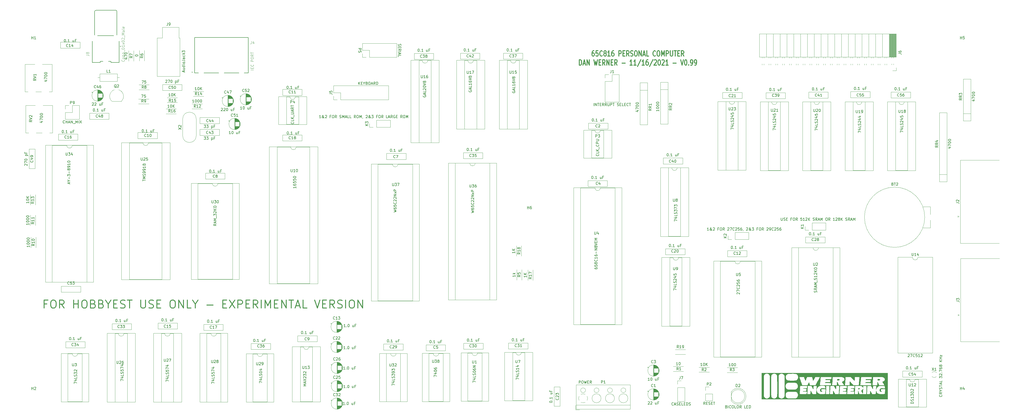
<source format=gto>
G04 #@! TF.GenerationSoftware,KiCad,Pcbnew,(5.1.5)-3*
G04 #@! TF.CreationDate,2021-11-18T13:20:43-06:00*
G04 #@! TF.ProjectId,SBC,5342432e-6b69-4636-9164-5f7063625858,rev?*
G04 #@! TF.SameCoordinates,Original*
G04 #@! TF.FileFunction,Legend,Top*
G04 #@! TF.FilePolarity,Positive*
%FSLAX46Y46*%
G04 Gerber Fmt 4.6, Leading zero omitted, Abs format (unit mm)*
G04 Created by KiCad (PCBNEW (5.1.5)-3) date 2021-11-18 13:20:43*
%MOMM*%
%LPD*%
G04 APERTURE LIST*
%ADD10C,0.304800*%
%ADD11C,0.010000*%
%ADD12C,0.120000*%
%ADD13C,0.100000*%
%ADD14C,0.127000*%
%ADD15C,0.200000*%
%ADD16C,0.150000*%
%ADD17C,0.015000*%
G04 APERTURE END LIST*
D10*
X37489285Y-170360714D02*
X36489285Y-170360714D01*
X36489285Y-171932142D02*
X36489285Y-168932142D01*
X37917857Y-168932142D01*
X39632142Y-168932142D02*
X40203571Y-168932142D01*
X40489285Y-169075000D01*
X40775000Y-169360714D01*
X40917857Y-169932142D01*
X40917857Y-170932142D01*
X40775000Y-171503571D01*
X40489285Y-171789285D01*
X40203571Y-171932142D01*
X39632142Y-171932142D01*
X39346428Y-171789285D01*
X39060714Y-171503571D01*
X38917857Y-170932142D01*
X38917857Y-169932142D01*
X39060714Y-169360714D01*
X39346428Y-169075000D01*
X39632142Y-168932142D01*
X43917857Y-171932142D02*
X42917857Y-170503571D01*
X42203571Y-171932142D02*
X42203571Y-168932142D01*
X43346428Y-168932142D01*
X43632142Y-169075000D01*
X43775000Y-169217857D01*
X43917857Y-169503571D01*
X43917857Y-169932142D01*
X43775000Y-170217857D01*
X43632142Y-170360714D01*
X43346428Y-170503571D01*
X42203571Y-170503571D01*
X47489285Y-171932142D02*
X47489285Y-168932142D01*
X47489285Y-170360714D02*
X49203571Y-170360714D01*
X49203571Y-171932142D02*
X49203571Y-168932142D01*
X51203571Y-168932142D02*
X51775000Y-168932142D01*
X52060714Y-169075000D01*
X52346428Y-169360714D01*
X52489285Y-169932142D01*
X52489285Y-170932142D01*
X52346428Y-171503571D01*
X52060714Y-171789285D01*
X51775000Y-171932142D01*
X51203571Y-171932142D01*
X50917857Y-171789285D01*
X50632142Y-171503571D01*
X50489285Y-170932142D01*
X50489285Y-169932142D01*
X50632142Y-169360714D01*
X50917857Y-169075000D01*
X51203571Y-168932142D01*
X54775000Y-170360714D02*
X55203571Y-170503571D01*
X55346428Y-170646428D01*
X55489285Y-170932142D01*
X55489285Y-171360714D01*
X55346428Y-171646428D01*
X55203571Y-171789285D01*
X54917857Y-171932142D01*
X53775000Y-171932142D01*
X53775000Y-168932142D01*
X54775000Y-168932142D01*
X55060714Y-169075000D01*
X55203571Y-169217857D01*
X55346428Y-169503571D01*
X55346428Y-169789285D01*
X55203571Y-170075000D01*
X55060714Y-170217857D01*
X54775000Y-170360714D01*
X53775000Y-170360714D01*
X57775000Y-170360714D02*
X58203571Y-170503571D01*
X58346428Y-170646428D01*
X58489285Y-170932142D01*
X58489285Y-171360714D01*
X58346428Y-171646428D01*
X58203571Y-171789285D01*
X57917857Y-171932142D01*
X56775000Y-171932142D01*
X56775000Y-168932142D01*
X57775000Y-168932142D01*
X58060714Y-169075000D01*
X58203571Y-169217857D01*
X58346428Y-169503571D01*
X58346428Y-169789285D01*
X58203571Y-170075000D01*
X58060714Y-170217857D01*
X57775000Y-170360714D01*
X56775000Y-170360714D01*
X60346428Y-170503571D02*
X60346428Y-171932142D01*
X59346428Y-168932142D02*
X60346428Y-170503571D01*
X61346428Y-168932142D01*
X62346428Y-170360714D02*
X63346428Y-170360714D01*
X63775000Y-171932142D02*
X62346428Y-171932142D01*
X62346428Y-168932142D01*
X63775000Y-168932142D01*
X64917857Y-171789285D02*
X65346428Y-171932142D01*
X66060714Y-171932142D01*
X66346428Y-171789285D01*
X66489285Y-171646428D01*
X66632142Y-171360714D01*
X66632142Y-171075000D01*
X66489285Y-170789285D01*
X66346428Y-170646428D01*
X66060714Y-170503571D01*
X65489285Y-170360714D01*
X65203571Y-170217857D01*
X65060714Y-170075000D01*
X64917857Y-169789285D01*
X64917857Y-169503571D01*
X65060714Y-169217857D01*
X65203571Y-169075000D01*
X65489285Y-168932142D01*
X66203571Y-168932142D01*
X66632142Y-169075000D01*
X67489285Y-168932142D02*
X69203571Y-168932142D01*
X68346428Y-171932142D02*
X68346428Y-168932142D01*
X72489285Y-168932142D02*
X72489285Y-171360714D01*
X72632142Y-171646428D01*
X72775000Y-171789285D01*
X73060714Y-171932142D01*
X73632142Y-171932142D01*
X73917857Y-171789285D01*
X74060714Y-171646428D01*
X74203571Y-171360714D01*
X74203571Y-168932142D01*
X75489285Y-171789285D02*
X75917857Y-171932142D01*
X76632142Y-171932142D01*
X76917857Y-171789285D01*
X77060714Y-171646428D01*
X77203571Y-171360714D01*
X77203571Y-171075000D01*
X77060714Y-170789285D01*
X76917857Y-170646428D01*
X76632142Y-170503571D01*
X76060714Y-170360714D01*
X75775000Y-170217857D01*
X75632142Y-170075000D01*
X75489285Y-169789285D01*
X75489285Y-169503571D01*
X75632142Y-169217857D01*
X75775000Y-169075000D01*
X76060714Y-168932142D01*
X76775000Y-168932142D01*
X77203571Y-169075000D01*
X78489285Y-170360714D02*
X79489285Y-170360714D01*
X79917857Y-171932142D02*
X78489285Y-171932142D01*
X78489285Y-168932142D01*
X79917857Y-168932142D01*
X84060714Y-168932142D02*
X84632142Y-168932142D01*
X84917857Y-169075000D01*
X85203571Y-169360714D01*
X85346428Y-169932142D01*
X85346428Y-170932142D01*
X85203571Y-171503571D01*
X84917857Y-171789285D01*
X84632142Y-171932142D01*
X84060714Y-171932142D01*
X83775000Y-171789285D01*
X83489285Y-171503571D01*
X83346428Y-170932142D01*
X83346428Y-169932142D01*
X83489285Y-169360714D01*
X83775000Y-169075000D01*
X84060714Y-168932142D01*
X86632142Y-171932142D02*
X86632142Y-168932142D01*
X88346428Y-171932142D01*
X88346428Y-168932142D01*
X91203571Y-171932142D02*
X89775000Y-171932142D01*
X89775000Y-168932142D01*
X92774999Y-170503571D02*
X92774999Y-171932142D01*
X91774999Y-168932142D02*
X92774999Y-170503571D01*
X93774999Y-168932142D01*
X97060714Y-170789285D02*
X99346428Y-170789285D01*
X103060714Y-170360714D02*
X104060714Y-170360714D01*
X104489285Y-171932142D02*
X103060714Y-171932142D01*
X103060714Y-168932142D01*
X104489285Y-168932142D01*
X105489285Y-168932142D02*
X107489285Y-171932142D01*
X107489285Y-168932142D02*
X105489285Y-171932142D01*
X108632142Y-171932142D02*
X108632142Y-168932142D01*
X109774999Y-168932142D01*
X110060714Y-169075000D01*
X110203571Y-169217857D01*
X110346428Y-169503571D01*
X110346428Y-169932142D01*
X110203571Y-170217857D01*
X110060714Y-170360714D01*
X109774999Y-170503571D01*
X108632142Y-170503571D01*
X111632142Y-170360714D02*
X112632142Y-170360714D01*
X113060714Y-171932142D02*
X111632142Y-171932142D01*
X111632142Y-168932142D01*
X113060714Y-168932142D01*
X116060714Y-171932142D02*
X115060714Y-170503571D01*
X114346428Y-171932142D02*
X114346428Y-168932142D01*
X115489285Y-168932142D01*
X115774999Y-169075000D01*
X115917857Y-169217857D01*
X116060714Y-169503571D01*
X116060714Y-169932142D01*
X115917857Y-170217857D01*
X115774999Y-170360714D01*
X115489285Y-170503571D01*
X114346428Y-170503571D01*
X117346428Y-171932142D02*
X117346428Y-168932142D01*
X118774999Y-171932142D02*
X118774999Y-168932142D01*
X119774999Y-171075000D01*
X120774999Y-168932142D01*
X120774999Y-171932142D01*
X122203571Y-170360714D02*
X123203571Y-170360714D01*
X123632142Y-171932142D02*
X122203571Y-171932142D01*
X122203571Y-168932142D01*
X123632142Y-168932142D01*
X124917857Y-171932142D02*
X124917857Y-168932142D01*
X126632142Y-171932142D01*
X126632142Y-168932142D01*
X127632142Y-168932142D02*
X129346428Y-168932142D01*
X128489285Y-171932142D02*
X128489285Y-168932142D01*
X130203571Y-171075000D02*
X131632142Y-171075000D01*
X129917857Y-171932142D02*
X130917857Y-168932142D01*
X131917857Y-171932142D01*
X134346428Y-171932142D02*
X132917857Y-171932142D01*
X132917857Y-168932142D01*
X137203571Y-168932142D02*
X138203571Y-171932142D01*
X139203571Y-168932142D01*
X140203571Y-170360714D02*
X141203571Y-170360714D01*
X141632142Y-171932142D02*
X140203571Y-171932142D01*
X140203571Y-168932142D01*
X141632142Y-168932142D01*
X144632142Y-171932142D02*
X143632142Y-170503571D01*
X142917857Y-171932142D02*
X142917857Y-168932142D01*
X144060714Y-168932142D01*
X144346428Y-169075000D01*
X144489285Y-169217857D01*
X144632142Y-169503571D01*
X144632142Y-169932142D01*
X144489285Y-170217857D01*
X144346428Y-170360714D01*
X144060714Y-170503571D01*
X142917857Y-170503571D01*
X145775000Y-171789285D02*
X146203571Y-171932142D01*
X146917857Y-171932142D01*
X147203571Y-171789285D01*
X147346428Y-171646428D01*
X147489285Y-171360714D01*
X147489285Y-171075000D01*
X147346428Y-170789285D01*
X147203571Y-170646428D01*
X146917857Y-170503571D01*
X146346428Y-170360714D01*
X146060714Y-170217857D01*
X145917857Y-170075000D01*
X145775000Y-169789285D01*
X145775000Y-169503571D01*
X145917857Y-169217857D01*
X146060714Y-169075000D01*
X146346428Y-168932142D01*
X147060714Y-168932142D01*
X147489285Y-169075000D01*
X148775000Y-171932142D02*
X148775000Y-168932142D01*
X150775000Y-168932142D02*
X151346428Y-168932142D01*
X151632142Y-169075000D01*
X151917857Y-169360714D01*
X152060714Y-169932142D01*
X152060714Y-170932142D01*
X151917857Y-171503571D01*
X151632142Y-171789285D01*
X151346428Y-171932142D01*
X150775000Y-171932142D01*
X150489285Y-171789285D01*
X150203571Y-171503571D01*
X150060714Y-170932142D01*
X150060714Y-169932142D01*
X150203571Y-169360714D01*
X150489285Y-169075000D01*
X150775000Y-168932142D01*
X153346428Y-171932142D02*
X153346428Y-168932142D01*
X155060714Y-171932142D01*
X155060714Y-168932142D01*
X241235142Y-76010838D02*
X240944857Y-76010838D01*
X240799714Y-76107600D01*
X240727142Y-76204361D01*
X240582000Y-76494647D01*
X240509428Y-76881695D01*
X240509428Y-77655790D01*
X240582000Y-77849314D01*
X240654571Y-77946076D01*
X240799714Y-78042838D01*
X241090000Y-78042838D01*
X241235142Y-77946076D01*
X241307714Y-77849314D01*
X241380285Y-77655790D01*
X241380285Y-77171980D01*
X241307714Y-76978457D01*
X241235142Y-76881695D01*
X241090000Y-76784933D01*
X240799714Y-76784933D01*
X240654571Y-76881695D01*
X240582000Y-76978457D01*
X240509428Y-77171980D01*
X242759142Y-76010838D02*
X242033428Y-76010838D01*
X241960857Y-76978457D01*
X242033428Y-76881695D01*
X242178571Y-76784933D01*
X242541428Y-76784933D01*
X242686571Y-76881695D01*
X242759142Y-76978457D01*
X242831714Y-77171980D01*
X242831714Y-77655790D01*
X242759142Y-77849314D01*
X242686571Y-77946076D01*
X242541428Y-78042838D01*
X242178571Y-78042838D01*
X242033428Y-77946076D01*
X241960857Y-77849314D01*
X244355714Y-77849314D02*
X244283142Y-77946076D01*
X244065428Y-78042838D01*
X243920285Y-78042838D01*
X243702571Y-77946076D01*
X243557428Y-77752552D01*
X243484857Y-77559028D01*
X243412285Y-77171980D01*
X243412285Y-76881695D01*
X243484857Y-76494647D01*
X243557428Y-76301123D01*
X243702571Y-76107600D01*
X243920285Y-76010838D01*
X244065428Y-76010838D01*
X244283142Y-76107600D01*
X244355714Y-76204361D01*
X245226571Y-76881695D02*
X245081428Y-76784933D01*
X245008857Y-76688171D01*
X244936285Y-76494647D01*
X244936285Y-76397885D01*
X245008857Y-76204361D01*
X245081428Y-76107600D01*
X245226571Y-76010838D01*
X245516857Y-76010838D01*
X245662000Y-76107600D01*
X245734571Y-76204361D01*
X245807142Y-76397885D01*
X245807142Y-76494647D01*
X245734571Y-76688171D01*
X245662000Y-76784933D01*
X245516857Y-76881695D01*
X245226571Y-76881695D01*
X245081428Y-76978457D01*
X245008857Y-77075219D01*
X244936285Y-77268742D01*
X244936285Y-77655790D01*
X245008857Y-77849314D01*
X245081428Y-77946076D01*
X245226571Y-78042838D01*
X245516857Y-78042838D01*
X245662000Y-77946076D01*
X245734571Y-77849314D01*
X245807142Y-77655790D01*
X245807142Y-77268742D01*
X245734571Y-77075219D01*
X245662000Y-76978457D01*
X245516857Y-76881695D01*
X247258571Y-78042838D02*
X246387714Y-78042838D01*
X246823142Y-78042838D02*
X246823142Y-76010838D01*
X246678000Y-76301123D01*
X246532857Y-76494647D01*
X246387714Y-76591409D01*
X248564857Y-76010838D02*
X248274571Y-76010838D01*
X248129428Y-76107600D01*
X248056857Y-76204361D01*
X247911714Y-76494647D01*
X247839142Y-76881695D01*
X247839142Y-77655790D01*
X247911714Y-77849314D01*
X247984285Y-77946076D01*
X248129428Y-78042838D01*
X248419714Y-78042838D01*
X248564857Y-77946076D01*
X248637428Y-77849314D01*
X248710000Y-77655790D01*
X248710000Y-77171980D01*
X248637428Y-76978457D01*
X248564857Y-76881695D01*
X248419714Y-76784933D01*
X248129428Y-76784933D01*
X247984285Y-76881695D01*
X247911714Y-76978457D01*
X247839142Y-77171980D01*
X250524285Y-78042838D02*
X250524285Y-76010838D01*
X251104857Y-76010838D01*
X251250000Y-76107600D01*
X251322571Y-76204361D01*
X251395142Y-76397885D01*
X251395142Y-76688171D01*
X251322571Y-76881695D01*
X251250000Y-76978457D01*
X251104857Y-77075219D01*
X250524285Y-77075219D01*
X252048285Y-76978457D02*
X252556285Y-76978457D01*
X252774000Y-78042838D02*
X252048285Y-78042838D01*
X252048285Y-76010838D01*
X252774000Y-76010838D01*
X254298000Y-78042838D02*
X253790000Y-77075219D01*
X253427142Y-78042838D02*
X253427142Y-76010838D01*
X254007714Y-76010838D01*
X254152857Y-76107600D01*
X254225428Y-76204361D01*
X254298000Y-76397885D01*
X254298000Y-76688171D01*
X254225428Y-76881695D01*
X254152857Y-76978457D01*
X254007714Y-77075219D01*
X253427142Y-77075219D01*
X254878571Y-77946076D02*
X255096285Y-78042838D01*
X255459142Y-78042838D01*
X255604285Y-77946076D01*
X255676857Y-77849314D01*
X255749428Y-77655790D01*
X255749428Y-77462266D01*
X255676857Y-77268742D01*
X255604285Y-77171980D01*
X255459142Y-77075219D01*
X255168857Y-76978457D01*
X255023714Y-76881695D01*
X254951142Y-76784933D01*
X254878571Y-76591409D01*
X254878571Y-76397885D01*
X254951142Y-76204361D01*
X255023714Y-76107600D01*
X255168857Y-76010838D01*
X255531714Y-76010838D01*
X255749428Y-76107600D01*
X256692857Y-76010838D02*
X256983142Y-76010838D01*
X257128285Y-76107600D01*
X257273428Y-76301123D01*
X257346000Y-76688171D01*
X257346000Y-77365504D01*
X257273428Y-77752552D01*
X257128285Y-77946076D01*
X256983142Y-78042838D01*
X256692857Y-78042838D01*
X256547714Y-77946076D01*
X256402571Y-77752552D01*
X256330000Y-77365504D01*
X256330000Y-76688171D01*
X256402571Y-76301123D01*
X256547714Y-76107600D01*
X256692857Y-76010838D01*
X257999142Y-78042838D02*
X257999142Y-76010838D01*
X258870000Y-78042838D01*
X258870000Y-76010838D01*
X259523142Y-77462266D02*
X260248857Y-77462266D01*
X259378000Y-78042838D02*
X259886000Y-76010838D01*
X260394000Y-78042838D01*
X261627714Y-78042838D02*
X260902000Y-78042838D01*
X260902000Y-76010838D01*
X264167714Y-77849314D02*
X264095142Y-77946076D01*
X263877428Y-78042838D01*
X263732285Y-78042838D01*
X263514571Y-77946076D01*
X263369428Y-77752552D01*
X263296857Y-77559028D01*
X263224285Y-77171980D01*
X263224285Y-76881695D01*
X263296857Y-76494647D01*
X263369428Y-76301123D01*
X263514571Y-76107600D01*
X263732285Y-76010838D01*
X263877428Y-76010838D01*
X264095142Y-76107600D01*
X264167714Y-76204361D01*
X265111142Y-76010838D02*
X265401428Y-76010838D01*
X265546571Y-76107600D01*
X265691714Y-76301123D01*
X265764285Y-76688171D01*
X265764285Y-77365504D01*
X265691714Y-77752552D01*
X265546571Y-77946076D01*
X265401428Y-78042838D01*
X265111142Y-78042838D01*
X264966000Y-77946076D01*
X264820857Y-77752552D01*
X264748285Y-77365504D01*
X264748285Y-76688171D01*
X264820857Y-76301123D01*
X264966000Y-76107600D01*
X265111142Y-76010838D01*
X266417428Y-78042838D02*
X266417428Y-76010838D01*
X266925428Y-77462266D01*
X267433428Y-76010838D01*
X267433428Y-78042838D01*
X268159142Y-78042838D02*
X268159142Y-76010838D01*
X268739714Y-76010838D01*
X268884857Y-76107600D01*
X268957428Y-76204361D01*
X269030000Y-76397885D01*
X269030000Y-76688171D01*
X268957428Y-76881695D01*
X268884857Y-76978457D01*
X268739714Y-77075219D01*
X268159142Y-77075219D01*
X269683142Y-76010838D02*
X269683142Y-77655790D01*
X269755714Y-77849314D01*
X269828285Y-77946076D01*
X269973428Y-78042838D01*
X270263714Y-78042838D01*
X270408857Y-77946076D01*
X270481428Y-77849314D01*
X270554000Y-77655790D01*
X270554000Y-76010838D01*
X271062000Y-76010838D02*
X271932857Y-76010838D01*
X271497428Y-78042838D02*
X271497428Y-76010838D01*
X272440857Y-76978457D02*
X272948857Y-76978457D01*
X273166571Y-78042838D02*
X272440857Y-78042838D01*
X272440857Y-76010838D01*
X273166571Y-76010838D01*
X274690571Y-78042838D02*
X274182571Y-77075219D01*
X273819714Y-78042838D02*
X273819714Y-76010838D01*
X274400285Y-76010838D01*
X274545428Y-76107600D01*
X274618000Y-76204361D01*
X274690571Y-76397885D01*
X274690571Y-76688171D01*
X274618000Y-76881695D01*
X274545428Y-76978457D01*
X274400285Y-77075219D01*
X273819714Y-77075219D01*
X235792285Y-81395638D02*
X235792285Y-79363638D01*
X236155142Y-79363638D01*
X236372857Y-79460400D01*
X236518000Y-79653923D01*
X236590571Y-79847447D01*
X236663142Y-80234495D01*
X236663142Y-80524780D01*
X236590571Y-80911828D01*
X236518000Y-81105352D01*
X236372857Y-81298876D01*
X236155142Y-81395638D01*
X235792285Y-81395638D01*
X237243714Y-80815066D02*
X237969428Y-80815066D01*
X237098571Y-81395638D02*
X237606571Y-79363638D01*
X238114571Y-81395638D01*
X238622571Y-81395638D02*
X238622571Y-79363638D01*
X239493428Y-81395638D01*
X239493428Y-79363638D01*
X241235142Y-79363638D02*
X241598000Y-81395638D01*
X241888285Y-79944209D01*
X242178571Y-81395638D01*
X242541428Y-79363638D01*
X243122000Y-80331257D02*
X243630000Y-80331257D01*
X243847714Y-81395638D02*
X243122000Y-81395638D01*
X243122000Y-79363638D01*
X243847714Y-79363638D01*
X245371714Y-81395638D02*
X244863714Y-80428019D01*
X244500857Y-81395638D02*
X244500857Y-79363638D01*
X245081428Y-79363638D01*
X245226571Y-79460400D01*
X245299142Y-79557161D01*
X245371714Y-79750685D01*
X245371714Y-80040971D01*
X245299142Y-80234495D01*
X245226571Y-80331257D01*
X245081428Y-80428019D01*
X244500857Y-80428019D01*
X246024857Y-81395638D02*
X246024857Y-79363638D01*
X246895714Y-81395638D01*
X246895714Y-79363638D01*
X247621428Y-80331257D02*
X248129428Y-80331257D01*
X248347142Y-81395638D02*
X247621428Y-81395638D01*
X247621428Y-79363638D01*
X248347142Y-79363638D01*
X249871142Y-81395638D02*
X249363142Y-80428019D01*
X249000285Y-81395638D02*
X249000285Y-79363638D01*
X249580857Y-79363638D01*
X249726000Y-79460400D01*
X249798571Y-79557161D01*
X249871142Y-79750685D01*
X249871142Y-80040971D01*
X249798571Y-80234495D01*
X249726000Y-80331257D01*
X249580857Y-80428019D01*
X249000285Y-80428019D01*
X251685428Y-80621542D02*
X252846571Y-80621542D01*
X255531714Y-81395638D02*
X254660857Y-81395638D01*
X255096285Y-81395638D02*
X255096285Y-79363638D01*
X254951142Y-79653923D01*
X254806000Y-79847447D01*
X254660857Y-79944209D01*
X256983142Y-81395638D02*
X256112285Y-81395638D01*
X256547714Y-81395638D02*
X256547714Y-79363638D01*
X256402571Y-79653923D01*
X256257428Y-79847447D01*
X256112285Y-79944209D01*
X258724857Y-79266876D02*
X257418571Y-81879447D01*
X260031142Y-81395638D02*
X259160285Y-81395638D01*
X259595714Y-81395638D02*
X259595714Y-79363638D01*
X259450571Y-79653923D01*
X259305428Y-79847447D01*
X259160285Y-79944209D01*
X261337428Y-79363638D02*
X261047142Y-79363638D01*
X260902000Y-79460400D01*
X260829428Y-79557161D01*
X260684285Y-79847447D01*
X260611714Y-80234495D01*
X260611714Y-81008590D01*
X260684285Y-81202114D01*
X260756857Y-81298876D01*
X260902000Y-81395638D01*
X261192285Y-81395638D01*
X261337428Y-81298876D01*
X261410000Y-81202114D01*
X261482571Y-81008590D01*
X261482571Y-80524780D01*
X261410000Y-80331257D01*
X261337428Y-80234495D01*
X261192285Y-80137733D01*
X260902000Y-80137733D01*
X260756857Y-80234495D01*
X260684285Y-80331257D01*
X260611714Y-80524780D01*
X263224285Y-79266876D02*
X261918000Y-81879447D01*
X263659714Y-79557161D02*
X263732285Y-79460400D01*
X263877428Y-79363638D01*
X264240285Y-79363638D01*
X264385428Y-79460400D01*
X264458000Y-79557161D01*
X264530571Y-79750685D01*
X264530571Y-79944209D01*
X264458000Y-80234495D01*
X263587142Y-81395638D01*
X264530571Y-81395638D01*
X265474000Y-79363638D02*
X265619142Y-79363638D01*
X265764285Y-79460400D01*
X265836857Y-79557161D01*
X265909428Y-79750685D01*
X265982000Y-80137733D01*
X265982000Y-80621542D01*
X265909428Y-81008590D01*
X265836857Y-81202114D01*
X265764285Y-81298876D01*
X265619142Y-81395638D01*
X265474000Y-81395638D01*
X265328857Y-81298876D01*
X265256285Y-81202114D01*
X265183714Y-81008590D01*
X265111142Y-80621542D01*
X265111142Y-80137733D01*
X265183714Y-79750685D01*
X265256285Y-79557161D01*
X265328857Y-79460400D01*
X265474000Y-79363638D01*
X266562571Y-79557161D02*
X266635142Y-79460400D01*
X266780285Y-79363638D01*
X267143142Y-79363638D01*
X267288285Y-79460400D01*
X267360857Y-79557161D01*
X267433428Y-79750685D01*
X267433428Y-79944209D01*
X267360857Y-80234495D01*
X266490000Y-81395638D01*
X267433428Y-81395638D01*
X268884857Y-81395638D02*
X268014000Y-81395638D01*
X268449428Y-81395638D02*
X268449428Y-79363638D01*
X268304285Y-79653923D01*
X268159142Y-79847447D01*
X268014000Y-79944209D01*
X270699142Y-80621542D02*
X271860285Y-80621542D01*
X273529428Y-79363638D02*
X274037428Y-81395638D01*
X274545428Y-79363638D01*
X275343714Y-79363638D02*
X275488857Y-79363638D01*
X275634000Y-79460400D01*
X275706571Y-79557161D01*
X275779142Y-79750685D01*
X275851714Y-80137733D01*
X275851714Y-80621542D01*
X275779142Y-81008590D01*
X275706571Y-81202114D01*
X275634000Y-81298876D01*
X275488857Y-81395638D01*
X275343714Y-81395638D01*
X275198571Y-81298876D01*
X275126000Y-81202114D01*
X275053428Y-81008590D01*
X274980857Y-80621542D01*
X274980857Y-80137733D01*
X275053428Y-79750685D01*
X275126000Y-79557161D01*
X275198571Y-79460400D01*
X275343714Y-79363638D01*
X276504857Y-81202114D02*
X276577428Y-81298876D01*
X276504857Y-81395638D01*
X276432285Y-81298876D01*
X276504857Y-81202114D01*
X276504857Y-81395638D01*
X277303142Y-81395638D02*
X277593428Y-81395638D01*
X277738571Y-81298876D01*
X277811142Y-81202114D01*
X277956285Y-80911828D01*
X278028857Y-80524780D01*
X278028857Y-79750685D01*
X277956285Y-79557161D01*
X277883714Y-79460400D01*
X277738571Y-79363638D01*
X277448285Y-79363638D01*
X277303142Y-79460400D01*
X277230571Y-79557161D01*
X277158000Y-79750685D01*
X277158000Y-80234495D01*
X277230571Y-80428019D01*
X277303142Y-80524780D01*
X277448285Y-80621542D01*
X277738571Y-80621542D01*
X277883714Y-80524780D01*
X277956285Y-80428019D01*
X278028857Y-80234495D01*
X278754571Y-81395638D02*
X279044857Y-81395638D01*
X279190000Y-81298876D01*
X279262571Y-81202114D01*
X279407714Y-80911828D01*
X279480285Y-80524780D01*
X279480285Y-79750685D01*
X279407714Y-79557161D01*
X279335142Y-79460400D01*
X279190000Y-79363638D01*
X278899714Y-79363638D01*
X278754571Y-79460400D01*
X278682000Y-79557161D01*
X278609428Y-79750685D01*
X278609428Y-80234495D01*
X278682000Y-80428019D01*
X278754571Y-80524780D01*
X278899714Y-80621542D01*
X279190000Y-80621542D01*
X279335142Y-80524780D01*
X279407714Y-80428019D01*
X279480285Y-80234495D01*
D11*
G36*
X347428743Y-198384388D02*
G01*
X347605934Y-198434144D01*
X347688480Y-198511612D01*
X347674956Y-198615670D01*
X347600523Y-198710876D01*
X347518115Y-198771412D01*
X347404677Y-198803700D01*
X347229520Y-198815130D01*
X347165600Y-198815600D01*
X346835400Y-198815600D01*
X346835400Y-198667354D01*
X346847039Y-198498608D01*
X346896604Y-198405654D01*
X347006066Y-198367818D01*
X347158335Y-198363463D01*
X347428743Y-198384388D01*
G37*
X347428743Y-198384388D02*
X347605934Y-198434144D01*
X347688480Y-198511612D01*
X347674956Y-198615670D01*
X347600523Y-198710876D01*
X347518115Y-198771412D01*
X347404677Y-198803700D01*
X347229520Y-198815130D01*
X347165600Y-198815600D01*
X346835400Y-198815600D01*
X346835400Y-198667354D01*
X346847039Y-198498608D01*
X346896604Y-198405654D01*
X347006066Y-198367818D01*
X347158335Y-198363463D01*
X347428743Y-198384388D01*
G36*
X332391943Y-198384388D02*
G01*
X332569134Y-198434144D01*
X332651680Y-198511612D01*
X332638156Y-198615670D01*
X332563723Y-198710876D01*
X332481315Y-198771412D01*
X332367877Y-198803700D01*
X332192720Y-198815130D01*
X332128800Y-198815600D01*
X331798600Y-198815600D01*
X331798600Y-198667354D01*
X331810239Y-198498608D01*
X331859804Y-198405654D01*
X331969266Y-198367818D01*
X332121535Y-198363463D01*
X332391943Y-198384388D01*
G37*
X332391943Y-198384388D02*
X332569134Y-198434144D01*
X332651680Y-198511612D01*
X332638156Y-198615670D01*
X332563723Y-198710876D01*
X332481315Y-198771412D01*
X332367877Y-198803700D01*
X332192720Y-198815130D01*
X332128800Y-198815600D01*
X331798600Y-198815600D01*
X331798600Y-198667354D01*
X331810239Y-198498608D01*
X331859804Y-198405654D01*
X331969266Y-198367818D01*
X332121535Y-198363463D01*
X332391943Y-198384388D01*
G36*
X340007858Y-201779025D02*
G01*
X340115669Y-201823718D01*
X340126978Y-201834800D01*
X340147571Y-201922141D01*
X340090267Y-202010732D01*
X339976782Y-202081814D01*
X339828828Y-202116631D01*
X339799600Y-202117600D01*
X339680432Y-202109736D01*
X339631561Y-202065368D01*
X339621822Y-201953333D01*
X339621800Y-201939800D01*
X339626960Y-201829485D01*
X339661128Y-201777990D01*
X339752335Y-201762901D01*
X339844179Y-201762000D01*
X340007858Y-201779025D01*
G37*
X340007858Y-201779025D02*
X340115669Y-201823718D01*
X340126978Y-201834800D01*
X340147571Y-201922141D01*
X340090267Y-202010732D01*
X339976782Y-202081814D01*
X339828828Y-202116631D01*
X339799600Y-202117600D01*
X339680432Y-202109736D01*
X339631561Y-202065368D01*
X339621822Y-201953333D01*
X339621800Y-201939800D01*
X339626960Y-201829485D01*
X339661128Y-201777990D01*
X339752335Y-201762901D01*
X339844179Y-201762000D01*
X340007858Y-201779025D01*
G36*
X341368228Y-202752600D02*
G01*
X341354717Y-203035983D01*
X341339295Y-203288508D01*
X341323426Y-203490479D01*
X341308571Y-203622201D01*
X341300888Y-203658958D01*
X341274161Y-203676995D01*
X341226502Y-203626064D01*
X341152687Y-203498181D01*
X341047494Y-203285363D01*
X341024116Y-203235916D01*
X340781122Y-202719316D01*
X340995761Y-202535593D01*
X341140138Y-202388204D01*
X341263953Y-202221760D01*
X341306095Y-202145835D01*
X341401790Y-201939800D01*
X341368228Y-202752600D01*
G37*
X341368228Y-202752600D02*
X341354717Y-203035983D01*
X341339295Y-203288508D01*
X341323426Y-203490479D01*
X341308571Y-203622201D01*
X341300888Y-203658958D01*
X341274161Y-203676995D01*
X341226502Y-203626064D01*
X341152687Y-203498181D01*
X341047494Y-203285363D01*
X341024116Y-203235916D01*
X340781122Y-202719316D01*
X340995761Y-202535593D01*
X341140138Y-202388204D01*
X341263953Y-202221760D01*
X341306095Y-202145835D01*
X341401790Y-201939800D01*
X341368228Y-202752600D01*
G36*
X324112017Y-202231900D02*
G01*
X324119918Y-202360740D01*
X324112017Y-202409700D01*
X324097293Y-202425510D01*
X324089277Y-202355266D01*
X324088785Y-202320800D01*
X324094082Y-202228378D01*
X324107268Y-202217486D01*
X324112017Y-202231900D01*
G37*
X324112017Y-202231900D02*
X324119918Y-202360740D01*
X324112017Y-202409700D01*
X324097293Y-202425510D01*
X324089277Y-202355266D01*
X324088785Y-202320800D01*
X324094082Y-202228378D01*
X324107268Y-202217486D01*
X324112017Y-202231900D01*
G36*
X350594600Y-205876800D02*
G01*
X303655400Y-205876800D01*
X303655400Y-200963531D01*
X304418515Y-200963531D01*
X304418603Y-201701978D01*
X304419402Y-202345175D01*
X304421019Y-202899469D01*
X304423563Y-203371208D01*
X304427141Y-203766740D01*
X304431862Y-204092412D01*
X304437834Y-204354572D01*
X304445164Y-204559568D01*
X304453960Y-204713747D01*
X304464330Y-204823458D01*
X304476383Y-204895048D01*
X304485901Y-204925931D01*
X304660582Y-205216322D01*
X304907815Y-205445505D01*
X305209427Y-205597975D01*
X305306400Y-205626098D01*
X305503427Y-205661970D01*
X305676487Y-205657572D01*
X305879715Y-205610717D01*
X305910216Y-205601682D01*
X306225494Y-205459854D01*
X306476561Y-205247667D01*
X306614968Y-205048357D01*
X306728800Y-204835400D01*
X306743133Y-201050800D01*
X306745681Y-200333144D01*
X306746243Y-200132929D01*
X307160479Y-200132929D01*
X307160595Y-200847818D01*
X307160600Y-200974600D01*
X307160558Y-201705155D01*
X307160757Y-202341196D01*
X307161681Y-202889808D01*
X307163815Y-203358076D01*
X307167644Y-203753085D01*
X307173651Y-204081921D01*
X307182322Y-204351669D01*
X307194141Y-204569413D01*
X307209593Y-204742240D01*
X307229162Y-204877234D01*
X307253334Y-204981481D01*
X307282592Y-205062067D01*
X307317422Y-205126075D01*
X307358308Y-205180592D01*
X307405734Y-205232702D01*
X307455394Y-205284435D01*
X307721715Y-205495641D01*
X308026882Y-205618089D01*
X308356286Y-205649417D01*
X308695316Y-205587268D01*
X308877223Y-205514024D01*
X309102200Y-205356453D01*
X309294557Y-205131015D01*
X309427270Y-204871290D01*
X309448017Y-204804736D01*
X309458957Y-204710523D01*
X309468218Y-204516546D01*
X309475783Y-204224629D01*
X309481634Y-203836594D01*
X309485753Y-203354263D01*
X309488124Y-202779461D01*
X309488728Y-202114010D01*
X309487547Y-201359732D01*
X309485967Y-200862865D01*
X309483221Y-200154287D01*
X309483127Y-200132929D01*
X309903679Y-200132929D01*
X309903795Y-200847818D01*
X309903800Y-200974600D01*
X309904003Y-201696054D01*
X309904704Y-202322851D01*
X309906042Y-202861936D01*
X309908153Y-203320250D01*
X309911176Y-203704737D01*
X309915248Y-204022339D01*
X309920507Y-204280000D01*
X309927091Y-204484663D01*
X309935137Y-204643270D01*
X309944784Y-204762765D01*
X309956168Y-204850091D01*
X309969428Y-204912190D01*
X309982694Y-204951331D01*
X310151463Y-205228357D01*
X310394756Y-205448880D01*
X310694241Y-205597631D01*
X310792800Y-205626098D01*
X310976385Y-205660592D01*
X311137933Y-205659994D01*
X311325101Y-205621917D01*
X311421379Y-205594600D01*
X311717799Y-205455888D01*
X311956513Y-205239606D01*
X312123514Y-204959905D01*
X312163982Y-204844352D01*
X312179256Y-204782110D01*
X312192383Y-204703303D01*
X312203483Y-204600727D01*
X312212673Y-204467174D01*
X312219171Y-204316331D01*
X312546515Y-204316331D01*
X312578666Y-204694455D01*
X312680609Y-205002749D01*
X312857058Y-205249406D01*
X313112727Y-205442617D01*
X313229124Y-205502562D01*
X313309776Y-205538468D01*
X313387916Y-205566339D01*
X313477210Y-205587194D01*
X313591324Y-205602051D01*
X313743925Y-205611929D01*
X313948678Y-205617848D01*
X314219251Y-205620827D01*
X314569310Y-205621883D01*
X314831400Y-205622020D01*
X315244215Y-205619987D01*
X315612605Y-205614046D01*
X315923947Y-205604637D01*
X316165620Y-205592198D01*
X316325003Y-205577171D01*
X316371695Y-205568336D01*
X316577118Y-205472231D01*
X316787805Y-205309289D01*
X316972241Y-205107379D01*
X317074618Y-204946682D01*
X317180757Y-204635379D01*
X317209546Y-204292578D01*
X317163397Y-203948630D01*
X317080045Y-203727566D01*
X317773046Y-203727566D01*
X317776834Y-203835525D01*
X317796262Y-203900133D01*
X317817198Y-203927740D01*
X317889309Y-203950424D01*
X318044853Y-203969114D01*
X318266643Y-203983772D01*
X318537493Y-203994358D01*
X318840218Y-204000832D01*
X319157632Y-204003155D01*
X319472548Y-204001287D01*
X319767782Y-203995188D01*
X320026146Y-203984820D01*
X320230456Y-203970142D01*
X320363525Y-203951116D01*
X320406456Y-203933700D01*
X320434931Y-203854753D01*
X320463861Y-203704674D01*
X320464565Y-203699004D01*
X320649421Y-203699004D01*
X320655308Y-203831992D01*
X320668355Y-203907244D01*
X320678159Y-203926734D01*
X320756188Y-203960484D01*
X320907240Y-203984087D01*
X321103222Y-203997301D01*
X321316041Y-203999884D01*
X321517604Y-203991595D01*
X321679818Y-203972190D01*
X321774590Y-203941428D01*
X321780840Y-203936239D01*
X321818018Y-203851075D01*
X321839815Y-203708489D01*
X321842161Y-203644139D01*
X321847438Y-203466652D01*
X321860748Y-203243228D01*
X321875079Y-203068251D01*
X321907637Y-202723502D01*
X322183607Y-203246051D01*
X322325885Y-203518854D01*
X322432148Y-203716808D01*
X322519326Y-203851778D01*
X322604347Y-203935632D01*
X322704139Y-203980235D01*
X322835631Y-203997453D01*
X323015752Y-203999153D01*
X323255211Y-203997200D01*
X323580777Y-203992265D01*
X323807250Y-203977347D01*
X323936663Y-203952269D01*
X323965239Y-203936240D01*
X323997696Y-203855221D01*
X324021613Y-203702108D01*
X324032137Y-203517140D01*
X324040662Y-203269193D01*
X324056508Y-203001267D01*
X324070866Y-202828800D01*
X324103657Y-202498600D01*
X324138951Y-202767124D01*
X324231328Y-203134862D01*
X324403497Y-203439746D01*
X324655410Y-203681751D01*
X324987016Y-203860856D01*
X325398267Y-203977037D01*
X325889111Y-204030271D01*
X326459500Y-204020534D01*
X326758702Y-203993797D01*
X326977763Y-203964036D01*
X327161972Y-203928502D01*
X327285511Y-203892706D01*
X327318939Y-203874244D01*
X327348025Y-203798523D01*
X327375939Y-203642752D01*
X327381529Y-203595737D01*
X327553024Y-203595737D01*
X327554862Y-203770482D01*
X327567068Y-203878049D01*
X327586839Y-203926590D01*
X327663453Y-203958909D01*
X327814985Y-203982254D01*
X328015489Y-203996477D01*
X328239019Y-204001430D01*
X328459628Y-203996968D01*
X328651370Y-203982942D01*
X328788300Y-203959206D01*
X328840490Y-203933700D01*
X328856177Y-203864488D01*
X328863678Y-203781230D01*
X329032121Y-203781230D01*
X329046180Y-203894994D01*
X329062804Y-203929921D01*
X329144734Y-203966893D01*
X329299456Y-203990703D01*
X329499057Y-204001661D01*
X329715627Y-204000077D01*
X329921253Y-203986260D01*
X330088024Y-203960519D01*
X330188029Y-203923165D01*
X330194771Y-203917371D01*
X330232984Y-203855518D01*
X330257401Y-203749411D01*
X330270455Y-203580459D01*
X330274582Y-203330072D01*
X330274600Y-203307771D01*
X330277999Y-203089713D01*
X330287189Y-202915382D01*
X330300655Y-202805796D01*
X330312700Y-202778738D01*
X330349486Y-202821487D01*
X330421517Y-202937347D01*
X330518404Y-203108656D01*
X330629759Y-203317750D01*
X330630200Y-203318599D01*
X330745425Y-203536098D01*
X330849702Y-203724154D01*
X330931206Y-203861993D01*
X330976728Y-203927461D01*
X331059359Y-203960352D01*
X331218123Y-203983788D01*
X331428000Y-203997806D01*
X331663967Y-204002444D01*
X331901002Y-203997742D01*
X332114085Y-203983736D01*
X332278192Y-203960466D01*
X332368303Y-203927968D01*
X332371206Y-203925336D01*
X332398982Y-203871365D01*
X332415155Y-203795584D01*
X332582845Y-203795584D01*
X332597315Y-203892074D01*
X332615919Y-203926445D01*
X332653304Y-203949412D01*
X332729996Y-203967075D01*
X332857088Y-203980040D01*
X333045676Y-203988914D01*
X333306853Y-203994305D01*
X333651714Y-203996819D01*
X333909391Y-203997200D01*
X334302591Y-203996438D01*
X334606521Y-203993644D01*
X334833501Y-203988051D01*
X334995853Y-203978895D01*
X335105897Y-203965409D01*
X335175956Y-203946828D01*
X335218351Y-203922387D01*
X335225935Y-203915407D01*
X335268297Y-203849281D01*
X335290836Y-203742304D01*
X335292316Y-203698815D01*
X335426617Y-203698815D01*
X335438599Y-203848693D01*
X335482572Y-203914715D01*
X335519925Y-203940906D01*
X335581231Y-203961002D01*
X335678851Y-203975777D01*
X335825147Y-203986005D01*
X336032479Y-203992460D01*
X336313207Y-203995916D01*
X336679694Y-203997148D01*
X336799808Y-203997200D01*
X337215008Y-203995801D01*
X337537712Y-203991309D01*
X337776992Y-203983273D01*
X337941917Y-203971245D01*
X338041558Y-203954778D01*
X338084769Y-203933700D01*
X338112353Y-203854868D01*
X338139315Y-203704610D01*
X338142604Y-203674822D01*
X338319354Y-203674822D01*
X338324214Y-203811512D01*
X338334681Y-203897401D01*
X338350798Y-203942620D01*
X338361311Y-203953353D01*
X338451312Y-203977907D01*
X338610174Y-203992796D01*
X338811050Y-203998549D01*
X339027090Y-203995698D01*
X339231445Y-203984772D01*
X339397265Y-203966304D01*
X339497701Y-203940823D01*
X339512226Y-203930607D01*
X339535692Y-203854993D01*
X339556909Y-203700722D01*
X339573409Y-203490736D01*
X339581946Y-203282907D01*
X339596400Y-202701800D01*
X339788720Y-203282987D01*
X339868251Y-203515317D01*
X339941633Y-203715270D01*
X340000583Y-203861176D01*
X340036240Y-203930687D01*
X340115329Y-203964902D01*
X340268656Y-203987997D01*
X340469490Y-204000157D01*
X340691100Y-204001563D01*
X340906753Y-203992399D01*
X341089718Y-203972848D01*
X341213265Y-203943091D01*
X341246224Y-203922416D01*
X341305123Y-203873461D01*
X341365884Y-203905724D01*
X341383073Y-203922416D01*
X341467201Y-203956808D01*
X341623852Y-203981657D01*
X341826672Y-203996721D01*
X342049310Y-204001755D01*
X342265411Y-203996518D01*
X342448624Y-203980767D01*
X342572595Y-203954257D01*
X342607097Y-203933700D01*
X342622822Y-203866685D01*
X342627242Y-203825280D01*
X342794541Y-203825280D01*
X342840344Y-203909626D01*
X342948768Y-203962306D01*
X343132489Y-203989452D01*
X343404182Y-203997199D01*
X343406400Y-203997200D01*
X343669440Y-203993369D01*
X343847510Y-203970977D01*
X343957215Y-203913678D01*
X344015158Y-203805122D01*
X344037945Y-203628963D01*
X344042177Y-203371271D01*
X344046532Y-203158717D01*
X344057534Y-202982287D01*
X344073201Y-202868495D01*
X344081594Y-202844220D01*
X344120343Y-202860020D01*
X344196148Y-202961009D01*
X344304114Y-203139841D01*
X344419972Y-203352220D01*
X344538062Y-203571308D01*
X344643345Y-203757449D01*
X344724960Y-203892062D01*
X344772046Y-203956565D01*
X344774255Y-203958322D01*
X344843826Y-203972824D01*
X344993146Y-203984831D01*
X345200372Y-203993107D01*
X345443660Y-203996416D01*
X345447471Y-203996422D01*
X345743623Y-203995424D01*
X345953163Y-203982772D01*
X346091065Y-203945271D01*
X346172305Y-203869730D01*
X346211859Y-203742956D01*
X346224702Y-203551758D01*
X346225800Y-203310769D01*
X346230458Y-203082956D01*
X346243136Y-202899940D01*
X346261891Y-202783080D01*
X346276600Y-202752600D01*
X346315042Y-202769770D01*
X346327400Y-202841227D01*
X346358558Y-202991687D01*
X346439630Y-203182783D01*
X346552013Y-203380136D01*
X346677101Y-203549362D01*
X346750449Y-203623042D01*
X347014893Y-203802004D01*
X347328758Y-203929343D01*
X347701456Y-204006667D01*
X348142398Y-204035583D01*
X348660997Y-204017698D01*
X348925517Y-203994474D01*
X349150461Y-203966557D01*
X349339636Y-203933735D01*
X349468755Y-203900756D01*
X349510348Y-203880174D01*
X349534417Y-203808540D01*
X349558636Y-203656562D01*
X349581723Y-203445483D01*
X349602395Y-203196549D01*
X349619370Y-202931005D01*
X349631367Y-202670096D01*
X349637102Y-202435067D01*
X349635294Y-202247162D01*
X349624660Y-202127627D01*
X349617572Y-202103556D01*
X349591593Y-202068447D01*
X349543090Y-202044390D01*
X349456040Y-202029840D01*
X349314423Y-202023255D01*
X349102217Y-202023089D01*
X348826793Y-202027356D01*
X348080000Y-202041400D01*
X348039419Y-202414206D01*
X348022829Y-202652196D01*
X348038852Y-202807194D01*
X348093279Y-202894205D01*
X348191898Y-202928231D01*
X348238620Y-202930400D01*
X348331062Y-202949168D01*
X348359400Y-202982794D01*
X348318133Y-203050303D01*
X348211984Y-203076827D01*
X348067429Y-203065835D01*
X347910946Y-203020795D01*
X347769009Y-202945176D01*
X347712874Y-202898092D01*
X347640990Y-202813868D01*
X347606471Y-202724220D01*
X347600431Y-202593108D01*
X347607441Y-202470355D01*
X347658273Y-202204861D01*
X347773964Y-202009137D01*
X347965688Y-201866699D01*
X348040268Y-201831652D01*
X348242670Y-201780836D01*
X348506592Y-201764928D01*
X348798203Y-201783750D01*
X349083675Y-201837124D01*
X349083854Y-201837170D01*
X349304665Y-201882117D01*
X349447859Y-201878818D01*
X349525825Y-201826159D01*
X349539892Y-201796172D01*
X349551003Y-201695325D01*
X349546516Y-201533500D01*
X349529974Y-201341768D01*
X349504920Y-201151204D01*
X349474897Y-200992878D01*
X349443448Y-200897865D01*
X349436359Y-200888208D01*
X349380525Y-200862094D01*
X349265744Y-200843204D01*
X349081120Y-200830771D01*
X348815755Y-200824031D01*
X348496559Y-200822200D01*
X348177814Y-200822771D01*
X347941152Y-200826094D01*
X347767059Y-200834583D01*
X347636018Y-200850650D01*
X347528514Y-200876710D01*
X347425032Y-200915176D01*
X347306055Y-200968461D01*
X347303192Y-200969783D01*
X346964106Y-201176006D01*
X346680132Y-201448766D01*
X346468505Y-201769144D01*
X346381935Y-201981028D01*
X346337050Y-202115018D01*
X346306517Y-202182603D01*
X346289575Y-202177435D01*
X346285462Y-202093165D01*
X346293418Y-201923444D01*
X346312682Y-201661924D01*
X346325217Y-201508000D01*
X346343730Y-201212310D01*
X346342044Y-201015227D01*
X346320146Y-200915785D01*
X346316783Y-200911100D01*
X346241769Y-200880781D01*
X346092765Y-200859744D01*
X345896964Y-200848051D01*
X345681556Y-200845761D01*
X345473733Y-200852934D01*
X345300685Y-200869631D01*
X345189604Y-200895911D01*
X345169160Y-200908560D01*
X345136756Y-200995561D01*
X345116128Y-201174720D01*
X345108250Y-201437172D01*
X345108200Y-201463205D01*
X345105010Y-201685180D01*
X345096447Y-201874592D01*
X345084015Y-202004406D01*
X345076026Y-202040734D01*
X345044076Y-202045004D01*
X344979865Y-201968028D01*
X344880689Y-201805836D01*
X344743842Y-201554463D01*
X344741276Y-201549588D01*
X344622432Y-201326475D01*
X344516800Y-201133184D01*
X344435215Y-200989205D01*
X344388515Y-200914024D01*
X344386230Y-200911100D01*
X344313675Y-200883409D01*
X344163972Y-200863103D01*
X343961309Y-200850224D01*
X343729873Y-200844816D01*
X343493850Y-200846923D01*
X343277429Y-200856589D01*
X343104796Y-200873857D01*
X343000137Y-200898773D01*
X342984760Y-200908559D01*
X342952293Y-200995487D01*
X342931628Y-201173845D01*
X342923835Y-201434035D01*
X342923800Y-201455526D01*
X342920634Y-201668068D01*
X342911918Y-201939571D01*
X342898821Y-202249025D01*
X342882512Y-202575421D01*
X342864160Y-202897751D01*
X342844936Y-203195006D01*
X342826008Y-203446176D01*
X342808547Y-203630254D01*
X342798684Y-203703134D01*
X342794541Y-203825280D01*
X342627242Y-203825280D01*
X342639124Y-203713996D01*
X342655468Y-203491549D01*
X342671317Y-203215264D01*
X342686135Y-202901059D01*
X342699386Y-202564852D01*
X342710533Y-202222562D01*
X342719039Y-201890107D01*
X342724369Y-201583407D01*
X342725985Y-201318378D01*
X342723352Y-201110940D01*
X342715932Y-200977012D01*
X342708097Y-200936500D01*
X342677314Y-200897305D01*
X342616833Y-200871461D01*
X342508401Y-200856325D01*
X342333762Y-200849254D01*
X342093972Y-200847600D01*
X341790302Y-200853535D01*
X341582141Y-200871182D01*
X341471946Y-200900306D01*
X341460760Y-200908560D01*
X341427566Y-200990346D01*
X341405530Y-201138863D01*
X341399800Y-201274923D01*
X341399800Y-201580327D01*
X341285500Y-201353663D01*
X341190314Y-201201087D01*
X341065602Y-201087218D01*
X340887479Y-200985033D01*
X340603759Y-200843067D01*
X339543824Y-200845329D01*
X339225433Y-200847754D01*
X338942027Y-200853236D01*
X338709138Y-200861202D01*
X338542302Y-200871079D01*
X338457051Y-200882294D01*
X338449823Y-200885695D01*
X338439201Y-200944307D01*
X338425756Y-201091494D01*
X338410290Y-201314296D01*
X338393602Y-201599751D01*
X338376494Y-201934900D01*
X338359766Y-202306781D01*
X338355191Y-202417431D01*
X338338021Y-202858635D01*
X338326298Y-203208514D01*
X338320062Y-203477200D01*
X338319354Y-203674822D01*
X338142604Y-203674822D01*
X338160473Y-203512996D01*
X338163061Y-203479293D01*
X338173660Y-203264854D01*
X338166516Y-203129410D01*
X338139481Y-203051561D01*
X338117712Y-203027446D01*
X338050426Y-203001154D01*
X337920157Y-202988313D01*
X337714394Y-202988466D01*
X337420625Y-203001158D01*
X337410641Y-203001710D01*
X337145026Y-203015071D01*
X336964824Y-203019580D01*
X336854146Y-203014145D01*
X336797102Y-202997678D01*
X336777804Y-202969088D01*
X336777000Y-202958258D01*
X336791535Y-202923043D01*
X336846151Y-202899933D01*
X336957359Y-202886576D01*
X337141674Y-202880622D01*
X337329579Y-202879600D01*
X337616966Y-202874362D01*
X337809718Y-202858197D01*
X337914285Y-202830426D01*
X337932719Y-202816100D01*
X337965796Y-202727970D01*
X337991300Y-202576094D01*
X338007479Y-202392545D01*
X338012581Y-202209397D01*
X338004854Y-202058724D01*
X337982545Y-201972601D01*
X337979031Y-201968351D01*
X337905414Y-201944576D01*
X337749780Y-201926630D01*
X337531628Y-201916260D01*
X337376440Y-201914400D01*
X337127476Y-201909907D01*
X336945710Y-201897248D01*
X336844429Y-201877654D01*
X336827800Y-201863600D01*
X336876777Y-201841806D01*
X337016640Y-201825539D01*
X337236783Y-201815622D01*
X337481979Y-201812800D01*
X337788889Y-201809000D01*
X338003174Y-201797078D01*
X338133546Y-201776248D01*
X338186283Y-201749300D01*
X338221500Y-201658256D01*
X338248644Y-201504460D01*
X338265797Y-201320163D01*
X338271039Y-201137615D01*
X338262450Y-200989066D01*
X338238112Y-200906765D01*
X338236527Y-200905047D01*
X338167149Y-200885162D01*
X338014197Y-200869199D01*
X337794869Y-200857118D01*
X337526359Y-200848878D01*
X337225864Y-200844438D01*
X336910581Y-200843758D01*
X336597705Y-200846797D01*
X336304431Y-200853514D01*
X336047958Y-200863870D01*
X335845479Y-200877823D01*
X335714193Y-200895332D01*
X335672523Y-200911100D01*
X335653455Y-200981483D01*
X335633336Y-201134618D01*
X335613964Y-201351697D01*
X335597131Y-201613912D01*
X335588901Y-201787400D01*
X335568855Y-202194793D01*
X335543134Y-202596385D01*
X335513462Y-202971866D01*
X335481564Y-203300931D01*
X335449163Y-203563272D01*
X335426617Y-203698815D01*
X335292316Y-203698815D01*
X335296644Y-203571672D01*
X335293064Y-203420107D01*
X335278400Y-203006600D01*
X334618000Y-203006600D01*
X334316791Y-203001760D01*
X334102694Y-202988790D01*
X333978003Y-202970009D01*
X333945011Y-202947739D01*
X334006012Y-202924301D01*
X334163299Y-202902016D01*
X334419165Y-202883205D01*
X334492509Y-202879600D01*
X334760678Y-202863743D01*
X334941980Y-202843186D01*
X335051125Y-202815480D01*
X335102822Y-202778178D01*
X335102937Y-202778000D01*
X335125213Y-202692231D01*
X335138312Y-202536883D01*
X335139721Y-202343756D01*
X335139028Y-202320800D01*
X335126000Y-201939800D01*
X334554500Y-201925436D01*
X334269623Y-201913250D01*
X334084038Y-201895320D01*
X333995785Y-201874317D01*
X334002902Y-201852911D01*
X334103430Y-201833771D01*
X334295409Y-201819568D01*
X334576879Y-201812973D01*
X334637179Y-201812800D01*
X334927500Y-201809984D01*
X335130769Y-201800575D01*
X335261403Y-201783131D01*
X335333819Y-201756209D01*
X335350603Y-201741415D01*
X335382371Y-201645617D01*
X335396772Y-201464702D01*
X335394923Y-201271515D01*
X335380000Y-200873000D01*
X332789200Y-200873000D01*
X332729744Y-201899291D01*
X332707900Y-202249735D01*
X332683293Y-202600500D01*
X332657926Y-202925855D01*
X332633799Y-203200066D01*
X332613743Y-203390637D01*
X332588345Y-203634236D01*
X332582845Y-203795584D01*
X332415155Y-203795584D01*
X332422078Y-203763148D01*
X332441618Y-203589750D01*
X332458727Y-203340239D01*
X332474531Y-203003680D01*
X332479667Y-202871236D01*
X332493522Y-202528123D01*
X332509271Y-202185227D01*
X332525569Y-201868895D01*
X332541069Y-201605473D01*
X332552563Y-201443450D01*
X332564403Y-201233802D01*
X332564747Y-201057959D01*
X332553905Y-200944100D01*
X332546807Y-200922750D01*
X332478779Y-200888322D01*
X332336074Y-200863354D01*
X332145206Y-200848175D01*
X331932688Y-200843115D01*
X331725031Y-200848501D01*
X331548749Y-200864663D01*
X331430354Y-200891928D01*
X331402360Y-200908560D01*
X331369283Y-200993322D01*
X331347772Y-201157150D01*
X331340840Y-201353060D01*
X331336179Y-201572327D01*
X331324489Y-201779574D01*
X331308294Y-201930190D01*
X331308159Y-201931011D01*
X331276036Y-202125423D01*
X330940383Y-201499211D01*
X330604729Y-200873000D01*
X329951449Y-200858740D01*
X329668343Y-200856725D01*
X329444039Y-200863575D01*
X329293578Y-200878497D01*
X329235530Y-200896466D01*
X329207631Y-200964924D01*
X329183309Y-201123194D01*
X329162202Y-201374832D01*
X329143950Y-201723393D01*
X329138860Y-201850525D01*
X329124130Y-202195346D01*
X329105855Y-202553923D01*
X329085883Y-202893778D01*
X329066066Y-203182427D01*
X329055898Y-203307621D01*
X329035401Y-203589064D01*
X329032121Y-203781230D01*
X328863678Y-203781230D01*
X328870803Y-203702166D01*
X328883991Y-203455222D01*
X328895360Y-203132143D01*
X328904534Y-202741416D01*
X328910211Y-202371600D01*
X328928400Y-200873000D01*
X328351471Y-200858585D01*
X328041757Y-200856800D01*
X327828966Y-200869238D01*
X327714783Y-200895784D01*
X327703771Y-200902905D01*
X327670774Y-200959326D01*
X327648952Y-201073225D01*
X327636731Y-201258924D01*
X327632540Y-201530746D01*
X327632508Y-201552320D01*
X327628922Y-201818750D01*
X327619395Y-202150741D01*
X327605223Y-202512510D01*
X327587700Y-202868274D01*
X327580128Y-202999490D01*
X327561474Y-203342508D01*
X327553024Y-203595737D01*
X327381529Y-203595737D01*
X327401435Y-203428331D01*
X327423266Y-203176662D01*
X327440184Y-202909146D01*
X327450944Y-202647183D01*
X327454297Y-202412175D01*
X327448997Y-202225523D01*
X327433797Y-202108627D01*
X327423234Y-202084288D01*
X327371205Y-202055269D01*
X327262781Y-202035085D01*
X327085284Y-202022628D01*
X326826039Y-202016790D01*
X326641614Y-202016000D01*
X326343232Y-202015856D01*
X326131562Y-202021792D01*
X325991776Y-202043361D01*
X325909046Y-202090114D01*
X325868542Y-202171605D01*
X325855437Y-202297384D01*
X325854903Y-202477004D01*
X325855000Y-202522719D01*
X325861834Y-202726268D01*
X325890763Y-202848614D01*
X325954422Y-202909713D01*
X326065448Y-202929522D01*
X326113154Y-202930400D01*
X326197329Y-202951411D01*
X326199071Y-202998714D01*
X326124455Y-203048710D01*
X326078997Y-203063094D01*
X325927967Y-203069260D01*
X325749223Y-203034747D01*
X325588353Y-202971883D01*
X325500859Y-202906758D01*
X325439966Y-202773619D01*
X325411202Y-202584677D01*
X325417992Y-202381588D01*
X325446830Y-202249962D01*
X325530400Y-202094945D01*
X325658001Y-201952250D01*
X325682414Y-201932378D01*
X325891687Y-201828710D01*
X326169793Y-201775145D01*
X326496252Y-201773351D01*
X326850586Y-201824996D01*
X326890246Y-201833979D01*
X327106477Y-201878886D01*
X327247592Y-201883427D01*
X327327317Y-201834198D01*
X327359379Y-201717796D01*
X327357505Y-201520817D01*
X327348056Y-201386959D01*
X327323194Y-201169912D01*
X327288488Y-201000420D01*
X327249370Y-200904359D01*
X327245886Y-200900271D01*
X327162944Y-200865359D01*
X326999939Y-200837113D01*
X326778233Y-200816212D01*
X326519189Y-200803333D01*
X326244167Y-200799154D01*
X325974529Y-200804353D01*
X325731636Y-200819607D01*
X325536849Y-200845594D01*
X325534855Y-200845981D01*
X325127975Y-200971782D01*
X324774730Y-201175985D01*
X324485552Y-201450314D01*
X324270872Y-201786498D01*
X324229069Y-201881712D01*
X324124076Y-202143000D01*
X324150096Y-201572418D01*
X324158062Y-201335703D01*
X324159677Y-201132144D01*
X324155075Y-200985793D01*
X324146522Y-200924718D01*
X324114383Y-200889483D01*
X324038999Y-200866463D01*
X323903470Y-200853411D01*
X323690892Y-200848079D01*
X323566563Y-200847600D01*
X323339983Y-200851847D01*
X323152814Y-200863344D01*
X323027247Y-200880228D01*
X322986042Y-200896389D01*
X322971526Y-200963976D01*
X322954796Y-201110848D01*
X322938004Y-201314786D01*
X322924352Y-201533656D01*
X322909072Y-201759680D01*
X322890872Y-201938448D01*
X322872049Y-202051788D01*
X322855113Y-202081767D01*
X322818498Y-202023856D01*
X322744964Y-201893931D01*
X322644516Y-201710093D01*
X322527159Y-201490442D01*
X322502903Y-201444500D01*
X322188394Y-200847600D01*
X321505502Y-200847600D01*
X321205449Y-200850491D01*
X320996194Y-200859808D01*
X320867084Y-200876509D01*
X320807463Y-200901558D01*
X320801448Y-200911100D01*
X320793244Y-200976582D01*
X320780576Y-201130018D01*
X320764352Y-201357906D01*
X320745486Y-201646743D01*
X320724886Y-201983024D01*
X320703463Y-202353247D01*
X320699981Y-202415434D01*
X320675973Y-202866496D01*
X320659628Y-203224969D01*
X320650819Y-203499567D01*
X320649421Y-203699004D01*
X320464565Y-203699004D01*
X320487599Y-203513750D01*
X320490322Y-203483920D01*
X320504998Y-203286472D01*
X320499935Y-203146688D01*
X320461262Y-203055744D01*
X320375107Y-203004816D01*
X320227597Y-202985080D01*
X320004861Y-202987712D01*
X319732241Y-203001710D01*
X319466626Y-203015071D01*
X319286424Y-203019580D01*
X319175746Y-203014145D01*
X319118702Y-202997678D01*
X319099404Y-202969088D01*
X319098600Y-202958258D01*
X319113135Y-202923043D01*
X319167751Y-202899933D01*
X319278959Y-202886576D01*
X319463274Y-202880622D01*
X319651179Y-202879600D01*
X319938307Y-202874380D01*
X320130864Y-202858263D01*
X320235365Y-202830563D01*
X320253959Y-202816100D01*
X320292436Y-202720635D01*
X320322270Y-202562857D01*
X320341055Y-202376314D01*
X320346385Y-202194555D01*
X320335855Y-202051130D01*
X320313522Y-201985446D01*
X320252519Y-201950241D01*
X320129898Y-201927896D01*
X319931118Y-201916636D01*
X319730377Y-201914400D01*
X319503402Y-201909721D01*
X319321038Y-201896993D01*
X319204769Y-201878182D01*
X319174800Y-201863600D01*
X319208687Y-201840695D01*
X319339869Y-201824402D01*
X319564232Y-201815054D01*
X319800581Y-201812800D01*
X320108127Y-201809029D01*
X320323072Y-201797194D01*
X320454156Y-201776510D01*
X320507959Y-201749300D01*
X320546436Y-201653835D01*
X320576270Y-201496057D01*
X320595055Y-201309514D01*
X320600385Y-201127755D01*
X320589855Y-200984330D01*
X320567522Y-200918646D01*
X320498936Y-200895561D01*
X320346294Y-200876485D01*
X320126851Y-200861468D01*
X319857858Y-200850562D01*
X319556567Y-200843816D01*
X319240231Y-200841282D01*
X318926103Y-200843009D01*
X318631434Y-200849049D01*
X318373478Y-200859452D01*
X318169486Y-200874269D01*
X318036712Y-200893550D01*
X317994143Y-200911100D01*
X317975928Y-200980635D01*
X317956616Y-201133903D01*
X317937785Y-201353069D01*
X317921013Y-201620301D01*
X317909870Y-201863600D01*
X317894012Y-202206687D01*
X317872922Y-202563932D01*
X317848842Y-202902393D01*
X317824014Y-203189129D01*
X317811717Y-203305440D01*
X317784730Y-203557217D01*
X317773046Y-203727566D01*
X317080045Y-203727566D01*
X317044723Y-203633886D01*
X316959381Y-203497543D01*
X316800009Y-203332310D01*
X316594747Y-203188177D01*
X316546963Y-203162715D01*
X316284651Y-203032000D01*
X314870594Y-203032000D01*
X314418819Y-203032785D01*
X314055984Y-203036518D01*
X313769430Y-203045261D01*
X313546502Y-203061078D01*
X313374540Y-203086034D01*
X313240890Y-203122191D01*
X313132893Y-203171614D01*
X313037892Y-203236365D01*
X312943230Y-203318510D01*
X312907496Y-203352074D01*
X312726238Y-203564125D01*
X312612226Y-203803163D01*
X312556204Y-204093914D01*
X312546515Y-204316331D01*
X312219171Y-204316331D01*
X312220071Y-204295439D01*
X312225795Y-204078313D01*
X312229963Y-203808592D01*
X312232692Y-203479068D01*
X312234100Y-203082535D01*
X312234305Y-202611787D01*
X312233425Y-202059617D01*
X312231577Y-201418819D01*
X312229981Y-200975956D01*
X312520879Y-200975956D01*
X312553847Y-201350571D01*
X312657800Y-201659725D01*
X312837649Y-201915137D01*
X312962872Y-202030665D01*
X313072237Y-202111970D01*
X313185689Y-202176419D01*
X313316052Y-202225787D01*
X313476151Y-202261845D01*
X313678814Y-202286368D01*
X313936864Y-202301127D01*
X314263128Y-202307897D01*
X314670431Y-202308450D01*
X314958400Y-202306541D01*
X315361527Y-202302713D01*
X315676447Y-202298142D01*
X315916553Y-202291763D01*
X316095238Y-202282515D01*
X316225894Y-202269332D01*
X316321914Y-202251153D01*
X316396690Y-202226915D01*
X316463615Y-202195552D01*
X316482400Y-202185551D01*
X316777043Y-201983134D01*
X316985636Y-201736575D01*
X317113554Y-201436377D01*
X317166177Y-201073045D01*
X317168200Y-200974542D01*
X317129136Y-200594274D01*
X317012513Y-200277209D01*
X316819186Y-200025365D01*
X316737243Y-199955799D01*
X316630034Y-199878312D01*
X316525667Y-199817055D01*
X316410841Y-199770120D01*
X316272255Y-199735601D01*
X316096608Y-199711591D01*
X315870599Y-199696183D01*
X315580927Y-199687469D01*
X315214291Y-199683543D01*
X314831400Y-199682545D01*
X314422201Y-199682697D01*
X314101117Y-199684496D01*
X313854662Y-199688818D01*
X313669354Y-199696539D01*
X313531708Y-199708536D01*
X313428242Y-199725686D01*
X313345472Y-199748864D01*
X313269915Y-199778947D01*
X313256600Y-199784910D01*
X312947580Y-199974018D01*
X312711721Y-200231275D01*
X312630526Y-200365000D01*
X312569247Y-200507615D01*
X312535046Y-200671193D01*
X312521735Y-200890235D01*
X312520879Y-200975956D01*
X312229981Y-200975956D01*
X312229483Y-200837824D01*
X312217325Y-197660994D01*
X312596200Y-197660994D01*
X312637654Y-198041416D01*
X312759632Y-198365692D01*
X312958558Y-198628302D01*
X313230853Y-198823726D01*
X313396196Y-198895520D01*
X313511735Y-198917757D01*
X313711218Y-198936103D01*
X313977063Y-198950496D01*
X314291686Y-198960874D01*
X314637504Y-198967174D01*
X314996935Y-198969335D01*
X315352394Y-198967295D01*
X315686298Y-198960991D01*
X315981066Y-198950361D01*
X316219112Y-198935343D01*
X316382855Y-198915876D01*
X316425706Y-198906221D01*
X316637389Y-198802983D01*
X316851539Y-198631181D01*
X317040554Y-198419299D01*
X317176831Y-198195819D01*
X317215988Y-198090720D01*
X317270224Y-197733621D01*
X317263090Y-197649565D01*
X317712627Y-197649565D01*
X317744567Y-197797066D01*
X317813101Y-198031456D01*
X317918937Y-198355179D01*
X318045743Y-198722299D01*
X318164592Y-199062486D01*
X318279590Y-199395536D01*
X318383736Y-199700883D01*
X318470031Y-199957963D01*
X318531477Y-200146213D01*
X318544330Y-200187200D01*
X318606147Y-200376833D01*
X318662801Y-200532004D01*
X318703631Y-200623877D01*
X318708648Y-200631700D01*
X318755976Y-200655573D01*
X318864323Y-200673186D01*
X319043373Y-200685133D01*
X319302808Y-200692012D01*
X319652311Y-200694419D01*
X319727120Y-200694422D01*
X320033569Y-200692303D01*
X320306473Y-200686870D01*
X320529020Y-200678744D01*
X320684398Y-200668548D01*
X320755795Y-200656904D01*
X320756818Y-200656322D01*
X320799039Y-200596589D01*
X320868825Y-200463437D01*
X320955829Y-200277708D01*
X321033774Y-200098396D01*
X321123692Y-199894222D01*
X321201801Y-199734649D01*
X321259133Y-199636878D01*
X321285436Y-199615796D01*
X321312745Y-199679199D01*
X321357698Y-199816035D01*
X321412335Y-200001415D01*
X321435667Y-200085600D01*
X321488041Y-200287001D01*
X321530285Y-200438992D01*
X321576507Y-200548283D01*
X321640813Y-200621584D01*
X321737308Y-200665605D01*
X321880100Y-200687056D01*
X322083294Y-200692647D01*
X322360997Y-200689088D01*
X322692673Y-200683523D01*
X323742075Y-200669800D01*
X323838726Y-200491533D01*
X325288864Y-200491533D01*
X325292981Y-200552078D01*
X325319904Y-200599338D01*
X325378535Y-200634939D01*
X325477774Y-200660509D01*
X325626524Y-200677675D01*
X325833687Y-200688065D01*
X326108162Y-200693305D01*
X326458852Y-200695023D01*
X326894658Y-200694846D01*
X327339305Y-200694422D01*
X327781424Y-200693253D01*
X328192743Y-200690253D01*
X328561946Y-200685646D01*
X328877717Y-200679658D01*
X329128739Y-200672516D01*
X329303696Y-200664445D01*
X329391273Y-200655670D01*
X329398282Y-200653334D01*
X329435595Y-200578001D01*
X329436773Y-200570660D01*
X329834048Y-200570660D01*
X329838186Y-200625295D01*
X329868781Y-200652270D01*
X329945242Y-200671690D01*
X330080382Y-200684595D01*
X330287015Y-200692022D01*
X330577952Y-200695010D01*
X330700650Y-200695200D01*
X330986704Y-200693391D01*
X331240684Y-200688390D01*
X331443606Y-200680837D01*
X331576484Y-200671371D01*
X331616645Y-200664364D01*
X331661221Y-200623031D01*
X331687284Y-200528116D01*
X331699104Y-200359639D01*
X331700765Y-200270664D01*
X331707789Y-200048905D01*
X331722340Y-199832447D01*
X331738865Y-199686004D01*
X331773200Y-199464209D01*
X332094378Y-200079704D01*
X332415557Y-200695200D01*
X333320058Y-200695200D01*
X333659257Y-200693636D01*
X333910080Y-200688284D01*
X334085713Y-200678146D01*
X334199343Y-200662230D01*
X334264155Y-200639538D01*
X334284988Y-200622387D01*
X334300804Y-200575559D01*
X334293042Y-200544103D01*
X334651307Y-200544103D01*
X334679921Y-200631623D01*
X334700289Y-200649238D01*
X334773293Y-200664275D01*
X334925966Y-200676483D01*
X335136410Y-200685666D01*
X335382727Y-200691629D01*
X335643021Y-200694175D01*
X335895394Y-200693110D01*
X336117948Y-200688237D01*
X336288787Y-200679360D01*
X336386012Y-200666283D01*
X336391845Y-200664364D01*
X336424894Y-200637467D01*
X336447672Y-200576007D01*
X336461953Y-200464196D01*
X336469509Y-200286244D01*
X336472114Y-200026361D01*
X336472200Y-199948931D01*
X336474906Y-199700299D01*
X336482326Y-199494537D01*
X336493413Y-199349563D01*
X336507118Y-199283295D01*
X336511240Y-199281266D01*
X336556924Y-199321875D01*
X336660633Y-199424714D01*
X336810805Y-199577983D01*
X336995883Y-199769881D01*
X337204305Y-199988606D01*
X337209740Y-199994341D01*
X337869200Y-200690483D01*
X338809000Y-200692064D01*
X339109974Y-200690628D01*
X339376961Y-200685680D01*
X339592910Y-200677833D01*
X339740775Y-200667700D01*
X339802947Y-200656322D01*
X339823429Y-200596171D01*
X339841663Y-200491533D01*
X340325664Y-200491533D01*
X340329781Y-200552078D01*
X340356704Y-200599338D01*
X340415335Y-200634939D01*
X340514574Y-200660509D01*
X340663324Y-200677675D01*
X340870487Y-200688065D01*
X341144962Y-200693305D01*
X341495652Y-200695023D01*
X341931458Y-200694846D01*
X342376105Y-200694422D01*
X342818366Y-200693208D01*
X343229950Y-200690079D01*
X343599519Y-200685270D01*
X343915735Y-200679017D01*
X344167259Y-200671556D01*
X344342754Y-200663122D01*
X344430881Y-200653952D01*
X344438014Y-200651523D01*
X344475044Y-200578993D01*
X344870628Y-200578993D01*
X344874927Y-200625143D01*
X344905387Y-200652162D01*
X344981426Y-200671613D01*
X345115895Y-200684541D01*
X345321644Y-200691989D01*
X345611524Y-200695000D01*
X345737450Y-200695200D01*
X346023504Y-200693391D01*
X346277484Y-200688390D01*
X346480406Y-200680837D01*
X346613284Y-200671371D01*
X346653445Y-200664364D01*
X346699785Y-200620206D01*
X346726256Y-200518745D01*
X346737470Y-200339953D01*
X346738250Y-200296064D01*
X346746155Y-200071786D01*
X346761916Y-199845204D01*
X346776350Y-199711170D01*
X346810000Y-199463741D01*
X347131178Y-200079470D01*
X347452357Y-200695200D01*
X348356858Y-200695200D01*
X348696057Y-200693636D01*
X348946880Y-200688284D01*
X349122513Y-200678146D01*
X349236143Y-200662230D01*
X349300955Y-200639538D01*
X349321788Y-200622387D01*
X349337604Y-200575559D01*
X349318924Y-200499864D01*
X349258913Y-200381204D01*
X349150737Y-200205480D01*
X349032366Y-200025487D01*
X348895065Y-199819265D01*
X348777004Y-199640930D01*
X348690441Y-199509071D01*
X348647638Y-199442274D01*
X348646988Y-199441183D01*
X348669654Y-199385130D01*
X348787481Y-199306944D01*
X348918598Y-199243132D01*
X349107782Y-199141739D01*
X349281145Y-199021241D01*
X349376767Y-198933281D01*
X349465527Y-198817452D01*
X349510967Y-198703466D01*
X349526739Y-198548733D01*
X349527800Y-198462129D01*
X349519196Y-198272215D01*
X349485312Y-198141493D01*
X349414037Y-198028412D01*
X349394409Y-198004470D01*
X349254391Y-197871936D01*
X349091784Y-197761222D01*
X349076909Y-197753469D01*
X348942842Y-197690862D01*
X348807507Y-197640453D01*
X348658393Y-197601009D01*
X348482992Y-197571299D01*
X348268795Y-197550089D01*
X348003292Y-197536149D01*
X347673974Y-197528246D01*
X347268333Y-197525149D01*
X346773857Y-197525625D01*
X346763812Y-197525659D01*
X346317929Y-197527706D01*
X345962938Y-197530790D01*
X345688131Y-197535490D01*
X345482803Y-197542386D01*
X345336247Y-197552056D01*
X345237755Y-197565078D01*
X345176620Y-197582032D01*
X345142136Y-197603496D01*
X345133160Y-197613809D01*
X345107225Y-197699996D01*
X345083546Y-197880027D01*
X345062840Y-198146156D01*
X345045826Y-198490639D01*
X345041859Y-198598950D01*
X345026308Y-198940723D01*
X345003576Y-199293230D01*
X344976137Y-199624997D01*
X344946464Y-199904552D01*
X344929534Y-200028243D01*
X344898098Y-200253693D01*
X344877716Y-200445441D01*
X344870628Y-200578993D01*
X344475044Y-200578993D01*
X344479388Y-200570485D01*
X344505365Y-200390557D01*
X344514214Y-200207800D01*
X344524000Y-199806200D01*
X343415697Y-199792499D01*
X342307395Y-199778799D01*
X342323497Y-199665499D01*
X342332449Y-199625149D01*
X342355529Y-199595244D01*
X342406804Y-199573687D01*
X342500338Y-199558380D01*
X342650199Y-199547226D01*
X342870451Y-199538128D01*
X343175161Y-199528987D01*
X343253574Y-199526800D01*
X344167548Y-199501400D01*
X344200064Y-199349000D01*
X344228107Y-199161283D01*
X344237338Y-198971185D01*
X344228416Y-198808623D01*
X344202000Y-198703510D01*
X344185407Y-198683413D01*
X344116736Y-198671756D01*
X343964951Y-198663044D01*
X343748510Y-198657803D01*
X343485871Y-198656555D01*
X343296407Y-198658171D01*
X342466600Y-198669512D01*
X342466600Y-198409200D01*
X344602714Y-198409200D01*
X344652257Y-198278892D01*
X344682909Y-198148001D01*
X344698293Y-197979143D01*
X344698617Y-197805380D01*
X344684093Y-197659772D01*
X344654932Y-197575380D01*
X344647732Y-197568980D01*
X344583248Y-197559678D01*
X344431540Y-197551967D01*
X344206155Y-197545810D01*
X343920635Y-197541173D01*
X343588525Y-197538019D01*
X343223369Y-197536312D01*
X342838712Y-197536016D01*
X342448099Y-197537096D01*
X342065073Y-197539514D01*
X341703179Y-197543235D01*
X341375961Y-197548223D01*
X341096963Y-197554442D01*
X340879730Y-197561855D01*
X340737806Y-197570428D01*
X340685161Y-197579518D01*
X340665877Y-197643501D01*
X340642655Y-197789618D01*
X340617952Y-197998604D01*
X340594229Y-198251196D01*
X340585632Y-198359235D01*
X340558709Y-198678932D01*
X340525678Y-199016042D01*
X340490591Y-199331893D01*
X340457501Y-199587816D01*
X340455289Y-199603000D01*
X340419573Y-199846410D01*
X340385944Y-200076894D01*
X340359468Y-200259666D01*
X340350243Y-200324077D01*
X340335452Y-200416075D01*
X340325664Y-200491533D01*
X339841663Y-200491533D01*
X339849006Y-200449402D01*
X339877788Y-200230756D01*
X339907886Y-199954973D01*
X339937409Y-199636795D01*
X339944491Y-199552200D01*
X339974257Y-199200714D01*
X340005406Y-198853490D01*
X340035683Y-198534243D01*
X340062833Y-198266690D01*
X340084600Y-198074545D01*
X340086246Y-198061542D01*
X340111708Y-197808172D01*
X340110691Y-197649365D01*
X340089071Y-197586151D01*
X340023773Y-197569508D01*
X339878054Y-197555805D01*
X339673060Y-197545256D01*
X339429932Y-197538076D01*
X339169814Y-197534482D01*
X338913849Y-197534687D01*
X338683182Y-197538908D01*
X338498955Y-197547360D01*
X338382312Y-197560257D01*
X338355835Y-197568506D01*
X338328058Y-197632668D01*
X338306328Y-197769827D01*
X338295025Y-197951394D01*
X338294690Y-197967698D01*
X338286210Y-198220041D01*
X338270801Y-198495015D01*
X338256590Y-198677923D01*
X338224800Y-199022846D01*
X337545591Y-198284223D01*
X337332636Y-198056883D01*
X337138516Y-197857612D01*
X336975081Y-197697939D01*
X336854176Y-197589393D01*
X336787649Y-197543501D01*
X336783591Y-197542737D01*
X336580989Y-197538135D01*
X336332221Y-197536124D01*
X336056349Y-197536431D01*
X335772435Y-197538785D01*
X335499540Y-197542913D01*
X335256726Y-197548546D01*
X335063055Y-197555410D01*
X334937589Y-197563234D01*
X334899687Y-197569586D01*
X334870721Y-197634625D01*
X334851435Y-197768233D01*
X334846589Y-197891498D01*
X334842295Y-198041728D01*
X334830470Y-198271820D01*
X334812694Y-198560445D01*
X334790545Y-198886275D01*
X334765603Y-199227980D01*
X334739446Y-199564232D01*
X334713654Y-199873701D01*
X334689804Y-200135059D01*
X334669475Y-200326978D01*
X334662141Y-200383316D01*
X334651307Y-200544103D01*
X334293042Y-200544103D01*
X334282124Y-200499864D01*
X334222113Y-200381204D01*
X334113937Y-200205480D01*
X333995566Y-200025487D01*
X333858265Y-199819265D01*
X333740204Y-199640930D01*
X333653641Y-199509071D01*
X333610838Y-199442274D01*
X333610188Y-199441183D01*
X333632854Y-199385130D01*
X333750681Y-199306944D01*
X333881798Y-199243132D01*
X334070982Y-199141739D01*
X334244345Y-199021241D01*
X334339967Y-198933281D01*
X334428727Y-198817452D01*
X334474167Y-198703466D01*
X334489939Y-198548733D01*
X334491000Y-198462129D01*
X334482378Y-198272123D01*
X334448461Y-198141352D01*
X334377175Y-198028317D01*
X334357948Y-198004873D01*
X334195566Y-197850892D01*
X333984551Y-197727383D01*
X333700163Y-197620343D01*
X333652800Y-197605789D01*
X333555589Y-197582845D01*
X333425567Y-197564532D01*
X333251498Y-197550353D01*
X333022146Y-197539809D01*
X332726276Y-197532401D01*
X332352651Y-197527631D01*
X331890036Y-197525000D01*
X331827360Y-197524802D01*
X331349051Y-197525142D01*
X330941273Y-197529035D01*
X330610540Y-197536297D01*
X330363365Y-197546741D01*
X330206263Y-197560184D01*
X330150960Y-197572368D01*
X330113271Y-197597036D01*
X330084933Y-197637962D01*
X330063851Y-197709744D01*
X330047928Y-197826978D01*
X330035069Y-198004260D01*
X330023177Y-198256189D01*
X330012350Y-198537568D01*
X329995765Y-198883407D01*
X329971946Y-199242204D01*
X329943452Y-199581993D01*
X329912841Y-199870808D01*
X329895031Y-200002995D01*
X329863332Y-200233756D01*
X329842281Y-200430896D01*
X329834048Y-200570660D01*
X329436773Y-200570660D01*
X329462024Y-200413384D01*
X329474482Y-200209612D01*
X329487200Y-199806200D01*
X328378897Y-199792499D01*
X327270595Y-199778799D01*
X327286697Y-199665499D01*
X327295649Y-199625149D01*
X327318729Y-199595244D01*
X327370004Y-199573687D01*
X327463538Y-199558380D01*
X327613399Y-199547226D01*
X327833651Y-199538128D01*
X328138361Y-199528987D01*
X328216774Y-199526800D01*
X329130748Y-199501400D01*
X329163264Y-199349000D01*
X329191307Y-199161283D01*
X329200538Y-198971185D01*
X329191616Y-198808623D01*
X329165200Y-198703510D01*
X329148607Y-198683413D01*
X329079936Y-198671756D01*
X328928151Y-198663044D01*
X328711710Y-198657803D01*
X328449071Y-198656555D01*
X328259607Y-198658171D01*
X327429800Y-198669512D01*
X327429800Y-198409200D01*
X329565914Y-198409200D01*
X329615457Y-198278892D01*
X329646109Y-198148001D01*
X329661493Y-197979143D01*
X329661817Y-197805380D01*
X329647293Y-197659772D01*
X329618132Y-197575380D01*
X329610932Y-197568980D01*
X329546448Y-197559678D01*
X329394740Y-197551967D01*
X329169355Y-197545810D01*
X328883835Y-197541173D01*
X328551725Y-197538019D01*
X328186569Y-197536312D01*
X327801912Y-197536016D01*
X327411299Y-197537096D01*
X327028273Y-197539514D01*
X326666379Y-197543235D01*
X326339161Y-197548223D01*
X326060163Y-197554442D01*
X325842930Y-197561855D01*
X325701006Y-197570428D01*
X325648361Y-197579518D01*
X325629077Y-197643501D01*
X325605855Y-197789618D01*
X325581152Y-197998604D01*
X325557429Y-198251196D01*
X325548832Y-198359235D01*
X325521909Y-198678932D01*
X325488878Y-199016042D01*
X325453791Y-199331893D01*
X325420701Y-199587816D01*
X325418489Y-199603000D01*
X325382773Y-199846410D01*
X325349144Y-200076894D01*
X325322668Y-200259666D01*
X325313443Y-200324077D01*
X325298652Y-200416075D01*
X325288864Y-200491533D01*
X323838726Y-200491533D01*
X324540800Y-199196600D01*
X324732794Y-198840780D01*
X324908434Y-198512003D01*
X325061982Y-198221263D01*
X325187701Y-197979558D01*
X325279855Y-197797881D01*
X325332706Y-197687229D01*
X325343263Y-197658642D01*
X325303972Y-197594622D01*
X325232700Y-197556293D01*
X325149220Y-197545425D01*
X324986189Y-197536881D01*
X324765636Y-197530879D01*
X324509587Y-197527635D01*
X324240071Y-197527368D01*
X323979115Y-197530292D01*
X323748746Y-197536626D01*
X323658239Y-197540792D01*
X323600752Y-197581460D01*
X323514156Y-197701743D01*
X323395623Y-197906198D01*
X323242330Y-198199387D01*
X323208515Y-198266550D01*
X323054763Y-198565449D01*
X322938742Y-198772666D01*
X322859143Y-198890321D01*
X322814657Y-198920532D01*
X322808641Y-198914250D01*
X322782949Y-198838194D01*
X322741473Y-198684966D01*
X322689907Y-198476697D01*
X322633942Y-198235519D01*
X322633017Y-198231400D01*
X322577015Y-197993399D01*
X322524732Y-197791529D01*
X322481892Y-197646612D01*
X322454223Y-197579473D01*
X322453556Y-197578743D01*
X322389845Y-197563866D01*
X322244535Y-197552213D01*
X322037476Y-197543785D01*
X321788516Y-197538582D01*
X321517504Y-197536603D01*
X321244288Y-197537849D01*
X320988717Y-197542320D01*
X320770640Y-197550016D01*
X320609906Y-197560936D01*
X320526364Y-197575081D01*
X320520199Y-197578743D01*
X320487857Y-197640131D01*
X320428397Y-197777782D01*
X320349709Y-197972585D01*
X320259683Y-198205425D01*
X320240288Y-198256800D01*
X320149383Y-198494615D01*
X320068843Y-198697919D01*
X320006379Y-198847775D01*
X319969700Y-198925246D01*
X319965968Y-198930575D01*
X319938840Y-198899194D01*
X319888361Y-198786647D01*
X319820846Y-198608938D01*
X319742609Y-198382074D01*
X319709649Y-198280907D01*
X319627319Y-198031948D01*
X319552110Y-197818888D01*
X319490824Y-197659964D01*
X319450262Y-197573415D01*
X319442129Y-197563540D01*
X319369092Y-197549378D01*
X319217649Y-197539815D01*
X319008945Y-197534570D01*
X318764122Y-197533361D01*
X318504323Y-197535908D01*
X318250690Y-197541928D01*
X318024368Y-197551141D01*
X317846499Y-197563264D01*
X317738226Y-197578017D01*
X317716572Y-197586507D01*
X317712627Y-197649565D01*
X317263090Y-197649565D01*
X317240317Y-197381268D01*
X317132545Y-197053522D01*
X316953185Y-196770245D01*
X316735198Y-196569353D01*
X316611425Y-196494493D01*
X316470321Y-196435715D01*
X316299286Y-196391546D01*
X316085722Y-196360517D01*
X315817029Y-196341155D01*
X315480608Y-196331990D01*
X315063859Y-196331550D01*
X314731815Y-196335429D01*
X314299334Y-196343812D01*
X313954652Y-196356509D01*
X313683974Y-196376722D01*
X313473507Y-196407650D01*
X313309454Y-196452495D01*
X313178023Y-196514457D01*
X313065417Y-196596737D01*
X312957842Y-196702535D01*
X312907345Y-196758732D01*
X312748325Y-196969272D01*
X312651597Y-197181772D01*
X312605187Y-197430945D01*
X312596200Y-197660994D01*
X312217325Y-197660994D01*
X312215200Y-197105744D01*
X312061457Y-196857114D01*
X311850333Y-196601589D01*
X311589703Y-196420038D01*
X311297489Y-196314808D01*
X310991616Y-196288244D01*
X310690007Y-196342693D01*
X310410585Y-196480500D01*
X310245838Y-196619474D01*
X310183395Y-196682336D01*
X310129037Y-196738825D01*
X310082205Y-196796061D01*
X310042339Y-196861165D01*
X310008881Y-196941256D01*
X309981270Y-197043454D01*
X309958949Y-197174881D01*
X309941358Y-197342656D01*
X309927937Y-197553899D01*
X309918128Y-197815731D01*
X309911370Y-198135272D01*
X309907106Y-198519642D01*
X309904775Y-198975962D01*
X309903820Y-199511350D01*
X309903679Y-200132929D01*
X309483127Y-200132929D01*
X309480502Y-199540163D01*
X309477611Y-199013349D01*
X309474351Y-198566700D01*
X309470523Y-198193070D01*
X309465930Y-197885314D01*
X309460373Y-197636287D01*
X309453654Y-197438845D01*
X309445576Y-197285841D01*
X309435941Y-197170131D01*
X309424550Y-197084570D01*
X309411205Y-197022013D01*
X309395709Y-196975314D01*
X309377864Y-196937329D01*
X309377157Y-196936000D01*
X309201717Y-196674268D01*
X308986067Y-196486421D01*
X308871625Y-196420251D01*
X308557798Y-196311135D01*
X308233159Y-196290634D01*
X307919230Y-196355616D01*
X307637529Y-196502948D01*
X307502638Y-196619474D01*
X307440195Y-196682336D01*
X307385837Y-196738825D01*
X307339005Y-196796061D01*
X307299139Y-196861165D01*
X307265681Y-196941256D01*
X307238070Y-197043454D01*
X307215749Y-197174881D01*
X307198158Y-197342656D01*
X307184737Y-197553899D01*
X307174928Y-197815731D01*
X307168170Y-198135272D01*
X307163906Y-198519642D01*
X307161575Y-198975962D01*
X307160620Y-199511350D01*
X307160479Y-200132929D01*
X306746243Y-200132929D01*
X306747432Y-199709985D01*
X306748264Y-199174222D01*
X306748057Y-198718754D01*
X306746687Y-198336481D01*
X306744035Y-198020300D01*
X306739978Y-197763111D01*
X306734396Y-197557814D01*
X306727166Y-197397307D01*
X306718167Y-197274490D01*
X306707278Y-197182260D01*
X306694377Y-197113519D01*
X306679343Y-197061164D01*
X306674666Y-197048293D01*
X306513864Y-196753879D01*
X306290991Y-196527157D01*
X306022780Y-196372458D01*
X305725969Y-196294110D01*
X305417291Y-196296443D01*
X305113483Y-196383787D01*
X304831280Y-196560470D01*
X304821379Y-196568857D01*
X304748431Y-196629717D01*
X304684867Y-196683712D01*
X304630042Y-196737889D01*
X304583310Y-196799299D01*
X304544025Y-196874987D01*
X304511540Y-196972003D01*
X304485209Y-197097394D01*
X304464386Y-197258209D01*
X304448426Y-197461496D01*
X304436682Y-197714303D01*
X304428507Y-198023679D01*
X304423256Y-198396671D01*
X304420283Y-198840327D01*
X304418942Y-199361696D01*
X304418586Y-199967826D01*
X304418569Y-200665765D01*
X304418515Y-200963531D01*
X303655400Y-200963531D01*
X303655400Y-196123200D01*
X350594600Y-196123200D01*
X350594600Y-205876800D01*
G37*
X350594600Y-205876800D02*
X303655400Y-205876800D01*
X303655400Y-200963531D01*
X304418515Y-200963531D01*
X304418603Y-201701978D01*
X304419402Y-202345175D01*
X304421019Y-202899469D01*
X304423563Y-203371208D01*
X304427141Y-203766740D01*
X304431862Y-204092412D01*
X304437834Y-204354572D01*
X304445164Y-204559568D01*
X304453960Y-204713747D01*
X304464330Y-204823458D01*
X304476383Y-204895048D01*
X304485901Y-204925931D01*
X304660582Y-205216322D01*
X304907815Y-205445505D01*
X305209427Y-205597975D01*
X305306400Y-205626098D01*
X305503427Y-205661970D01*
X305676487Y-205657572D01*
X305879715Y-205610717D01*
X305910216Y-205601682D01*
X306225494Y-205459854D01*
X306476561Y-205247667D01*
X306614968Y-205048357D01*
X306728800Y-204835400D01*
X306743133Y-201050800D01*
X306745681Y-200333144D01*
X306746243Y-200132929D01*
X307160479Y-200132929D01*
X307160595Y-200847818D01*
X307160600Y-200974600D01*
X307160558Y-201705155D01*
X307160757Y-202341196D01*
X307161681Y-202889808D01*
X307163815Y-203358076D01*
X307167644Y-203753085D01*
X307173651Y-204081921D01*
X307182322Y-204351669D01*
X307194141Y-204569413D01*
X307209593Y-204742240D01*
X307229162Y-204877234D01*
X307253334Y-204981481D01*
X307282592Y-205062067D01*
X307317422Y-205126075D01*
X307358308Y-205180592D01*
X307405734Y-205232702D01*
X307455394Y-205284435D01*
X307721715Y-205495641D01*
X308026882Y-205618089D01*
X308356286Y-205649417D01*
X308695316Y-205587268D01*
X308877223Y-205514024D01*
X309102200Y-205356453D01*
X309294557Y-205131015D01*
X309427270Y-204871290D01*
X309448017Y-204804736D01*
X309458957Y-204710523D01*
X309468218Y-204516546D01*
X309475783Y-204224629D01*
X309481634Y-203836594D01*
X309485753Y-203354263D01*
X309488124Y-202779461D01*
X309488728Y-202114010D01*
X309487547Y-201359732D01*
X309485967Y-200862865D01*
X309483221Y-200154287D01*
X309483127Y-200132929D01*
X309903679Y-200132929D01*
X309903795Y-200847818D01*
X309903800Y-200974600D01*
X309904003Y-201696054D01*
X309904704Y-202322851D01*
X309906042Y-202861936D01*
X309908153Y-203320250D01*
X309911176Y-203704737D01*
X309915248Y-204022339D01*
X309920507Y-204280000D01*
X309927091Y-204484663D01*
X309935137Y-204643270D01*
X309944784Y-204762765D01*
X309956168Y-204850091D01*
X309969428Y-204912190D01*
X309982694Y-204951331D01*
X310151463Y-205228357D01*
X310394756Y-205448880D01*
X310694241Y-205597631D01*
X310792800Y-205626098D01*
X310976385Y-205660592D01*
X311137933Y-205659994D01*
X311325101Y-205621917D01*
X311421379Y-205594600D01*
X311717799Y-205455888D01*
X311956513Y-205239606D01*
X312123514Y-204959905D01*
X312163982Y-204844352D01*
X312179256Y-204782110D01*
X312192383Y-204703303D01*
X312203483Y-204600727D01*
X312212673Y-204467174D01*
X312219171Y-204316331D01*
X312546515Y-204316331D01*
X312578666Y-204694455D01*
X312680609Y-205002749D01*
X312857058Y-205249406D01*
X313112727Y-205442617D01*
X313229124Y-205502562D01*
X313309776Y-205538468D01*
X313387916Y-205566339D01*
X313477210Y-205587194D01*
X313591324Y-205602051D01*
X313743925Y-205611929D01*
X313948678Y-205617848D01*
X314219251Y-205620827D01*
X314569310Y-205621883D01*
X314831400Y-205622020D01*
X315244215Y-205619987D01*
X315612605Y-205614046D01*
X315923947Y-205604637D01*
X316165620Y-205592198D01*
X316325003Y-205577171D01*
X316371695Y-205568336D01*
X316577118Y-205472231D01*
X316787805Y-205309289D01*
X316972241Y-205107379D01*
X317074618Y-204946682D01*
X317180757Y-204635379D01*
X317209546Y-204292578D01*
X317163397Y-203948630D01*
X317080045Y-203727566D01*
X317773046Y-203727566D01*
X317776834Y-203835525D01*
X317796262Y-203900133D01*
X317817198Y-203927740D01*
X317889309Y-203950424D01*
X318044853Y-203969114D01*
X318266643Y-203983772D01*
X318537493Y-203994358D01*
X318840218Y-204000832D01*
X319157632Y-204003155D01*
X319472548Y-204001287D01*
X319767782Y-203995188D01*
X320026146Y-203984820D01*
X320230456Y-203970142D01*
X320363525Y-203951116D01*
X320406456Y-203933700D01*
X320434931Y-203854753D01*
X320463861Y-203704674D01*
X320464565Y-203699004D01*
X320649421Y-203699004D01*
X320655308Y-203831992D01*
X320668355Y-203907244D01*
X320678159Y-203926734D01*
X320756188Y-203960484D01*
X320907240Y-203984087D01*
X321103222Y-203997301D01*
X321316041Y-203999884D01*
X321517604Y-203991595D01*
X321679818Y-203972190D01*
X321774590Y-203941428D01*
X321780840Y-203936239D01*
X321818018Y-203851075D01*
X321839815Y-203708489D01*
X321842161Y-203644139D01*
X321847438Y-203466652D01*
X321860748Y-203243228D01*
X321875079Y-203068251D01*
X321907637Y-202723502D01*
X322183607Y-203246051D01*
X322325885Y-203518854D01*
X322432148Y-203716808D01*
X322519326Y-203851778D01*
X322604347Y-203935632D01*
X322704139Y-203980235D01*
X322835631Y-203997453D01*
X323015752Y-203999153D01*
X323255211Y-203997200D01*
X323580777Y-203992265D01*
X323807250Y-203977347D01*
X323936663Y-203952269D01*
X323965239Y-203936240D01*
X323997696Y-203855221D01*
X324021613Y-203702108D01*
X324032137Y-203517140D01*
X324040662Y-203269193D01*
X324056508Y-203001267D01*
X324070866Y-202828800D01*
X324103657Y-202498600D01*
X324138951Y-202767124D01*
X324231328Y-203134862D01*
X324403497Y-203439746D01*
X324655410Y-203681751D01*
X324987016Y-203860856D01*
X325398267Y-203977037D01*
X325889111Y-204030271D01*
X326459500Y-204020534D01*
X326758702Y-203993797D01*
X326977763Y-203964036D01*
X327161972Y-203928502D01*
X327285511Y-203892706D01*
X327318939Y-203874244D01*
X327348025Y-203798523D01*
X327375939Y-203642752D01*
X327381529Y-203595737D01*
X327553024Y-203595737D01*
X327554862Y-203770482D01*
X327567068Y-203878049D01*
X327586839Y-203926590D01*
X327663453Y-203958909D01*
X327814985Y-203982254D01*
X328015489Y-203996477D01*
X328239019Y-204001430D01*
X328459628Y-203996968D01*
X328651370Y-203982942D01*
X328788300Y-203959206D01*
X328840490Y-203933700D01*
X328856177Y-203864488D01*
X328863678Y-203781230D01*
X329032121Y-203781230D01*
X329046180Y-203894994D01*
X329062804Y-203929921D01*
X329144734Y-203966893D01*
X329299456Y-203990703D01*
X329499057Y-204001661D01*
X329715627Y-204000077D01*
X329921253Y-203986260D01*
X330088024Y-203960519D01*
X330188029Y-203923165D01*
X330194771Y-203917371D01*
X330232984Y-203855518D01*
X330257401Y-203749411D01*
X330270455Y-203580459D01*
X330274582Y-203330072D01*
X330274600Y-203307771D01*
X330277999Y-203089713D01*
X330287189Y-202915382D01*
X330300655Y-202805796D01*
X330312700Y-202778738D01*
X330349486Y-202821487D01*
X330421517Y-202937347D01*
X330518404Y-203108656D01*
X330629759Y-203317750D01*
X330630200Y-203318599D01*
X330745425Y-203536098D01*
X330849702Y-203724154D01*
X330931206Y-203861993D01*
X330976728Y-203927461D01*
X331059359Y-203960352D01*
X331218123Y-203983788D01*
X331428000Y-203997806D01*
X331663967Y-204002444D01*
X331901002Y-203997742D01*
X332114085Y-203983736D01*
X332278192Y-203960466D01*
X332368303Y-203927968D01*
X332371206Y-203925336D01*
X332398982Y-203871365D01*
X332415155Y-203795584D01*
X332582845Y-203795584D01*
X332597315Y-203892074D01*
X332615919Y-203926445D01*
X332653304Y-203949412D01*
X332729996Y-203967075D01*
X332857088Y-203980040D01*
X333045676Y-203988914D01*
X333306853Y-203994305D01*
X333651714Y-203996819D01*
X333909391Y-203997200D01*
X334302591Y-203996438D01*
X334606521Y-203993644D01*
X334833501Y-203988051D01*
X334995853Y-203978895D01*
X335105897Y-203965409D01*
X335175956Y-203946828D01*
X335218351Y-203922387D01*
X335225935Y-203915407D01*
X335268297Y-203849281D01*
X335290836Y-203742304D01*
X335292316Y-203698815D01*
X335426617Y-203698815D01*
X335438599Y-203848693D01*
X335482572Y-203914715D01*
X335519925Y-203940906D01*
X335581231Y-203961002D01*
X335678851Y-203975777D01*
X335825147Y-203986005D01*
X336032479Y-203992460D01*
X336313207Y-203995916D01*
X336679694Y-203997148D01*
X336799808Y-203997200D01*
X337215008Y-203995801D01*
X337537712Y-203991309D01*
X337776992Y-203983273D01*
X337941917Y-203971245D01*
X338041558Y-203954778D01*
X338084769Y-203933700D01*
X338112353Y-203854868D01*
X338139315Y-203704610D01*
X338142604Y-203674822D01*
X338319354Y-203674822D01*
X338324214Y-203811512D01*
X338334681Y-203897401D01*
X338350798Y-203942620D01*
X338361311Y-203953353D01*
X338451312Y-203977907D01*
X338610174Y-203992796D01*
X338811050Y-203998549D01*
X339027090Y-203995698D01*
X339231445Y-203984772D01*
X339397265Y-203966304D01*
X339497701Y-203940823D01*
X339512226Y-203930607D01*
X339535692Y-203854993D01*
X339556909Y-203700722D01*
X339573409Y-203490736D01*
X339581946Y-203282907D01*
X339596400Y-202701800D01*
X339788720Y-203282987D01*
X339868251Y-203515317D01*
X339941633Y-203715270D01*
X340000583Y-203861176D01*
X340036240Y-203930687D01*
X340115329Y-203964902D01*
X340268656Y-203987997D01*
X340469490Y-204000157D01*
X340691100Y-204001563D01*
X340906753Y-203992399D01*
X341089718Y-203972848D01*
X341213265Y-203943091D01*
X341246224Y-203922416D01*
X341305123Y-203873461D01*
X341365884Y-203905724D01*
X341383073Y-203922416D01*
X341467201Y-203956808D01*
X341623852Y-203981657D01*
X341826672Y-203996721D01*
X342049310Y-204001755D01*
X342265411Y-203996518D01*
X342448624Y-203980767D01*
X342572595Y-203954257D01*
X342607097Y-203933700D01*
X342622822Y-203866685D01*
X342627242Y-203825280D01*
X342794541Y-203825280D01*
X342840344Y-203909626D01*
X342948768Y-203962306D01*
X343132489Y-203989452D01*
X343404182Y-203997199D01*
X343406400Y-203997200D01*
X343669440Y-203993369D01*
X343847510Y-203970977D01*
X343957215Y-203913678D01*
X344015158Y-203805122D01*
X344037945Y-203628963D01*
X344042177Y-203371271D01*
X344046532Y-203158717D01*
X344057534Y-202982287D01*
X344073201Y-202868495D01*
X344081594Y-202844220D01*
X344120343Y-202860020D01*
X344196148Y-202961009D01*
X344304114Y-203139841D01*
X344419972Y-203352220D01*
X344538062Y-203571308D01*
X344643345Y-203757449D01*
X344724960Y-203892062D01*
X344772046Y-203956565D01*
X344774255Y-203958322D01*
X344843826Y-203972824D01*
X344993146Y-203984831D01*
X345200372Y-203993107D01*
X345443660Y-203996416D01*
X345447471Y-203996422D01*
X345743623Y-203995424D01*
X345953163Y-203982772D01*
X346091065Y-203945271D01*
X346172305Y-203869730D01*
X346211859Y-203742956D01*
X346224702Y-203551758D01*
X346225800Y-203310769D01*
X346230458Y-203082956D01*
X346243136Y-202899940D01*
X346261891Y-202783080D01*
X346276600Y-202752600D01*
X346315042Y-202769770D01*
X346327400Y-202841227D01*
X346358558Y-202991687D01*
X346439630Y-203182783D01*
X346552013Y-203380136D01*
X346677101Y-203549362D01*
X346750449Y-203623042D01*
X347014893Y-203802004D01*
X347328758Y-203929343D01*
X347701456Y-204006667D01*
X348142398Y-204035583D01*
X348660997Y-204017698D01*
X348925517Y-203994474D01*
X349150461Y-203966557D01*
X349339636Y-203933735D01*
X349468755Y-203900756D01*
X349510348Y-203880174D01*
X349534417Y-203808540D01*
X349558636Y-203656562D01*
X349581723Y-203445483D01*
X349602395Y-203196549D01*
X349619370Y-202931005D01*
X349631367Y-202670096D01*
X349637102Y-202435067D01*
X349635294Y-202247162D01*
X349624660Y-202127627D01*
X349617572Y-202103556D01*
X349591593Y-202068447D01*
X349543090Y-202044390D01*
X349456040Y-202029840D01*
X349314423Y-202023255D01*
X349102217Y-202023089D01*
X348826793Y-202027356D01*
X348080000Y-202041400D01*
X348039419Y-202414206D01*
X348022829Y-202652196D01*
X348038852Y-202807194D01*
X348093279Y-202894205D01*
X348191898Y-202928231D01*
X348238620Y-202930400D01*
X348331062Y-202949168D01*
X348359400Y-202982794D01*
X348318133Y-203050303D01*
X348211984Y-203076827D01*
X348067429Y-203065835D01*
X347910946Y-203020795D01*
X347769009Y-202945176D01*
X347712874Y-202898092D01*
X347640990Y-202813868D01*
X347606471Y-202724220D01*
X347600431Y-202593108D01*
X347607441Y-202470355D01*
X347658273Y-202204861D01*
X347773964Y-202009137D01*
X347965688Y-201866699D01*
X348040268Y-201831652D01*
X348242670Y-201780836D01*
X348506592Y-201764928D01*
X348798203Y-201783750D01*
X349083675Y-201837124D01*
X349083854Y-201837170D01*
X349304665Y-201882117D01*
X349447859Y-201878818D01*
X349525825Y-201826159D01*
X349539892Y-201796172D01*
X349551003Y-201695325D01*
X349546516Y-201533500D01*
X349529974Y-201341768D01*
X349504920Y-201151204D01*
X349474897Y-200992878D01*
X349443448Y-200897865D01*
X349436359Y-200888208D01*
X349380525Y-200862094D01*
X349265744Y-200843204D01*
X349081120Y-200830771D01*
X348815755Y-200824031D01*
X348496559Y-200822200D01*
X348177814Y-200822771D01*
X347941152Y-200826094D01*
X347767059Y-200834583D01*
X347636018Y-200850650D01*
X347528514Y-200876710D01*
X347425032Y-200915176D01*
X347306055Y-200968461D01*
X347303192Y-200969783D01*
X346964106Y-201176006D01*
X346680132Y-201448766D01*
X346468505Y-201769144D01*
X346381935Y-201981028D01*
X346337050Y-202115018D01*
X346306517Y-202182603D01*
X346289575Y-202177435D01*
X346285462Y-202093165D01*
X346293418Y-201923444D01*
X346312682Y-201661924D01*
X346325217Y-201508000D01*
X346343730Y-201212310D01*
X346342044Y-201015227D01*
X346320146Y-200915785D01*
X346316783Y-200911100D01*
X346241769Y-200880781D01*
X346092765Y-200859744D01*
X345896964Y-200848051D01*
X345681556Y-200845761D01*
X345473733Y-200852934D01*
X345300685Y-200869631D01*
X345189604Y-200895911D01*
X345169160Y-200908560D01*
X345136756Y-200995561D01*
X345116128Y-201174720D01*
X345108250Y-201437172D01*
X345108200Y-201463205D01*
X345105010Y-201685180D01*
X345096447Y-201874592D01*
X345084015Y-202004406D01*
X345076026Y-202040734D01*
X345044076Y-202045004D01*
X344979865Y-201968028D01*
X344880689Y-201805836D01*
X344743842Y-201554463D01*
X344741276Y-201549588D01*
X344622432Y-201326475D01*
X344516800Y-201133184D01*
X344435215Y-200989205D01*
X344388515Y-200914024D01*
X344386230Y-200911100D01*
X344313675Y-200883409D01*
X344163972Y-200863103D01*
X343961309Y-200850224D01*
X343729873Y-200844816D01*
X343493850Y-200846923D01*
X343277429Y-200856589D01*
X343104796Y-200873857D01*
X343000137Y-200898773D01*
X342984760Y-200908559D01*
X342952293Y-200995487D01*
X342931628Y-201173845D01*
X342923835Y-201434035D01*
X342923800Y-201455526D01*
X342920634Y-201668068D01*
X342911918Y-201939571D01*
X342898821Y-202249025D01*
X342882512Y-202575421D01*
X342864160Y-202897751D01*
X342844936Y-203195006D01*
X342826008Y-203446176D01*
X342808547Y-203630254D01*
X342798684Y-203703134D01*
X342794541Y-203825280D01*
X342627242Y-203825280D01*
X342639124Y-203713996D01*
X342655468Y-203491549D01*
X342671317Y-203215264D01*
X342686135Y-202901059D01*
X342699386Y-202564852D01*
X342710533Y-202222562D01*
X342719039Y-201890107D01*
X342724369Y-201583407D01*
X342725985Y-201318378D01*
X342723352Y-201110940D01*
X342715932Y-200977012D01*
X342708097Y-200936500D01*
X342677314Y-200897305D01*
X342616833Y-200871461D01*
X342508401Y-200856325D01*
X342333762Y-200849254D01*
X342093972Y-200847600D01*
X341790302Y-200853535D01*
X341582141Y-200871182D01*
X341471946Y-200900306D01*
X341460760Y-200908560D01*
X341427566Y-200990346D01*
X341405530Y-201138863D01*
X341399800Y-201274923D01*
X341399800Y-201580327D01*
X341285500Y-201353663D01*
X341190314Y-201201087D01*
X341065602Y-201087218D01*
X340887479Y-200985033D01*
X340603759Y-200843067D01*
X339543824Y-200845329D01*
X339225433Y-200847754D01*
X338942027Y-200853236D01*
X338709138Y-200861202D01*
X338542302Y-200871079D01*
X338457051Y-200882294D01*
X338449823Y-200885695D01*
X338439201Y-200944307D01*
X338425756Y-201091494D01*
X338410290Y-201314296D01*
X338393602Y-201599751D01*
X338376494Y-201934900D01*
X338359766Y-202306781D01*
X338355191Y-202417431D01*
X338338021Y-202858635D01*
X338326298Y-203208514D01*
X338320062Y-203477200D01*
X338319354Y-203674822D01*
X338142604Y-203674822D01*
X338160473Y-203512996D01*
X338163061Y-203479293D01*
X338173660Y-203264854D01*
X338166516Y-203129410D01*
X338139481Y-203051561D01*
X338117712Y-203027446D01*
X338050426Y-203001154D01*
X337920157Y-202988313D01*
X337714394Y-202988466D01*
X337420625Y-203001158D01*
X337410641Y-203001710D01*
X337145026Y-203015071D01*
X336964824Y-203019580D01*
X336854146Y-203014145D01*
X336797102Y-202997678D01*
X336777804Y-202969088D01*
X336777000Y-202958258D01*
X336791535Y-202923043D01*
X336846151Y-202899933D01*
X336957359Y-202886576D01*
X337141674Y-202880622D01*
X337329579Y-202879600D01*
X337616966Y-202874362D01*
X337809718Y-202858197D01*
X337914285Y-202830426D01*
X337932719Y-202816100D01*
X337965796Y-202727970D01*
X337991300Y-202576094D01*
X338007479Y-202392545D01*
X338012581Y-202209397D01*
X338004854Y-202058724D01*
X337982545Y-201972601D01*
X337979031Y-201968351D01*
X337905414Y-201944576D01*
X337749780Y-201926630D01*
X337531628Y-201916260D01*
X337376440Y-201914400D01*
X337127476Y-201909907D01*
X336945710Y-201897248D01*
X336844429Y-201877654D01*
X336827800Y-201863600D01*
X336876777Y-201841806D01*
X337016640Y-201825539D01*
X337236783Y-201815622D01*
X337481979Y-201812800D01*
X337788889Y-201809000D01*
X338003174Y-201797078D01*
X338133546Y-201776248D01*
X338186283Y-201749300D01*
X338221500Y-201658256D01*
X338248644Y-201504460D01*
X338265797Y-201320163D01*
X338271039Y-201137615D01*
X338262450Y-200989066D01*
X338238112Y-200906765D01*
X338236527Y-200905047D01*
X338167149Y-200885162D01*
X338014197Y-200869199D01*
X337794869Y-200857118D01*
X337526359Y-200848878D01*
X337225864Y-200844438D01*
X336910581Y-200843758D01*
X336597705Y-200846797D01*
X336304431Y-200853514D01*
X336047958Y-200863870D01*
X335845479Y-200877823D01*
X335714193Y-200895332D01*
X335672523Y-200911100D01*
X335653455Y-200981483D01*
X335633336Y-201134618D01*
X335613964Y-201351697D01*
X335597131Y-201613912D01*
X335588901Y-201787400D01*
X335568855Y-202194793D01*
X335543134Y-202596385D01*
X335513462Y-202971866D01*
X335481564Y-203300931D01*
X335449163Y-203563272D01*
X335426617Y-203698815D01*
X335292316Y-203698815D01*
X335296644Y-203571672D01*
X335293064Y-203420107D01*
X335278400Y-203006600D01*
X334618000Y-203006600D01*
X334316791Y-203001760D01*
X334102694Y-202988790D01*
X333978003Y-202970009D01*
X333945011Y-202947739D01*
X334006012Y-202924301D01*
X334163299Y-202902016D01*
X334419165Y-202883205D01*
X334492509Y-202879600D01*
X334760678Y-202863743D01*
X334941980Y-202843186D01*
X335051125Y-202815480D01*
X335102822Y-202778178D01*
X335102937Y-202778000D01*
X335125213Y-202692231D01*
X335138312Y-202536883D01*
X335139721Y-202343756D01*
X335139028Y-202320800D01*
X335126000Y-201939800D01*
X334554500Y-201925436D01*
X334269623Y-201913250D01*
X334084038Y-201895320D01*
X333995785Y-201874317D01*
X334002902Y-201852911D01*
X334103430Y-201833771D01*
X334295409Y-201819568D01*
X334576879Y-201812973D01*
X334637179Y-201812800D01*
X334927500Y-201809984D01*
X335130769Y-201800575D01*
X335261403Y-201783131D01*
X335333819Y-201756209D01*
X335350603Y-201741415D01*
X335382371Y-201645617D01*
X335396772Y-201464702D01*
X335394923Y-201271515D01*
X335380000Y-200873000D01*
X332789200Y-200873000D01*
X332729744Y-201899291D01*
X332707900Y-202249735D01*
X332683293Y-202600500D01*
X332657926Y-202925855D01*
X332633799Y-203200066D01*
X332613743Y-203390637D01*
X332588345Y-203634236D01*
X332582845Y-203795584D01*
X332415155Y-203795584D01*
X332422078Y-203763148D01*
X332441618Y-203589750D01*
X332458727Y-203340239D01*
X332474531Y-203003680D01*
X332479667Y-202871236D01*
X332493522Y-202528123D01*
X332509271Y-202185227D01*
X332525569Y-201868895D01*
X332541069Y-201605473D01*
X332552563Y-201443450D01*
X332564403Y-201233802D01*
X332564747Y-201057959D01*
X332553905Y-200944100D01*
X332546807Y-200922750D01*
X332478779Y-200888322D01*
X332336074Y-200863354D01*
X332145206Y-200848175D01*
X331932688Y-200843115D01*
X331725031Y-200848501D01*
X331548749Y-200864663D01*
X331430354Y-200891928D01*
X331402360Y-200908560D01*
X331369283Y-200993322D01*
X331347772Y-201157150D01*
X331340840Y-201353060D01*
X331336179Y-201572327D01*
X331324489Y-201779574D01*
X331308294Y-201930190D01*
X331308159Y-201931011D01*
X331276036Y-202125423D01*
X330940383Y-201499211D01*
X330604729Y-200873000D01*
X329951449Y-200858740D01*
X329668343Y-200856725D01*
X329444039Y-200863575D01*
X329293578Y-200878497D01*
X329235530Y-200896466D01*
X329207631Y-200964924D01*
X329183309Y-201123194D01*
X329162202Y-201374832D01*
X329143950Y-201723393D01*
X329138860Y-201850525D01*
X329124130Y-202195346D01*
X329105855Y-202553923D01*
X329085883Y-202893778D01*
X329066066Y-203182427D01*
X329055898Y-203307621D01*
X329035401Y-203589064D01*
X329032121Y-203781230D01*
X328863678Y-203781230D01*
X328870803Y-203702166D01*
X328883991Y-203455222D01*
X328895360Y-203132143D01*
X328904534Y-202741416D01*
X328910211Y-202371600D01*
X328928400Y-200873000D01*
X328351471Y-200858585D01*
X328041757Y-200856800D01*
X327828966Y-200869238D01*
X327714783Y-200895784D01*
X327703771Y-200902905D01*
X327670774Y-200959326D01*
X327648952Y-201073225D01*
X327636731Y-201258924D01*
X327632540Y-201530746D01*
X327632508Y-201552320D01*
X327628922Y-201818750D01*
X327619395Y-202150741D01*
X327605223Y-202512510D01*
X327587700Y-202868274D01*
X327580128Y-202999490D01*
X327561474Y-203342508D01*
X327553024Y-203595737D01*
X327381529Y-203595737D01*
X327401435Y-203428331D01*
X327423266Y-203176662D01*
X327440184Y-202909146D01*
X327450944Y-202647183D01*
X327454297Y-202412175D01*
X327448997Y-202225523D01*
X327433797Y-202108627D01*
X327423234Y-202084288D01*
X327371205Y-202055269D01*
X327262781Y-202035085D01*
X327085284Y-202022628D01*
X326826039Y-202016790D01*
X326641614Y-202016000D01*
X326343232Y-202015856D01*
X326131562Y-202021792D01*
X325991776Y-202043361D01*
X325909046Y-202090114D01*
X325868542Y-202171605D01*
X325855437Y-202297384D01*
X325854903Y-202477004D01*
X325855000Y-202522719D01*
X325861834Y-202726268D01*
X325890763Y-202848614D01*
X325954422Y-202909713D01*
X326065448Y-202929522D01*
X326113154Y-202930400D01*
X326197329Y-202951411D01*
X326199071Y-202998714D01*
X326124455Y-203048710D01*
X326078997Y-203063094D01*
X325927967Y-203069260D01*
X325749223Y-203034747D01*
X325588353Y-202971883D01*
X325500859Y-202906758D01*
X325439966Y-202773619D01*
X325411202Y-202584677D01*
X325417992Y-202381588D01*
X325446830Y-202249962D01*
X325530400Y-202094945D01*
X325658001Y-201952250D01*
X325682414Y-201932378D01*
X325891687Y-201828710D01*
X326169793Y-201775145D01*
X326496252Y-201773351D01*
X326850586Y-201824996D01*
X326890246Y-201833979D01*
X327106477Y-201878886D01*
X327247592Y-201883427D01*
X327327317Y-201834198D01*
X327359379Y-201717796D01*
X327357505Y-201520817D01*
X327348056Y-201386959D01*
X327323194Y-201169912D01*
X327288488Y-201000420D01*
X327249370Y-200904359D01*
X327245886Y-200900271D01*
X327162944Y-200865359D01*
X326999939Y-200837113D01*
X326778233Y-200816212D01*
X326519189Y-200803333D01*
X326244167Y-200799154D01*
X325974529Y-200804353D01*
X325731636Y-200819607D01*
X325536849Y-200845594D01*
X325534855Y-200845981D01*
X325127975Y-200971782D01*
X324774730Y-201175985D01*
X324485552Y-201450314D01*
X324270872Y-201786498D01*
X324229069Y-201881712D01*
X324124076Y-202143000D01*
X324150096Y-201572418D01*
X324158062Y-201335703D01*
X324159677Y-201132144D01*
X324155075Y-200985793D01*
X324146522Y-200924718D01*
X324114383Y-200889483D01*
X324038999Y-200866463D01*
X323903470Y-200853411D01*
X323690892Y-200848079D01*
X323566563Y-200847600D01*
X323339983Y-200851847D01*
X323152814Y-200863344D01*
X323027247Y-200880228D01*
X322986042Y-200896389D01*
X322971526Y-200963976D01*
X322954796Y-201110848D01*
X322938004Y-201314786D01*
X322924352Y-201533656D01*
X322909072Y-201759680D01*
X322890872Y-201938448D01*
X322872049Y-202051788D01*
X322855113Y-202081767D01*
X322818498Y-202023856D01*
X322744964Y-201893931D01*
X322644516Y-201710093D01*
X322527159Y-201490442D01*
X322502903Y-201444500D01*
X322188394Y-200847600D01*
X321505502Y-200847600D01*
X321205449Y-200850491D01*
X320996194Y-200859808D01*
X320867084Y-200876509D01*
X320807463Y-200901558D01*
X320801448Y-200911100D01*
X320793244Y-200976582D01*
X320780576Y-201130018D01*
X320764352Y-201357906D01*
X320745486Y-201646743D01*
X320724886Y-201983024D01*
X320703463Y-202353247D01*
X320699981Y-202415434D01*
X320675973Y-202866496D01*
X320659628Y-203224969D01*
X320650819Y-203499567D01*
X320649421Y-203699004D01*
X320464565Y-203699004D01*
X320487599Y-203513750D01*
X320490322Y-203483920D01*
X320504998Y-203286472D01*
X320499935Y-203146688D01*
X320461262Y-203055744D01*
X320375107Y-203004816D01*
X320227597Y-202985080D01*
X320004861Y-202987712D01*
X319732241Y-203001710D01*
X319466626Y-203015071D01*
X319286424Y-203019580D01*
X319175746Y-203014145D01*
X319118702Y-202997678D01*
X319099404Y-202969088D01*
X319098600Y-202958258D01*
X319113135Y-202923043D01*
X319167751Y-202899933D01*
X319278959Y-202886576D01*
X319463274Y-202880622D01*
X319651179Y-202879600D01*
X319938307Y-202874380D01*
X320130864Y-202858263D01*
X320235365Y-202830563D01*
X320253959Y-202816100D01*
X320292436Y-202720635D01*
X320322270Y-202562857D01*
X320341055Y-202376314D01*
X320346385Y-202194555D01*
X320335855Y-202051130D01*
X320313522Y-201985446D01*
X320252519Y-201950241D01*
X320129898Y-201927896D01*
X319931118Y-201916636D01*
X319730377Y-201914400D01*
X319503402Y-201909721D01*
X319321038Y-201896993D01*
X319204769Y-201878182D01*
X319174800Y-201863600D01*
X319208687Y-201840695D01*
X319339869Y-201824402D01*
X319564232Y-201815054D01*
X319800581Y-201812800D01*
X320108127Y-201809029D01*
X320323072Y-201797194D01*
X320454156Y-201776510D01*
X320507959Y-201749300D01*
X320546436Y-201653835D01*
X320576270Y-201496057D01*
X320595055Y-201309514D01*
X320600385Y-201127755D01*
X320589855Y-200984330D01*
X320567522Y-200918646D01*
X320498936Y-200895561D01*
X320346294Y-200876485D01*
X320126851Y-200861468D01*
X319857858Y-200850562D01*
X319556567Y-200843816D01*
X319240231Y-200841282D01*
X318926103Y-200843009D01*
X318631434Y-200849049D01*
X318373478Y-200859452D01*
X318169486Y-200874269D01*
X318036712Y-200893550D01*
X317994143Y-200911100D01*
X317975928Y-200980635D01*
X317956616Y-201133903D01*
X317937785Y-201353069D01*
X317921013Y-201620301D01*
X317909870Y-201863600D01*
X317894012Y-202206687D01*
X317872922Y-202563932D01*
X317848842Y-202902393D01*
X317824014Y-203189129D01*
X317811717Y-203305440D01*
X317784730Y-203557217D01*
X317773046Y-203727566D01*
X317080045Y-203727566D01*
X317044723Y-203633886D01*
X316959381Y-203497543D01*
X316800009Y-203332310D01*
X316594747Y-203188177D01*
X316546963Y-203162715D01*
X316284651Y-203032000D01*
X314870594Y-203032000D01*
X314418819Y-203032785D01*
X314055984Y-203036518D01*
X313769430Y-203045261D01*
X313546502Y-203061078D01*
X313374540Y-203086034D01*
X313240890Y-203122191D01*
X313132893Y-203171614D01*
X313037892Y-203236365D01*
X312943230Y-203318510D01*
X312907496Y-203352074D01*
X312726238Y-203564125D01*
X312612226Y-203803163D01*
X312556204Y-204093914D01*
X312546515Y-204316331D01*
X312219171Y-204316331D01*
X312220071Y-204295439D01*
X312225795Y-204078313D01*
X312229963Y-203808592D01*
X312232692Y-203479068D01*
X312234100Y-203082535D01*
X312234305Y-202611787D01*
X312233425Y-202059617D01*
X312231577Y-201418819D01*
X312229981Y-200975956D01*
X312520879Y-200975956D01*
X312553847Y-201350571D01*
X312657800Y-201659725D01*
X312837649Y-201915137D01*
X312962872Y-202030665D01*
X313072237Y-202111970D01*
X313185689Y-202176419D01*
X313316052Y-202225787D01*
X313476151Y-202261845D01*
X313678814Y-202286368D01*
X313936864Y-202301127D01*
X314263128Y-202307897D01*
X314670431Y-202308450D01*
X314958400Y-202306541D01*
X315361527Y-202302713D01*
X315676447Y-202298142D01*
X315916553Y-202291763D01*
X316095238Y-202282515D01*
X316225894Y-202269332D01*
X316321914Y-202251153D01*
X316396690Y-202226915D01*
X316463615Y-202195552D01*
X316482400Y-202185551D01*
X316777043Y-201983134D01*
X316985636Y-201736575D01*
X317113554Y-201436377D01*
X317166177Y-201073045D01*
X317168200Y-200974542D01*
X317129136Y-200594274D01*
X317012513Y-200277209D01*
X316819186Y-200025365D01*
X316737243Y-199955799D01*
X316630034Y-199878312D01*
X316525667Y-199817055D01*
X316410841Y-199770120D01*
X316272255Y-199735601D01*
X316096608Y-199711591D01*
X315870599Y-199696183D01*
X315580927Y-199687469D01*
X315214291Y-199683543D01*
X314831400Y-199682545D01*
X314422201Y-199682697D01*
X314101117Y-199684496D01*
X313854662Y-199688818D01*
X313669354Y-199696539D01*
X313531708Y-199708536D01*
X313428242Y-199725686D01*
X313345472Y-199748864D01*
X313269915Y-199778947D01*
X313256600Y-199784910D01*
X312947580Y-199974018D01*
X312711721Y-200231275D01*
X312630526Y-200365000D01*
X312569247Y-200507615D01*
X312535046Y-200671193D01*
X312521735Y-200890235D01*
X312520879Y-200975956D01*
X312229981Y-200975956D01*
X312229483Y-200837824D01*
X312217325Y-197660994D01*
X312596200Y-197660994D01*
X312637654Y-198041416D01*
X312759632Y-198365692D01*
X312958558Y-198628302D01*
X313230853Y-198823726D01*
X313396196Y-198895520D01*
X313511735Y-198917757D01*
X313711218Y-198936103D01*
X313977063Y-198950496D01*
X314291686Y-198960874D01*
X314637504Y-198967174D01*
X314996935Y-198969335D01*
X315352394Y-198967295D01*
X315686298Y-198960991D01*
X315981066Y-198950361D01*
X316219112Y-198935343D01*
X316382855Y-198915876D01*
X316425706Y-198906221D01*
X316637389Y-198802983D01*
X316851539Y-198631181D01*
X317040554Y-198419299D01*
X317176831Y-198195819D01*
X317215988Y-198090720D01*
X317270224Y-197733621D01*
X317263090Y-197649565D01*
X317712627Y-197649565D01*
X317744567Y-197797066D01*
X317813101Y-198031456D01*
X317918937Y-198355179D01*
X318045743Y-198722299D01*
X318164592Y-199062486D01*
X318279590Y-199395536D01*
X318383736Y-199700883D01*
X318470031Y-199957963D01*
X318531477Y-200146213D01*
X318544330Y-200187200D01*
X318606147Y-200376833D01*
X318662801Y-200532004D01*
X318703631Y-200623877D01*
X318708648Y-200631700D01*
X318755976Y-200655573D01*
X318864323Y-200673186D01*
X319043373Y-200685133D01*
X319302808Y-200692012D01*
X319652311Y-200694419D01*
X319727120Y-200694422D01*
X320033569Y-200692303D01*
X320306473Y-200686870D01*
X320529020Y-200678744D01*
X320684398Y-200668548D01*
X320755795Y-200656904D01*
X320756818Y-200656322D01*
X320799039Y-200596589D01*
X320868825Y-200463437D01*
X320955829Y-200277708D01*
X321033774Y-200098396D01*
X321123692Y-199894222D01*
X321201801Y-199734649D01*
X321259133Y-199636878D01*
X321285436Y-199615796D01*
X321312745Y-199679199D01*
X321357698Y-199816035D01*
X321412335Y-200001415D01*
X321435667Y-200085600D01*
X321488041Y-200287001D01*
X321530285Y-200438992D01*
X321576507Y-200548283D01*
X321640813Y-200621584D01*
X321737308Y-200665605D01*
X321880100Y-200687056D01*
X322083294Y-200692647D01*
X322360997Y-200689088D01*
X322692673Y-200683523D01*
X323742075Y-200669800D01*
X323838726Y-200491533D01*
X325288864Y-200491533D01*
X325292981Y-200552078D01*
X325319904Y-200599338D01*
X325378535Y-200634939D01*
X325477774Y-200660509D01*
X325626524Y-200677675D01*
X325833687Y-200688065D01*
X326108162Y-200693305D01*
X326458852Y-200695023D01*
X326894658Y-200694846D01*
X327339305Y-200694422D01*
X327781424Y-200693253D01*
X328192743Y-200690253D01*
X328561946Y-200685646D01*
X328877717Y-200679658D01*
X329128739Y-200672516D01*
X329303696Y-200664445D01*
X329391273Y-200655670D01*
X329398282Y-200653334D01*
X329435595Y-200578001D01*
X329436773Y-200570660D01*
X329834048Y-200570660D01*
X329838186Y-200625295D01*
X329868781Y-200652270D01*
X329945242Y-200671690D01*
X330080382Y-200684595D01*
X330287015Y-200692022D01*
X330577952Y-200695010D01*
X330700650Y-200695200D01*
X330986704Y-200693391D01*
X331240684Y-200688390D01*
X331443606Y-200680837D01*
X331576484Y-200671371D01*
X331616645Y-200664364D01*
X331661221Y-200623031D01*
X331687284Y-200528116D01*
X331699104Y-200359639D01*
X331700765Y-200270664D01*
X331707789Y-200048905D01*
X331722340Y-199832447D01*
X331738865Y-199686004D01*
X331773200Y-199464209D01*
X332094378Y-200079704D01*
X332415557Y-200695200D01*
X333320058Y-200695200D01*
X333659257Y-200693636D01*
X333910080Y-200688284D01*
X334085713Y-200678146D01*
X334199343Y-200662230D01*
X334264155Y-200639538D01*
X334284988Y-200622387D01*
X334300804Y-200575559D01*
X334293042Y-200544103D01*
X334651307Y-200544103D01*
X334679921Y-200631623D01*
X334700289Y-200649238D01*
X334773293Y-200664275D01*
X334925966Y-200676483D01*
X335136410Y-200685666D01*
X335382727Y-200691629D01*
X335643021Y-200694175D01*
X335895394Y-200693110D01*
X336117948Y-200688237D01*
X336288787Y-200679360D01*
X336386012Y-200666283D01*
X336391845Y-200664364D01*
X336424894Y-200637467D01*
X336447672Y-200576007D01*
X336461953Y-200464196D01*
X336469509Y-200286244D01*
X336472114Y-200026361D01*
X336472200Y-199948931D01*
X336474906Y-199700299D01*
X336482326Y-199494537D01*
X336493413Y-199349563D01*
X336507118Y-199283295D01*
X336511240Y-199281266D01*
X336556924Y-199321875D01*
X336660633Y-199424714D01*
X336810805Y-199577983D01*
X336995883Y-199769881D01*
X337204305Y-199988606D01*
X337209740Y-199994341D01*
X337869200Y-200690483D01*
X338809000Y-200692064D01*
X339109974Y-200690628D01*
X339376961Y-200685680D01*
X339592910Y-200677833D01*
X339740775Y-200667700D01*
X339802947Y-200656322D01*
X339823429Y-200596171D01*
X339841663Y-200491533D01*
X340325664Y-200491533D01*
X340329781Y-200552078D01*
X340356704Y-200599338D01*
X340415335Y-200634939D01*
X340514574Y-200660509D01*
X340663324Y-200677675D01*
X340870487Y-200688065D01*
X341144962Y-200693305D01*
X341495652Y-200695023D01*
X341931458Y-200694846D01*
X342376105Y-200694422D01*
X342818366Y-200693208D01*
X343229950Y-200690079D01*
X343599519Y-200685270D01*
X343915735Y-200679017D01*
X344167259Y-200671556D01*
X344342754Y-200663122D01*
X344430881Y-200653952D01*
X344438014Y-200651523D01*
X344475044Y-200578993D01*
X344870628Y-200578993D01*
X344874927Y-200625143D01*
X344905387Y-200652162D01*
X344981426Y-200671613D01*
X345115895Y-200684541D01*
X345321644Y-200691989D01*
X345611524Y-200695000D01*
X345737450Y-200695200D01*
X346023504Y-200693391D01*
X346277484Y-200688390D01*
X346480406Y-200680837D01*
X346613284Y-200671371D01*
X346653445Y-200664364D01*
X346699785Y-200620206D01*
X346726256Y-200518745D01*
X346737470Y-200339953D01*
X346738250Y-200296064D01*
X346746155Y-200071786D01*
X346761916Y-199845204D01*
X346776350Y-199711170D01*
X346810000Y-199463741D01*
X347131178Y-200079470D01*
X347452357Y-200695200D01*
X348356858Y-200695200D01*
X348696057Y-200693636D01*
X348946880Y-200688284D01*
X349122513Y-200678146D01*
X349236143Y-200662230D01*
X349300955Y-200639538D01*
X349321788Y-200622387D01*
X349337604Y-200575559D01*
X349318924Y-200499864D01*
X349258913Y-200381204D01*
X349150737Y-200205480D01*
X349032366Y-200025487D01*
X348895065Y-199819265D01*
X348777004Y-199640930D01*
X348690441Y-199509071D01*
X348647638Y-199442274D01*
X348646988Y-199441183D01*
X348669654Y-199385130D01*
X348787481Y-199306944D01*
X348918598Y-199243132D01*
X349107782Y-199141739D01*
X349281145Y-199021241D01*
X349376767Y-198933281D01*
X349465527Y-198817452D01*
X349510967Y-198703466D01*
X349526739Y-198548733D01*
X349527800Y-198462129D01*
X349519196Y-198272215D01*
X349485312Y-198141493D01*
X349414037Y-198028412D01*
X349394409Y-198004470D01*
X349254391Y-197871936D01*
X349091784Y-197761222D01*
X349076909Y-197753469D01*
X348942842Y-197690862D01*
X348807507Y-197640453D01*
X348658393Y-197601009D01*
X348482992Y-197571299D01*
X348268795Y-197550089D01*
X348003292Y-197536149D01*
X347673974Y-197528246D01*
X347268333Y-197525149D01*
X346773857Y-197525625D01*
X346763812Y-197525659D01*
X346317929Y-197527706D01*
X345962938Y-197530790D01*
X345688131Y-197535490D01*
X345482803Y-197542386D01*
X345336247Y-197552056D01*
X345237755Y-197565078D01*
X345176620Y-197582032D01*
X345142136Y-197603496D01*
X345133160Y-197613809D01*
X345107225Y-197699996D01*
X345083546Y-197880027D01*
X345062840Y-198146156D01*
X345045826Y-198490639D01*
X345041859Y-198598950D01*
X345026308Y-198940723D01*
X345003576Y-199293230D01*
X344976137Y-199624997D01*
X344946464Y-199904552D01*
X344929534Y-200028243D01*
X344898098Y-200253693D01*
X344877716Y-200445441D01*
X344870628Y-200578993D01*
X344475044Y-200578993D01*
X344479388Y-200570485D01*
X344505365Y-200390557D01*
X344514214Y-200207800D01*
X344524000Y-199806200D01*
X343415697Y-199792499D01*
X342307395Y-199778799D01*
X342323497Y-199665499D01*
X342332449Y-199625149D01*
X342355529Y-199595244D01*
X342406804Y-199573687D01*
X342500338Y-199558380D01*
X342650199Y-199547226D01*
X342870451Y-199538128D01*
X343175161Y-199528987D01*
X343253574Y-199526800D01*
X344167548Y-199501400D01*
X344200064Y-199349000D01*
X344228107Y-199161283D01*
X344237338Y-198971185D01*
X344228416Y-198808623D01*
X344202000Y-198703510D01*
X344185407Y-198683413D01*
X344116736Y-198671756D01*
X343964951Y-198663044D01*
X343748510Y-198657803D01*
X343485871Y-198656555D01*
X343296407Y-198658171D01*
X342466600Y-198669512D01*
X342466600Y-198409200D01*
X344602714Y-198409200D01*
X344652257Y-198278892D01*
X344682909Y-198148001D01*
X344698293Y-197979143D01*
X344698617Y-197805380D01*
X344684093Y-197659772D01*
X344654932Y-197575380D01*
X344647732Y-197568980D01*
X344583248Y-197559678D01*
X344431540Y-197551967D01*
X344206155Y-197545810D01*
X343920635Y-197541173D01*
X343588525Y-197538019D01*
X343223369Y-197536312D01*
X342838712Y-197536016D01*
X342448099Y-197537096D01*
X342065073Y-197539514D01*
X341703179Y-197543235D01*
X341375961Y-197548223D01*
X341096963Y-197554442D01*
X340879730Y-197561855D01*
X340737806Y-197570428D01*
X340685161Y-197579518D01*
X340665877Y-197643501D01*
X340642655Y-197789618D01*
X340617952Y-197998604D01*
X340594229Y-198251196D01*
X340585632Y-198359235D01*
X340558709Y-198678932D01*
X340525678Y-199016042D01*
X340490591Y-199331893D01*
X340457501Y-199587816D01*
X340455289Y-199603000D01*
X340419573Y-199846410D01*
X340385944Y-200076894D01*
X340359468Y-200259666D01*
X340350243Y-200324077D01*
X340335452Y-200416075D01*
X340325664Y-200491533D01*
X339841663Y-200491533D01*
X339849006Y-200449402D01*
X339877788Y-200230756D01*
X339907886Y-199954973D01*
X339937409Y-199636795D01*
X339944491Y-199552200D01*
X339974257Y-199200714D01*
X340005406Y-198853490D01*
X340035683Y-198534243D01*
X340062833Y-198266690D01*
X340084600Y-198074545D01*
X340086246Y-198061542D01*
X340111708Y-197808172D01*
X340110691Y-197649365D01*
X340089071Y-197586151D01*
X340023773Y-197569508D01*
X339878054Y-197555805D01*
X339673060Y-197545256D01*
X339429932Y-197538076D01*
X339169814Y-197534482D01*
X338913849Y-197534687D01*
X338683182Y-197538908D01*
X338498955Y-197547360D01*
X338382312Y-197560257D01*
X338355835Y-197568506D01*
X338328058Y-197632668D01*
X338306328Y-197769827D01*
X338295025Y-197951394D01*
X338294690Y-197967698D01*
X338286210Y-198220041D01*
X338270801Y-198495015D01*
X338256590Y-198677923D01*
X338224800Y-199022846D01*
X337545591Y-198284223D01*
X337332636Y-198056883D01*
X337138516Y-197857612D01*
X336975081Y-197697939D01*
X336854176Y-197589393D01*
X336787649Y-197543501D01*
X336783591Y-197542737D01*
X336580989Y-197538135D01*
X336332221Y-197536124D01*
X336056349Y-197536431D01*
X335772435Y-197538785D01*
X335499540Y-197542913D01*
X335256726Y-197548546D01*
X335063055Y-197555410D01*
X334937589Y-197563234D01*
X334899687Y-197569586D01*
X334870721Y-197634625D01*
X334851435Y-197768233D01*
X334846589Y-197891498D01*
X334842295Y-198041728D01*
X334830470Y-198271820D01*
X334812694Y-198560445D01*
X334790545Y-198886275D01*
X334765603Y-199227980D01*
X334739446Y-199564232D01*
X334713654Y-199873701D01*
X334689804Y-200135059D01*
X334669475Y-200326978D01*
X334662141Y-200383316D01*
X334651307Y-200544103D01*
X334293042Y-200544103D01*
X334282124Y-200499864D01*
X334222113Y-200381204D01*
X334113937Y-200205480D01*
X333995566Y-200025487D01*
X333858265Y-199819265D01*
X333740204Y-199640930D01*
X333653641Y-199509071D01*
X333610838Y-199442274D01*
X333610188Y-199441183D01*
X333632854Y-199385130D01*
X333750681Y-199306944D01*
X333881798Y-199243132D01*
X334070982Y-199141739D01*
X334244345Y-199021241D01*
X334339967Y-198933281D01*
X334428727Y-198817452D01*
X334474167Y-198703466D01*
X334489939Y-198548733D01*
X334491000Y-198462129D01*
X334482378Y-198272123D01*
X334448461Y-198141352D01*
X334377175Y-198028317D01*
X334357948Y-198004873D01*
X334195566Y-197850892D01*
X333984551Y-197727383D01*
X333700163Y-197620343D01*
X333652800Y-197605789D01*
X333555589Y-197582845D01*
X333425567Y-197564532D01*
X333251498Y-197550353D01*
X333022146Y-197539809D01*
X332726276Y-197532401D01*
X332352651Y-197527631D01*
X331890036Y-197525000D01*
X331827360Y-197524802D01*
X331349051Y-197525142D01*
X330941273Y-197529035D01*
X330610540Y-197536297D01*
X330363365Y-197546741D01*
X330206263Y-197560184D01*
X330150960Y-197572368D01*
X330113271Y-197597036D01*
X330084933Y-197637962D01*
X330063851Y-197709744D01*
X330047928Y-197826978D01*
X330035069Y-198004260D01*
X330023177Y-198256189D01*
X330012350Y-198537568D01*
X329995765Y-198883407D01*
X329971946Y-199242204D01*
X329943452Y-199581993D01*
X329912841Y-199870808D01*
X329895031Y-200002995D01*
X329863332Y-200233756D01*
X329842281Y-200430896D01*
X329834048Y-200570660D01*
X329436773Y-200570660D01*
X329462024Y-200413384D01*
X329474482Y-200209612D01*
X329487200Y-199806200D01*
X328378897Y-199792499D01*
X327270595Y-199778799D01*
X327286697Y-199665499D01*
X327295649Y-199625149D01*
X327318729Y-199595244D01*
X327370004Y-199573687D01*
X327463538Y-199558380D01*
X327613399Y-199547226D01*
X327833651Y-199538128D01*
X328138361Y-199528987D01*
X328216774Y-199526800D01*
X329130748Y-199501400D01*
X329163264Y-199349000D01*
X329191307Y-199161283D01*
X329200538Y-198971185D01*
X329191616Y-198808623D01*
X329165200Y-198703510D01*
X329148607Y-198683413D01*
X329079936Y-198671756D01*
X328928151Y-198663044D01*
X328711710Y-198657803D01*
X328449071Y-198656555D01*
X328259607Y-198658171D01*
X327429800Y-198669512D01*
X327429800Y-198409200D01*
X329565914Y-198409200D01*
X329615457Y-198278892D01*
X329646109Y-198148001D01*
X329661493Y-197979143D01*
X329661817Y-197805380D01*
X329647293Y-197659772D01*
X329618132Y-197575380D01*
X329610932Y-197568980D01*
X329546448Y-197559678D01*
X329394740Y-197551967D01*
X329169355Y-197545810D01*
X328883835Y-197541173D01*
X328551725Y-197538019D01*
X328186569Y-197536312D01*
X327801912Y-197536016D01*
X327411299Y-197537096D01*
X327028273Y-197539514D01*
X326666379Y-197543235D01*
X326339161Y-197548223D01*
X326060163Y-197554442D01*
X325842930Y-197561855D01*
X325701006Y-197570428D01*
X325648361Y-197579518D01*
X325629077Y-197643501D01*
X325605855Y-197789618D01*
X325581152Y-197998604D01*
X325557429Y-198251196D01*
X325548832Y-198359235D01*
X325521909Y-198678932D01*
X325488878Y-199016042D01*
X325453791Y-199331893D01*
X325420701Y-199587816D01*
X325418489Y-199603000D01*
X325382773Y-199846410D01*
X325349144Y-200076894D01*
X325322668Y-200259666D01*
X325313443Y-200324077D01*
X325298652Y-200416075D01*
X325288864Y-200491533D01*
X323838726Y-200491533D01*
X324540800Y-199196600D01*
X324732794Y-198840780D01*
X324908434Y-198512003D01*
X325061982Y-198221263D01*
X325187701Y-197979558D01*
X325279855Y-197797881D01*
X325332706Y-197687229D01*
X325343263Y-197658642D01*
X325303972Y-197594622D01*
X325232700Y-197556293D01*
X325149220Y-197545425D01*
X324986189Y-197536881D01*
X324765636Y-197530879D01*
X324509587Y-197527635D01*
X324240071Y-197527368D01*
X323979115Y-197530292D01*
X323748746Y-197536626D01*
X323658239Y-197540792D01*
X323600752Y-197581460D01*
X323514156Y-197701743D01*
X323395623Y-197906198D01*
X323242330Y-198199387D01*
X323208515Y-198266550D01*
X323054763Y-198565449D01*
X322938742Y-198772666D01*
X322859143Y-198890321D01*
X322814657Y-198920532D01*
X322808641Y-198914250D01*
X322782949Y-198838194D01*
X322741473Y-198684966D01*
X322689907Y-198476697D01*
X322633942Y-198235519D01*
X322633017Y-198231400D01*
X322577015Y-197993399D01*
X322524732Y-197791529D01*
X322481892Y-197646612D01*
X322454223Y-197579473D01*
X322453556Y-197578743D01*
X322389845Y-197563866D01*
X322244535Y-197552213D01*
X322037476Y-197543785D01*
X321788516Y-197538582D01*
X321517504Y-197536603D01*
X321244288Y-197537849D01*
X320988717Y-197542320D01*
X320770640Y-197550016D01*
X320609906Y-197560936D01*
X320526364Y-197575081D01*
X320520199Y-197578743D01*
X320487857Y-197640131D01*
X320428397Y-197777782D01*
X320349709Y-197972585D01*
X320259683Y-198205425D01*
X320240288Y-198256800D01*
X320149383Y-198494615D01*
X320068843Y-198697919D01*
X320006379Y-198847775D01*
X319969700Y-198925246D01*
X319965968Y-198930575D01*
X319938840Y-198899194D01*
X319888361Y-198786647D01*
X319820846Y-198608938D01*
X319742609Y-198382074D01*
X319709649Y-198280907D01*
X319627319Y-198031948D01*
X319552110Y-197818888D01*
X319490824Y-197659964D01*
X319450262Y-197573415D01*
X319442129Y-197563540D01*
X319369092Y-197549378D01*
X319217649Y-197539815D01*
X319008945Y-197534570D01*
X318764122Y-197533361D01*
X318504323Y-197535908D01*
X318250690Y-197541928D01*
X318024368Y-197551141D01*
X317846499Y-197563264D01*
X317738226Y-197578017D01*
X317716572Y-197586507D01*
X317712627Y-197649565D01*
X317263090Y-197649565D01*
X317240317Y-197381268D01*
X317132545Y-197053522D01*
X316953185Y-196770245D01*
X316735198Y-196569353D01*
X316611425Y-196494493D01*
X316470321Y-196435715D01*
X316299286Y-196391546D01*
X316085722Y-196360517D01*
X315817029Y-196341155D01*
X315480608Y-196331990D01*
X315063859Y-196331550D01*
X314731815Y-196335429D01*
X314299334Y-196343812D01*
X313954652Y-196356509D01*
X313683974Y-196376722D01*
X313473507Y-196407650D01*
X313309454Y-196452495D01*
X313178023Y-196514457D01*
X313065417Y-196596737D01*
X312957842Y-196702535D01*
X312907345Y-196758732D01*
X312748325Y-196969272D01*
X312651597Y-197181772D01*
X312605187Y-197430945D01*
X312596200Y-197660994D01*
X312217325Y-197660994D01*
X312215200Y-197105744D01*
X312061457Y-196857114D01*
X311850333Y-196601589D01*
X311589703Y-196420038D01*
X311297489Y-196314808D01*
X310991616Y-196288244D01*
X310690007Y-196342693D01*
X310410585Y-196480500D01*
X310245838Y-196619474D01*
X310183395Y-196682336D01*
X310129037Y-196738825D01*
X310082205Y-196796061D01*
X310042339Y-196861165D01*
X310008881Y-196941256D01*
X309981270Y-197043454D01*
X309958949Y-197174881D01*
X309941358Y-197342656D01*
X309927937Y-197553899D01*
X309918128Y-197815731D01*
X309911370Y-198135272D01*
X309907106Y-198519642D01*
X309904775Y-198975962D01*
X309903820Y-199511350D01*
X309903679Y-200132929D01*
X309483127Y-200132929D01*
X309480502Y-199540163D01*
X309477611Y-199013349D01*
X309474351Y-198566700D01*
X309470523Y-198193070D01*
X309465930Y-197885314D01*
X309460373Y-197636287D01*
X309453654Y-197438845D01*
X309445576Y-197285841D01*
X309435941Y-197170131D01*
X309424550Y-197084570D01*
X309411205Y-197022013D01*
X309395709Y-196975314D01*
X309377864Y-196937329D01*
X309377157Y-196936000D01*
X309201717Y-196674268D01*
X308986067Y-196486421D01*
X308871625Y-196420251D01*
X308557798Y-196311135D01*
X308233159Y-196290634D01*
X307919230Y-196355616D01*
X307637529Y-196502948D01*
X307502638Y-196619474D01*
X307440195Y-196682336D01*
X307385837Y-196738825D01*
X307339005Y-196796061D01*
X307299139Y-196861165D01*
X307265681Y-196941256D01*
X307238070Y-197043454D01*
X307215749Y-197174881D01*
X307198158Y-197342656D01*
X307184737Y-197553899D01*
X307174928Y-197815731D01*
X307168170Y-198135272D01*
X307163906Y-198519642D01*
X307161575Y-198975962D01*
X307160620Y-199511350D01*
X307160479Y-200132929D01*
X306746243Y-200132929D01*
X306747432Y-199709985D01*
X306748264Y-199174222D01*
X306748057Y-198718754D01*
X306746687Y-198336481D01*
X306744035Y-198020300D01*
X306739978Y-197763111D01*
X306734396Y-197557814D01*
X306727166Y-197397307D01*
X306718167Y-197274490D01*
X306707278Y-197182260D01*
X306694377Y-197113519D01*
X306679343Y-197061164D01*
X306674666Y-197048293D01*
X306513864Y-196753879D01*
X306290991Y-196527157D01*
X306022780Y-196372458D01*
X305725969Y-196294110D01*
X305417291Y-196296443D01*
X305113483Y-196383787D01*
X304831280Y-196560470D01*
X304821379Y-196568857D01*
X304748431Y-196629717D01*
X304684867Y-196683712D01*
X304630042Y-196737889D01*
X304583310Y-196799299D01*
X304544025Y-196874987D01*
X304511540Y-196972003D01*
X304485209Y-197097394D01*
X304464386Y-197258209D01*
X304448426Y-197461496D01*
X304436682Y-197714303D01*
X304428507Y-198023679D01*
X304423256Y-198396671D01*
X304420283Y-198840327D01*
X304418942Y-199361696D01*
X304418586Y-199967826D01*
X304418569Y-200665765D01*
X304418515Y-200963531D01*
X303655400Y-200963531D01*
X303655400Y-196123200D01*
X350594600Y-196123200D01*
X350594600Y-205876800D01*
D12*
X154995000Y-78430000D02*
X154995000Y-77100000D01*
X156325000Y-78430000D02*
X154995000Y-78430000D01*
X154995000Y-75830000D02*
X154995000Y-73230000D01*
X157595000Y-75830000D02*
X154995000Y-75830000D01*
X157595000Y-78430000D02*
X157595000Y-75830000D01*
X154995000Y-73230000D02*
X167815000Y-73230000D01*
X157595000Y-78430000D02*
X167815000Y-78430000D01*
X167815000Y-78430000D02*
X167815000Y-73230000D01*
X50095000Y-163780000D02*
X50095000Y-166020000D01*
X42855000Y-163780000D02*
X42855000Y-166020000D01*
X42855000Y-166020000D02*
X50095000Y-166020000D01*
X42855000Y-163780000D02*
X50095000Y-163780000D01*
X353780000Y-82350000D02*
X353780000Y-83460000D01*
X353780000Y-83460000D02*
X352450000Y-83460000D01*
X353780000Y-69720000D02*
X302860000Y-69720000D01*
X302860000Y-69720000D02*
X302860000Y-78350000D01*
X353780000Y-78350000D02*
X302860000Y-78350000D01*
X353780000Y-69720000D02*
X353780000Y-78350000D01*
X305460000Y-69720000D02*
X305460000Y-78350000D01*
X308000000Y-69720000D02*
X308000000Y-78350000D01*
X310540000Y-69720000D02*
X310540000Y-78350000D01*
X313080000Y-69720000D02*
X313080000Y-78350000D01*
X315620000Y-69720000D02*
X315620000Y-78350000D01*
X318160000Y-69720000D02*
X318160000Y-78350000D01*
X320700000Y-69720000D02*
X320700000Y-78350000D01*
X323240000Y-69720000D02*
X323240000Y-78350000D01*
X325780000Y-69720000D02*
X325780000Y-78350000D01*
X328320000Y-69720000D02*
X328320000Y-78350000D01*
X330860000Y-69720000D02*
X330860000Y-78350000D01*
X333400000Y-69720000D02*
X333400000Y-78350000D01*
X335940000Y-69720000D02*
X335940000Y-78350000D01*
X338480000Y-69720000D02*
X338480000Y-78350000D01*
X341020000Y-69720000D02*
X341020000Y-78350000D01*
X343560000Y-69720000D02*
X343560000Y-78350000D01*
X346100000Y-69720000D02*
X346100000Y-78350000D01*
X348640000Y-69720000D02*
X348640000Y-78350000D01*
X351180000Y-69720000D02*
X351180000Y-78350000D01*
X303830000Y-80860000D02*
X303830000Y-81300000D01*
X303830000Y-78350000D02*
X303830000Y-78760000D01*
X304550000Y-80860000D02*
X304550000Y-81300000D01*
X304550000Y-78350000D02*
X304550000Y-78760000D01*
X306370000Y-80860000D02*
X306370000Y-81300000D01*
X306370000Y-78350000D02*
X306370000Y-78760000D01*
X307090000Y-80860000D02*
X307090000Y-81300000D01*
X307090000Y-78350000D02*
X307090000Y-78760000D01*
X308910000Y-80860000D02*
X308910000Y-81300000D01*
X308910000Y-78350000D02*
X308910000Y-78760000D01*
X309630000Y-80860000D02*
X309630000Y-81300000D01*
X309630000Y-78350000D02*
X309630000Y-78760000D01*
X311450000Y-80860000D02*
X311450000Y-81300000D01*
X311450000Y-78350000D02*
X311450000Y-78760000D01*
X312170000Y-80860000D02*
X312170000Y-81300000D01*
X312170000Y-78350000D02*
X312170000Y-78760000D01*
X313990000Y-80860000D02*
X313990000Y-81300000D01*
X313990000Y-78350000D02*
X313990000Y-78760000D01*
X314710000Y-80860000D02*
X314710000Y-81300000D01*
X314710000Y-78350000D02*
X314710000Y-78760000D01*
X316530000Y-80860000D02*
X316530000Y-81300000D01*
X316530000Y-78350000D02*
X316530000Y-78760000D01*
X317250000Y-80860000D02*
X317250000Y-81300000D01*
X317250000Y-78350000D02*
X317250000Y-78760000D01*
X319070000Y-80860000D02*
X319070000Y-81300000D01*
X319070000Y-78350000D02*
X319070000Y-78760000D01*
X319790000Y-80860000D02*
X319790000Y-81300000D01*
X319790000Y-78350000D02*
X319790000Y-78760000D01*
X321610000Y-80860000D02*
X321610000Y-81300000D01*
X321610000Y-78350000D02*
X321610000Y-78760000D01*
X322330000Y-80860000D02*
X322330000Y-81300000D01*
X322330000Y-78350000D02*
X322330000Y-78760000D01*
X324150000Y-80860000D02*
X324150000Y-81300000D01*
X324150000Y-78350000D02*
X324150000Y-78760000D01*
X324870000Y-80860000D02*
X324870000Y-81300000D01*
X324870000Y-78350000D02*
X324870000Y-78760000D01*
X326690000Y-80860000D02*
X326690000Y-81300000D01*
X326690000Y-78350000D02*
X326690000Y-78760000D01*
X327410000Y-80860000D02*
X327410000Y-81300000D01*
X327410000Y-78350000D02*
X327410000Y-78760000D01*
X329230000Y-80860000D02*
X329230000Y-81300000D01*
X329230000Y-78350000D02*
X329230000Y-78760000D01*
X329950000Y-80860000D02*
X329950000Y-81300000D01*
X329950000Y-78350000D02*
X329950000Y-78760000D01*
X331770000Y-80860000D02*
X331770000Y-81300000D01*
X331770000Y-78350000D02*
X331770000Y-78760000D01*
X332490000Y-80860000D02*
X332490000Y-81300000D01*
X332490000Y-78350000D02*
X332490000Y-78760000D01*
X334310000Y-80860000D02*
X334310000Y-81300000D01*
X334310000Y-78350000D02*
X334310000Y-78760000D01*
X335030000Y-80860000D02*
X335030000Y-81300000D01*
X335030000Y-78350000D02*
X335030000Y-78760000D01*
X336850000Y-80860000D02*
X336850000Y-81300000D01*
X336850000Y-78350000D02*
X336850000Y-78760000D01*
X337570000Y-80860000D02*
X337570000Y-81300000D01*
X337570000Y-78350000D02*
X337570000Y-78760000D01*
X339390000Y-80860000D02*
X339390000Y-81300000D01*
X339390000Y-78350000D02*
X339390000Y-78760000D01*
X340110000Y-80860000D02*
X340110000Y-81300000D01*
X340110000Y-78350000D02*
X340110000Y-78760000D01*
X341930000Y-80860000D02*
X341930000Y-81300000D01*
X341930000Y-78350000D02*
X341930000Y-78760000D01*
X342650000Y-80860000D02*
X342650000Y-81300000D01*
X342650000Y-78350000D02*
X342650000Y-78760000D01*
X344470000Y-80860000D02*
X344470000Y-81300000D01*
X344470000Y-78350000D02*
X344470000Y-78760000D01*
X345190000Y-80860000D02*
X345190000Y-81300000D01*
X345190000Y-78350000D02*
X345190000Y-78760000D01*
X347010000Y-80860000D02*
X347010000Y-81300000D01*
X347010000Y-78350000D02*
X347010000Y-78760000D01*
X347730000Y-80860000D02*
X347730000Y-81300000D01*
X347730000Y-78350000D02*
X347730000Y-78760000D01*
X349550000Y-80860000D02*
X349550000Y-81300000D01*
X349550000Y-78350000D02*
X349550000Y-78760000D01*
X350270000Y-80860000D02*
X350270000Y-81300000D01*
X350270000Y-78350000D02*
X350270000Y-78760000D01*
X352090000Y-80860000D02*
X352090000Y-81240000D01*
X352090000Y-78350000D02*
X352090000Y-78760000D01*
X352810000Y-80860000D02*
X352810000Y-81240000D01*
X352810000Y-78350000D02*
X352810000Y-78760000D01*
X351298100Y-69720000D02*
X351298100Y-78350000D01*
X351416195Y-69720000D02*
X351416195Y-78350000D01*
X351534290Y-69720000D02*
X351534290Y-78350000D01*
X351652385Y-69720000D02*
X351652385Y-78350000D01*
X351770480Y-69720000D02*
X351770480Y-78350000D01*
X351888575Y-69720000D02*
X351888575Y-78350000D01*
X352006670Y-69720000D02*
X352006670Y-78350000D01*
X352124765Y-69720000D02*
X352124765Y-78350000D01*
X352242860Y-69720000D02*
X352242860Y-78350000D01*
X352360955Y-69720000D02*
X352360955Y-78350000D01*
X352479050Y-69720000D02*
X352479050Y-78350000D01*
X352597145Y-69720000D02*
X352597145Y-78350000D01*
X352715240Y-69720000D02*
X352715240Y-78350000D01*
X352833335Y-69720000D02*
X352833335Y-78350000D01*
X352951430Y-69720000D02*
X352951430Y-78350000D01*
X353069525Y-69720000D02*
X353069525Y-78350000D01*
X353187620Y-69720000D02*
X353187620Y-78350000D01*
X353305715Y-69720000D02*
X353305715Y-78350000D01*
X353423810Y-69720000D02*
X353423810Y-78350000D01*
X353541905Y-69720000D02*
X353541905Y-78350000D01*
X353660000Y-69720000D02*
X353660000Y-78350000D01*
X367320000Y-152980000D02*
X361860000Y-152980000D01*
X367320000Y-188660000D02*
X367320000Y-152980000D01*
X354400000Y-188660000D02*
X367320000Y-188660000D01*
X354400000Y-152980000D02*
X354400000Y-188660000D01*
X359860000Y-152980000D02*
X354400000Y-152980000D01*
X361860000Y-152980000D02*
G75*
G02X359860000Y-152980000I-1000000J0D01*
G01*
X271490000Y-189220000D02*
X275330000Y-189220000D01*
X271490000Y-187380000D02*
X275330000Y-187380000D01*
X187550000Y-188770000D02*
X177270000Y-188770000D01*
X187550000Y-206790000D02*
X187550000Y-188770000D01*
X177270000Y-206790000D02*
X187550000Y-206790000D01*
X177270000Y-188770000D02*
X177270000Y-206790000D01*
X185060000Y-188830000D02*
X183410000Y-188830000D01*
X185060000Y-206730000D02*
X185060000Y-188830000D01*
X179760000Y-206730000D02*
X185060000Y-206730000D01*
X179760000Y-188830000D02*
X179760000Y-206730000D01*
X181410000Y-188830000D02*
X179760000Y-188830000D01*
X183410000Y-188830000D02*
G75*
G02X181410000Y-188830000I-1000000J0D01*
G01*
X171670000Y-188800000D02*
X161390000Y-188800000D01*
X171670000Y-206820000D02*
X171670000Y-188800000D01*
X161390000Y-206820000D02*
X171670000Y-206820000D01*
X161390000Y-188800000D02*
X161390000Y-206820000D01*
X169180000Y-188860000D02*
X167530000Y-188860000D01*
X169180000Y-206760000D02*
X169180000Y-188860000D01*
X163880000Y-206760000D02*
X169180000Y-206760000D01*
X163880000Y-188860000D02*
X163880000Y-206760000D01*
X165530000Y-188860000D02*
X163880000Y-188860000D01*
X167530000Y-188860000D02*
G75*
G02X165530000Y-188860000I-1000000J0D01*
G01*
X122008000Y-188930000D02*
X111728000Y-188930000D01*
X122008000Y-206950000D02*
X122008000Y-188930000D01*
X111728000Y-206950000D02*
X122008000Y-206950000D01*
X111728000Y-188930000D02*
X111728000Y-206950000D01*
X119518000Y-188990000D02*
X117868000Y-188990000D01*
X119518000Y-206890000D02*
X119518000Y-188990000D01*
X114218000Y-206890000D02*
X119518000Y-206890000D01*
X114218000Y-188990000D02*
X114218000Y-206890000D01*
X115868000Y-188990000D02*
X114218000Y-188990000D01*
X117868000Y-188990000D02*
G75*
G02X115868000Y-188990000I-1000000J0D01*
G01*
X234390000Y-209860000D02*
X235890000Y-209860000D01*
X234390000Y-208120000D02*
X234390000Y-209860000D01*
X251010000Y-206536000D02*
X250916000Y-206629000D01*
X253260000Y-204285000D02*
X253201000Y-204344000D01*
X251180000Y-206776000D02*
X251121000Y-206834000D01*
X253465000Y-204491000D02*
X253371000Y-204584000D01*
X246010000Y-206536000D02*
X245916000Y-206629000D01*
X248260000Y-204285000D02*
X248201000Y-204344000D01*
X246180000Y-206776000D02*
X246121000Y-206834000D01*
X248465000Y-204491000D02*
X248371000Y-204584000D01*
X241010000Y-206536000D02*
X240916000Y-206629000D01*
X243260000Y-204285000D02*
X243201000Y-204344000D01*
X241180000Y-206776000D02*
X241121000Y-206834000D01*
X243465000Y-204491000D02*
X243371000Y-204584000D01*
X254751000Y-200500000D02*
X254751000Y-209620000D01*
X234630000Y-200500000D02*
X234630000Y-209620000D01*
X234630000Y-209620000D02*
X254751000Y-209620000D01*
X234630000Y-200500000D02*
X254751000Y-200500000D01*
X234630000Y-208060000D02*
X254751000Y-208060000D01*
X253090000Y-202560000D02*
G75*
G03X253090000Y-202560000I-900000J0D01*
G01*
X253870000Y-205560000D02*
G75*
G03X253870000Y-205560000I-1680000J0D01*
G01*
X248090000Y-202560000D02*
G75*
G03X248090000Y-202560000I-900000J0D01*
G01*
X248870000Y-205560000D02*
G75*
G03X248870000Y-205560000I-1680000J0D01*
G01*
X243090000Y-202560000D02*
G75*
G03X243090000Y-202560000I-900000J0D01*
G01*
X243870000Y-205560000D02*
G75*
G03X243870000Y-205560000I-1680000J0D01*
G01*
X238090000Y-202560000D02*
G75*
G03X238090000Y-202560000I-900000J0D01*
G01*
X237219383Y-207240450D02*
G75*
G02X236401000Y-207044000I-29383J1680450D01*
G01*
X235706047Y-206349088D02*
G75*
G02X235706000Y-204771000I1483953J789088D01*
G01*
X236400912Y-204076047D02*
G75*
G02X237979000Y-204076000I789088J-1483953D01*
G01*
X238673953Y-204770912D02*
G75*
G02X238674000Y-206349000I-1483953J-789088D01*
G01*
X237978712Y-207043352D02*
G75*
G02X237190000Y-207240000I-788712J1483352D01*
G01*
X157660000Y-104520000D02*
X157660000Y-103190000D01*
X158990000Y-104520000D02*
X157660000Y-104520000D01*
X160260000Y-104520000D02*
X160260000Y-101860000D01*
X160260000Y-101860000D02*
X165400000Y-101860000D01*
X160260000Y-104520000D02*
X165400000Y-104520000D01*
X165400000Y-104520000D02*
X165400000Y-101860000D01*
X144270000Y-94230000D02*
X144270000Y-92900000D01*
X145600000Y-94230000D02*
X144270000Y-94230000D01*
X144270000Y-91630000D02*
X144270000Y-89030000D01*
X146870000Y-91630000D02*
X144270000Y-91630000D01*
X146870000Y-94230000D02*
X146870000Y-91630000D01*
X144270000Y-89030000D02*
X164710000Y-89030000D01*
X146870000Y-94230000D02*
X164710000Y-94230000D01*
X164710000Y-94230000D02*
X164710000Y-89030000D01*
D13*
X364419400Y-138075000D02*
G75*
G03X364419400Y-138075000I-11226800J0D01*
G01*
X363759000Y-134163400D02*
X366502200Y-134163400D01*
X363759000Y-141986600D02*
X366502200Y-141986600D01*
X366502200Y-134163400D02*
X366502200Y-137008200D01*
X366502200Y-141986600D02*
X366502200Y-139141800D01*
D12*
X80480000Y-71280000D02*
X80480000Y-67280000D01*
X78580000Y-71280000D02*
X80480000Y-71280000D01*
X78580000Y-85520000D02*
X78580000Y-71280000D01*
X87020000Y-85520000D02*
X78580000Y-85520000D01*
X87020000Y-71280000D02*
X87020000Y-85520000D01*
X86720000Y-71280000D02*
X87020000Y-71280000D01*
X86720000Y-67280000D02*
X86720000Y-71280000D01*
X80480000Y-67280000D02*
X86720000Y-67280000D01*
D14*
X64400000Y-80400000D02*
X64400000Y-72400000D01*
X62400000Y-70400000D02*
X56400000Y-70400000D01*
X64400000Y-80400000D02*
X61400000Y-80400000D01*
X61400000Y-80400000D02*
X61400000Y-80000000D01*
X57400000Y-80000000D02*
X57400000Y-80400000D01*
X57400000Y-80400000D02*
X54400000Y-80400000D01*
X54400000Y-80400000D02*
X54400000Y-72400000D01*
X58400000Y-80000000D02*
X57400000Y-80000000D01*
D15*
X65013000Y-74390000D02*
G75*
G03X65013000Y-74390000I-100000J0D01*
G01*
D14*
X55250000Y-70150000D02*
X55250000Y-61510000D01*
X55250000Y-61510000D02*
G75*
G02X55860000Y-60900000I610000J0D01*
G01*
X55860000Y-60900000D02*
X63160000Y-60900000D01*
X63160000Y-60900000D02*
G75*
G02X63550000Y-61290000I0J-390000D01*
G01*
X63550000Y-61290000D02*
X63550000Y-70150000D01*
X61400000Y-80000000D02*
X60400000Y-80000000D01*
D12*
X65278445Y-94827684D02*
G75*
G03X64250000Y-90550000I-1808445J1827684D01*
G01*
X61658547Y-94842156D02*
G75*
G02X62650000Y-90550000I1811453J1842156D01*
G01*
X61670000Y-94850000D02*
X65270000Y-94850000D01*
X351880000Y-93595000D02*
X351880000Y-91355000D01*
X359120000Y-93595000D02*
X359120000Y-91355000D01*
X359120000Y-91355000D02*
X351880000Y-91355000D01*
X359120000Y-93595000D02*
X351880000Y-93595000D01*
X336805000Y-93470000D02*
X336805000Y-91230000D01*
X344045000Y-93470000D02*
X344045000Y-91230000D01*
X344045000Y-91230000D02*
X336805000Y-91230000D01*
X344045000Y-93470000D02*
X336805000Y-93470000D01*
X356180000Y-197620000D02*
X356180000Y-195380000D01*
X363420000Y-197620000D02*
X363420000Y-195380000D01*
X363420000Y-195380000D02*
X356180000Y-195380000D01*
X363420000Y-197620000D02*
X356180000Y-197620000D01*
X93125000Y-101425000D02*
G75*
G03X88075000Y-101425000I-2525000J0D01*
G01*
X93125000Y-107675000D02*
G75*
G02X88075000Y-107675000I-2525000J0D01*
G01*
X93125000Y-107675000D02*
X93125000Y-101425000D01*
X88075000Y-107675000D02*
X88075000Y-101425000D01*
X132520000Y-107380000D02*
X132520000Y-109620000D01*
X125280000Y-107380000D02*
X125280000Y-109620000D01*
X125280000Y-109620000D02*
X132520000Y-109620000D01*
X125280000Y-107380000D02*
X132520000Y-107380000D01*
X49020000Y-107080000D02*
X49020000Y-109320000D01*
X41780000Y-107080000D02*
X41780000Y-109320000D01*
X41780000Y-109320000D02*
X49020000Y-109320000D01*
X41780000Y-107080000D02*
X49020000Y-107080000D01*
X78880000Y-179720000D02*
X78880000Y-177480000D01*
X86120000Y-179720000D02*
X86120000Y-177480000D01*
X86120000Y-177480000D02*
X78880000Y-177480000D01*
X86120000Y-179720000D02*
X78880000Y-179720000D01*
X49820000Y-72780000D02*
X49820000Y-75020000D01*
X42580000Y-72780000D02*
X42580000Y-75020000D01*
X42580000Y-75020000D02*
X49820000Y-75020000D01*
X42580000Y-72780000D02*
X49820000Y-72780000D01*
X132520000Y-90380000D02*
X132520000Y-92620000D01*
X125280000Y-90380000D02*
X125280000Y-92620000D01*
X125280000Y-92620000D02*
X132520000Y-92620000D01*
X125280000Y-90380000D02*
X132520000Y-90380000D01*
X78620000Y-106480000D02*
X78620000Y-108720000D01*
X71380000Y-106480000D02*
X71380000Y-108720000D01*
X71380000Y-108720000D02*
X78620000Y-108720000D01*
X71380000Y-106480000D02*
X78620000Y-106480000D01*
X130880000Y-184445000D02*
X130880000Y-182205000D01*
X138120000Y-184445000D02*
X138120000Y-182205000D01*
X138120000Y-182205000D02*
X130880000Y-182205000D01*
X138120000Y-184445000D02*
X130880000Y-184445000D01*
X103820000Y-121580000D02*
X103820000Y-123820000D01*
X96580000Y-121580000D02*
X96580000Y-123820000D01*
X96580000Y-123820000D02*
X103820000Y-123820000D01*
X96580000Y-121580000D02*
X103820000Y-121580000D01*
X163980000Y-116520000D02*
X163980000Y-114280000D01*
X171220000Y-116520000D02*
X171220000Y-114280000D01*
X171220000Y-114280000D02*
X163980000Y-114280000D01*
X171220000Y-116520000D02*
X163980000Y-116520000D01*
X368800549Y-197399334D02*
G75*
G02X367100000Y-197400000I-850549J699334D01*
G01*
X368800549Y-196000666D02*
G75*
G03X367100000Y-196000000I-850549J-699334D01*
G01*
X176180000Y-118240000D02*
X158280000Y-118240000D01*
X176180000Y-169280000D02*
X176180000Y-118240000D01*
X158280000Y-169280000D02*
X176180000Y-169280000D01*
X158280000Y-118240000D02*
X158280000Y-169280000D01*
X173690000Y-118300000D02*
X168230000Y-118300000D01*
X173690000Y-169220000D02*
X173690000Y-118300000D01*
X160770000Y-169220000D02*
X173690000Y-169220000D01*
X160770000Y-118300000D02*
X160770000Y-169220000D01*
X166230000Y-118300000D02*
X160770000Y-118300000D01*
X168230000Y-118300000D02*
G75*
G02X166230000Y-118300000I-1000000J0D01*
G01*
X204950000Y-117850000D02*
X187050000Y-117850000D01*
X204950000Y-168890000D02*
X204950000Y-117850000D01*
X187050000Y-168890000D02*
X204950000Y-168890000D01*
X187050000Y-117850000D02*
X187050000Y-168890000D01*
X202460000Y-117910000D02*
X197000000Y-117910000D01*
X202460000Y-168830000D02*
X202460000Y-117910000D01*
X189540000Y-168830000D02*
X202460000Y-168830000D01*
X189540000Y-117910000D02*
X189540000Y-168830000D01*
X195000000Y-117910000D02*
X189540000Y-117910000D01*
X197000000Y-117910000D02*
G75*
G02X195000000Y-117910000I-1000000J0D01*
G01*
X54880000Y-111240000D02*
X36980000Y-111240000D01*
X54880000Y-162280000D02*
X54880000Y-111240000D01*
X36980000Y-162280000D02*
X54880000Y-162280000D01*
X36980000Y-111240000D02*
X36980000Y-162280000D01*
X52390000Y-111300000D02*
X46930000Y-111300000D01*
X52390000Y-162220000D02*
X52390000Y-111300000D01*
X39470000Y-162220000D02*
X52390000Y-162220000D01*
X39470000Y-111300000D02*
X39470000Y-162220000D01*
X44930000Y-111300000D02*
X39470000Y-111300000D01*
X46930000Y-111300000D02*
G75*
G02X44930000Y-111300000I-1000000J0D01*
G01*
X53081700Y-188840000D02*
X42801700Y-188840000D01*
X53081700Y-206860000D02*
X53081700Y-188840000D01*
X42801700Y-206860000D02*
X53081700Y-206860000D01*
X42801700Y-188840000D02*
X42801700Y-206860000D01*
X50591700Y-188900000D02*
X48941700Y-188900000D01*
X50591700Y-206800000D02*
X50591700Y-188900000D01*
X45291700Y-206800000D02*
X50591700Y-206800000D01*
X45291700Y-188900000D02*
X45291700Y-206800000D01*
X46941700Y-188900000D02*
X45291700Y-188900000D01*
X48941700Y-188900000D02*
G75*
G02X46941700Y-188900000I-1000000J0D01*
G01*
X109110000Y-125430000D02*
X91210000Y-125430000D01*
X109110000Y-161230000D02*
X109110000Y-125430000D01*
X91210000Y-161230000D02*
X109110000Y-161230000D01*
X91210000Y-125430000D02*
X91210000Y-161230000D01*
X106620000Y-125490000D02*
X101160000Y-125490000D01*
X106620000Y-161170000D02*
X106620000Y-125490000D01*
X93700000Y-161170000D02*
X106620000Y-161170000D01*
X93700000Y-125490000D02*
X93700000Y-161170000D01*
X99160000Y-125490000D02*
X93700000Y-125490000D01*
X101160000Y-125490000D02*
G75*
G02X99160000Y-125490000I-1000000J0D01*
G01*
X104776700Y-181340000D02*
X94496700Y-181340000D01*
X104776700Y-206980000D02*
X104776700Y-181340000D01*
X94496700Y-206980000D02*
X104776700Y-206980000D01*
X94496700Y-181340000D02*
X94496700Y-206980000D01*
X102286700Y-181400000D02*
X100636700Y-181400000D01*
X102286700Y-206920000D02*
X102286700Y-181400000D01*
X96986700Y-206920000D02*
X102286700Y-206920000D01*
X96986700Y-181400000D02*
X96986700Y-206920000D01*
X98636700Y-181400000D02*
X96986700Y-181400000D01*
X100636700Y-181400000D02*
G75*
G02X98636700Y-181400000I-1000000J0D01*
G01*
X87655000Y-181340000D02*
X77155000Y-181340000D01*
X87655000Y-206980000D02*
X87655000Y-181340000D01*
X77155000Y-206980000D02*
X87655000Y-206980000D01*
X77155000Y-181340000D02*
X77155000Y-206980000D01*
X84655000Y-181400000D02*
X83405000Y-181400000D01*
X84655000Y-206920000D02*
X84655000Y-181400000D01*
X80155000Y-206920000D02*
X84655000Y-206920000D01*
X80155000Y-181400000D02*
X80155000Y-206920000D01*
X81405000Y-181400000D02*
X80155000Y-181400000D01*
X83405000Y-181400000D02*
G75*
G02X81405000Y-181400000I-1000000J0D01*
G01*
X70423300Y-181340000D02*
X59923300Y-181340000D01*
X70423300Y-206980000D02*
X70423300Y-181340000D01*
X59923300Y-206980000D02*
X70423300Y-206980000D01*
X59923300Y-181340000D02*
X59923300Y-206980000D01*
X67423300Y-181400000D02*
X66173300Y-181400000D01*
X67423300Y-206920000D02*
X67423300Y-181400000D01*
X62923300Y-206920000D02*
X67423300Y-206920000D01*
X62923300Y-181400000D02*
X62923300Y-206920000D01*
X64173300Y-181400000D02*
X62923300Y-181400000D01*
X66173300Y-181400000D02*
G75*
G02X64173300Y-181400000I-1000000J0D01*
G01*
X83370000Y-110270000D02*
X65250000Y-110270000D01*
X83370000Y-161310000D02*
X83370000Y-110270000D01*
X65250000Y-161310000D02*
X83370000Y-161310000D01*
X65250000Y-110270000D02*
X65250000Y-161310000D01*
X80370000Y-110330000D02*
X75310000Y-110330000D01*
X80370000Y-161250000D02*
X80370000Y-110330000D01*
X68250000Y-161250000D02*
X80370000Y-161250000D01*
X68250000Y-110330000D02*
X68250000Y-161250000D01*
X73310000Y-110330000D02*
X68250000Y-110330000D01*
X75310000Y-110330000D02*
G75*
G02X73310000Y-110330000I-1000000J0D01*
G01*
X297860000Y-94910000D02*
X287360000Y-94910000D01*
X297860000Y-120550000D02*
X297860000Y-94910000D01*
X287360000Y-120550000D02*
X297860000Y-120550000D01*
X287360000Y-94910000D02*
X287360000Y-120550000D01*
X294860000Y-94970000D02*
X293610000Y-94970000D01*
X294860000Y-120490000D02*
X294860000Y-94970000D01*
X290360000Y-120490000D02*
X294860000Y-120490000D01*
X290360000Y-94970000D02*
X290360000Y-120490000D01*
X291610000Y-94970000D02*
X290360000Y-94970000D01*
X293610000Y-94970000D02*
G75*
G02X291610000Y-94970000I-1000000J0D01*
G01*
X313654000Y-95010000D02*
X303154000Y-95010000D01*
X313654000Y-120650000D02*
X313654000Y-95010000D01*
X303154000Y-120650000D02*
X313654000Y-120650000D01*
X303154000Y-95010000D02*
X303154000Y-120650000D01*
X310654000Y-95070000D02*
X309404000Y-95070000D01*
X310654000Y-120590000D02*
X310654000Y-95070000D01*
X306154000Y-120590000D02*
X310654000Y-120590000D01*
X306154000Y-95070000D02*
X306154000Y-120590000D01*
X307404000Y-95070000D02*
X306154000Y-95070000D01*
X309404000Y-95070000D02*
G75*
G02X307404000Y-95070000I-1000000J0D01*
G01*
X329448000Y-95010000D02*
X318948000Y-95010000D01*
X329448000Y-120650000D02*
X329448000Y-95010000D01*
X318948000Y-120650000D02*
X329448000Y-120650000D01*
X318948000Y-95010000D02*
X318948000Y-120650000D01*
X326448000Y-95070000D02*
X325198000Y-95070000D01*
X326448000Y-120590000D02*
X326448000Y-95070000D01*
X321948000Y-120590000D02*
X326448000Y-120590000D01*
X321948000Y-95070000D02*
X321948000Y-120590000D01*
X323198000Y-95070000D02*
X321948000Y-95070000D01*
X325198000Y-95070000D02*
G75*
G02X323198000Y-95070000I-1000000J0D01*
G01*
X345241000Y-95010000D02*
X334741000Y-95010000D01*
X345241000Y-120650000D02*
X345241000Y-95010000D01*
X334741000Y-120650000D02*
X345241000Y-120650000D01*
X334741000Y-95010000D02*
X334741000Y-120650000D01*
X342241000Y-95070000D02*
X340991000Y-95070000D01*
X342241000Y-120590000D02*
X342241000Y-95070000D01*
X337741000Y-120590000D02*
X342241000Y-120590000D01*
X337741000Y-95070000D02*
X337741000Y-120590000D01*
X338991000Y-95070000D02*
X337741000Y-95070000D01*
X340991000Y-95070000D02*
G75*
G02X338991000Y-95070000I-1000000J0D01*
G01*
X361035000Y-95010000D02*
X350535000Y-95010000D01*
X361035000Y-120650000D02*
X361035000Y-95010000D01*
X350535000Y-120650000D02*
X361035000Y-120650000D01*
X350535000Y-95010000D02*
X350535000Y-120650000D01*
X358035000Y-95070000D02*
X356785000Y-95070000D01*
X358035000Y-120590000D02*
X358035000Y-95070000D01*
X353535000Y-120590000D02*
X358035000Y-120590000D01*
X353535000Y-95070000D02*
X353535000Y-120590000D01*
X354785000Y-95070000D02*
X353535000Y-95070000D01*
X356785000Y-95070000D02*
G75*
G02X354785000Y-95070000I-1000000J0D01*
G01*
X200560000Y-79570000D02*
X190060000Y-79570000D01*
X200560000Y-105210000D02*
X200560000Y-79570000D01*
X190060000Y-105210000D02*
X200560000Y-105210000D01*
X190060000Y-79570000D02*
X190060000Y-105210000D01*
X197560000Y-79630000D02*
X196310000Y-79630000D01*
X197560000Y-105150000D02*
X197560000Y-79630000D01*
X193060000Y-105150000D02*
X197560000Y-105150000D01*
X193060000Y-79630000D02*
X193060000Y-105150000D01*
X194310000Y-79630000D02*
X193060000Y-79630000D01*
X196310000Y-79630000D02*
G75*
G02X194310000Y-79630000I-1000000J0D01*
G01*
X183560000Y-79570000D02*
X173060000Y-79570000D01*
X183560000Y-110290000D02*
X183560000Y-79570000D01*
X173060000Y-110290000D02*
X183560000Y-110290000D01*
X173060000Y-79570000D02*
X173060000Y-110290000D01*
X180560000Y-79630000D02*
X179310000Y-79630000D01*
X180560000Y-110230000D02*
X180560000Y-79630000D01*
X176060000Y-110230000D02*
X180560000Y-110230000D01*
X176060000Y-79630000D02*
X176060000Y-110230000D01*
X177310000Y-79630000D02*
X176060000Y-79630000D01*
X179310000Y-79630000D02*
G75*
G02X177310000Y-79630000I-1000000J0D01*
G01*
X216460000Y-79570000D02*
X205960000Y-79570000D01*
X216460000Y-105210000D02*
X216460000Y-79570000D01*
X205960000Y-105210000D02*
X216460000Y-105210000D01*
X205960000Y-79570000D02*
X205960000Y-105210000D01*
X213460000Y-79630000D02*
X212210000Y-79630000D01*
X213460000Y-105150000D02*
X213460000Y-79630000D01*
X208960000Y-105150000D02*
X213460000Y-105150000D01*
X208960000Y-79630000D02*
X208960000Y-105150000D01*
X210210000Y-79630000D02*
X208960000Y-79630000D01*
X212210000Y-79630000D02*
G75*
G02X210210000Y-79630000I-1000000J0D01*
G01*
X139350000Y-186290000D02*
X128850000Y-186290000D01*
X139350000Y-206850000D02*
X139350000Y-186290000D01*
X128850000Y-206850000D02*
X139350000Y-206850000D01*
X128850000Y-186290000D02*
X128850000Y-206850000D01*
X136350000Y-186350000D02*
X135100000Y-186350000D01*
X136350000Y-206790000D02*
X136350000Y-186350000D01*
X131850000Y-206790000D02*
X136350000Y-206790000D01*
X131850000Y-186350000D02*
X131850000Y-206790000D01*
X133100000Y-186350000D02*
X131850000Y-186350000D01*
X135100000Y-186350000D02*
G75*
G02X133100000Y-186350000I-1000000J0D01*
G01*
X365060000Y-198410000D02*
X354560000Y-198410000D01*
X365060000Y-208810000D02*
X365060000Y-198410000D01*
X354560000Y-208810000D02*
X365060000Y-208810000D01*
X354560000Y-198410000D02*
X354560000Y-208810000D01*
X362060000Y-198470000D02*
X360810000Y-198470000D01*
X362060000Y-208750000D02*
X362060000Y-198470000D01*
X357560000Y-208750000D02*
X362060000Y-208750000D01*
X357560000Y-198470000D02*
X357560000Y-208750000D01*
X358810000Y-198470000D02*
X357560000Y-198470000D01*
X360810000Y-198470000D02*
G75*
G02X358810000Y-198470000I-1000000J0D01*
G01*
X138380000Y-111820000D02*
X120260000Y-111820000D01*
X138380000Y-162860000D02*
X138380000Y-111820000D01*
X120260000Y-162860000D02*
X138380000Y-162860000D01*
X120260000Y-111820000D02*
X120260000Y-162860000D01*
X135380000Y-111880000D02*
X130320000Y-111880000D01*
X135380000Y-162800000D02*
X135380000Y-111880000D01*
X123260000Y-162800000D02*
X135380000Y-162800000D01*
X123260000Y-111880000D02*
X123260000Y-162800000D01*
X128320000Y-111880000D02*
X123260000Y-111880000D01*
X130320000Y-111880000D02*
G75*
G02X128320000Y-111880000I-1000000J0D01*
G01*
X276950000Y-153030000D02*
X266450000Y-153030000D01*
X276950000Y-178670000D02*
X276950000Y-153030000D01*
X266450000Y-178670000D02*
X276950000Y-178670000D01*
X266450000Y-153030000D02*
X266450000Y-178670000D01*
X273950000Y-153090000D02*
X272700000Y-153090000D01*
X273950000Y-178610000D02*
X273950000Y-153090000D01*
X269450000Y-178610000D02*
X273950000Y-178610000D01*
X269450000Y-153090000D02*
X269450000Y-178610000D01*
X270700000Y-153090000D02*
X269450000Y-153090000D01*
X272700000Y-153090000D02*
G75*
G02X270700000Y-153090000I-1000000J0D01*
G01*
X276470000Y-119560000D02*
X265970000Y-119560000D01*
X276470000Y-145200000D02*
X276470000Y-119560000D01*
X265970000Y-145200000D02*
X276470000Y-145200000D01*
X265970000Y-119560000D02*
X265970000Y-145200000D01*
X273470000Y-119620000D02*
X272220000Y-119620000D01*
X273470000Y-145140000D02*
X273470000Y-119620000D01*
X268970000Y-145140000D02*
X273470000Y-145140000D01*
X268970000Y-119620000D02*
X268970000Y-145140000D01*
X270220000Y-119620000D02*
X268970000Y-119620000D01*
X272220000Y-119620000D02*
G75*
G02X270220000Y-119620000I-1000000J0D01*
G01*
X218430000Y-188410000D02*
X207930000Y-188410000D01*
X218430000Y-206430000D02*
X218430000Y-188410000D01*
X207930000Y-206430000D02*
X218430000Y-206430000D01*
X207930000Y-188410000D02*
X207930000Y-206430000D01*
X215430000Y-188470000D02*
X214180000Y-188470000D01*
X215430000Y-206370000D02*
X215430000Y-188470000D01*
X210930000Y-206370000D02*
X215430000Y-206370000D01*
X210930000Y-188470000D02*
X210930000Y-206370000D01*
X212180000Y-188470000D02*
X210930000Y-188470000D01*
X214180000Y-188470000D02*
G75*
G02X212180000Y-188470000I-1000000J0D01*
G01*
X303685000Y-154405000D02*
X285785000Y-154405000D01*
X303685000Y-190205000D02*
X303685000Y-154405000D01*
X285785000Y-190205000D02*
X303685000Y-190205000D01*
X285785000Y-154405000D02*
X285785000Y-190205000D01*
X301195000Y-154465000D02*
X295735000Y-154465000D01*
X301195000Y-190145000D02*
X301195000Y-154465000D01*
X288275000Y-190145000D02*
X301195000Y-190145000D01*
X288275000Y-154465000D02*
X288275000Y-190145000D01*
X293735000Y-154465000D02*
X288275000Y-154465000D01*
X295735000Y-154465000D02*
G75*
G02X293735000Y-154465000I-1000000J0D01*
G01*
X251570000Y-127060000D02*
X233670000Y-127060000D01*
X251570000Y-178100000D02*
X251570000Y-127060000D01*
X233670000Y-178100000D02*
X251570000Y-178100000D01*
X233670000Y-127060000D02*
X233670000Y-178100000D01*
X249080000Y-127120000D02*
X243620000Y-127120000D01*
X249080000Y-178040000D02*
X249080000Y-127120000D01*
X236160000Y-178040000D02*
X249080000Y-178040000D01*
X236160000Y-127120000D02*
X236160000Y-178040000D01*
X241620000Y-127120000D02*
X236160000Y-127120000D01*
X243620000Y-127120000D02*
G75*
G02X241620000Y-127120000I-1000000J0D01*
G01*
X332795000Y-149355000D02*
X314895000Y-149355000D01*
X332795000Y-190235000D02*
X332795000Y-149355000D01*
X314895000Y-190235000D02*
X332795000Y-190235000D01*
X314895000Y-149355000D02*
X314895000Y-190235000D01*
X330305000Y-149415000D02*
X324845000Y-149415000D01*
X330305000Y-190175000D02*
X330305000Y-149415000D01*
X317385000Y-190175000D02*
X330305000Y-190175000D01*
X317385000Y-149415000D02*
X317385000Y-190175000D01*
X322845000Y-149415000D02*
X317385000Y-149415000D01*
X324845000Y-149415000D02*
G75*
G02X322845000Y-149415000I-1000000J0D01*
G01*
X201990000Y-188610000D02*
X191710000Y-188610000D01*
X201990000Y-206630000D02*
X201990000Y-188610000D01*
X191710000Y-206630000D02*
X201990000Y-206630000D01*
X191710000Y-188610000D02*
X191710000Y-206630000D01*
X199500000Y-188670000D02*
X197850000Y-188670000D01*
X199500000Y-206570000D02*
X199500000Y-188670000D01*
X194200000Y-206570000D02*
X199500000Y-206570000D01*
X194200000Y-188670000D02*
X194200000Y-206570000D01*
X195850000Y-188670000D02*
X194200000Y-188670000D01*
X197850000Y-188670000D02*
G75*
G02X195850000Y-188670000I-1000000J0D01*
G01*
X36025000Y-96380000D02*
X39620000Y-96380000D01*
X29579000Y-96380000D02*
X33175000Y-96380000D01*
X38525000Y-106620000D02*
X39620000Y-106620000D01*
X33526000Y-106620000D02*
X35675000Y-106620000D01*
X29579000Y-106620000D02*
X30674000Y-106620000D01*
X39620000Y-106620000D02*
X39620000Y-96380000D01*
X29579000Y-106620000D02*
X29579000Y-96380000D01*
X35825000Y-81080000D02*
X39420000Y-81080000D01*
X29379000Y-81080000D02*
X32975000Y-81080000D01*
X38325000Y-91320000D02*
X39420000Y-91320000D01*
X33326000Y-91320000D02*
X35475000Y-91320000D01*
X29379000Y-91320000D02*
X30474000Y-91320000D01*
X39420000Y-91320000D02*
X39420000Y-81080000D01*
X29379000Y-91320000D02*
X29379000Y-81080000D01*
X369900000Y-122130000D02*
X372700000Y-122130000D01*
X369900000Y-99100000D02*
X369900000Y-124840000D01*
X372700000Y-99100000D02*
X369900000Y-99100000D01*
X372700000Y-124840000D02*
X372700000Y-99100000D01*
X369900000Y-124840000D02*
X372700000Y-124840000D01*
X378800000Y-99430000D02*
X381600000Y-99430000D01*
X378800000Y-86560000D02*
X378800000Y-102140000D01*
X381600000Y-86560000D02*
X378800000Y-86560000D01*
X381600000Y-102140000D02*
X381600000Y-86560000D01*
X378800000Y-102140000D02*
X381600000Y-102140000D01*
X268800000Y-90470000D02*
X266000000Y-90470000D01*
X268800000Y-103340000D02*
X268800000Y-87760000D01*
X266000000Y-103340000D02*
X268800000Y-103340000D01*
X266000000Y-87760000D02*
X266000000Y-103340000D01*
X268800000Y-87760000D02*
X266000000Y-87760000D01*
X261200000Y-90670000D02*
X258400000Y-90670000D01*
X261200000Y-103540000D02*
X261200000Y-87960000D01*
X258400000Y-103540000D02*
X261200000Y-103540000D01*
X258400000Y-87960000D02*
X258400000Y-103540000D01*
X261200000Y-87960000D02*
X258400000Y-87960000D01*
X212380000Y-148720000D02*
X212380000Y-152560000D01*
X214220000Y-148720000D02*
X214220000Y-152560000D01*
X216680000Y-157720000D02*
X216680000Y-161560000D01*
X218520000Y-157720000D02*
X218520000Y-161560000D01*
X85680000Y-97680000D02*
X81840000Y-97680000D01*
X85680000Y-99520000D02*
X81840000Y-99520000D01*
X86080000Y-93480000D02*
X82240000Y-93480000D01*
X86080000Y-95320000D02*
X82240000Y-95320000D01*
X95880000Y-91180000D02*
X92040000Y-91180000D01*
X95880000Y-93020000D02*
X92040000Y-93020000D01*
X31380000Y-129620000D02*
X31380000Y-133460000D01*
X33220000Y-129620000D02*
X33220000Y-133460000D01*
X95380000Y-95780000D02*
X91540000Y-95780000D01*
X95380000Y-97620000D02*
X91540000Y-97620000D01*
X31395000Y-137255000D02*
X31395000Y-141095000D01*
X33235000Y-137255000D02*
X33235000Y-141095000D01*
X31580000Y-145520000D02*
X31580000Y-149360000D01*
X33420000Y-145520000D02*
X33420000Y-149360000D01*
X75480000Y-93980000D02*
X71640000Y-93980000D01*
X75480000Y-95820000D02*
X71640000Y-95820000D01*
X75580000Y-88680000D02*
X71740000Y-88680000D01*
X75580000Y-90520000D02*
X71740000Y-90520000D01*
X67980000Y-76020000D02*
X67980000Y-79860000D01*
X69820000Y-76020000D02*
X69820000Y-79860000D01*
X71980000Y-75920000D02*
X71980000Y-79760000D01*
X73820000Y-75920000D02*
X73820000Y-79760000D01*
X212480000Y-157620000D02*
X212480000Y-161460000D01*
X214320000Y-157620000D02*
X214320000Y-161460000D01*
X294680000Y-194080000D02*
X290840000Y-194080000D01*
X294680000Y-195920000D02*
X290840000Y-195920000D01*
X284180000Y-193980000D02*
X280340000Y-193980000D01*
X284180000Y-195820000D02*
X280340000Y-195820000D01*
X274580000Y-193680000D02*
X270740000Y-193680000D01*
X274580000Y-195520000D02*
X270740000Y-195520000D01*
X44370000Y-96370000D02*
X45700000Y-96370000D01*
X44370000Y-97700000D02*
X44370000Y-96370000D01*
X46970000Y-96370000D02*
X49570000Y-96370000D01*
X46970000Y-98970000D02*
X46970000Y-96370000D01*
X44370000Y-98970000D02*
X46970000Y-98970000D01*
X49570000Y-96370000D02*
X49570000Y-101570000D01*
X44370000Y-98970000D02*
X44370000Y-101570000D01*
X44370000Y-101570000D02*
X49570000Y-101570000D01*
X134260000Y-93110000D02*
X123760000Y-93110000D01*
X134260000Y-103510000D02*
X134260000Y-93110000D01*
X123760000Y-103510000D02*
X134260000Y-103510000D01*
X123760000Y-93110000D02*
X123760000Y-103510000D01*
X131260000Y-93170000D02*
X130010000Y-93170000D01*
X131260000Y-103450000D02*
X131260000Y-93170000D01*
X126760000Y-103450000D02*
X131260000Y-103450000D01*
X126760000Y-93170000D02*
X126760000Y-103450000D01*
X128010000Y-93170000D02*
X126760000Y-93170000D01*
X130010000Y-93170000D02*
G75*
G02X128010000Y-93170000I-1000000J0D01*
G01*
X247860000Y-105610000D02*
X237360000Y-105610000D01*
X247860000Y-116010000D02*
X247860000Y-105610000D01*
X237360000Y-116010000D02*
X247860000Y-116010000D01*
X237360000Y-105610000D02*
X237360000Y-116010000D01*
X244860000Y-105670000D02*
X243610000Y-105670000D01*
X244860000Y-115950000D02*
X244860000Y-105670000D01*
X240360000Y-115950000D02*
X244860000Y-115950000D01*
X240360000Y-105670000D02*
X240360000Y-115950000D01*
X241610000Y-105670000D02*
X240360000Y-105670000D01*
X243610000Y-105670000D02*
G75*
G02X241610000Y-105670000I-1000000J0D01*
G01*
X282770000Y-201270000D02*
X284100000Y-201270000D01*
X282770000Y-202600000D02*
X282770000Y-201270000D01*
X282770000Y-203870000D02*
X285430000Y-203870000D01*
X285430000Y-203870000D02*
X285430000Y-206470000D01*
X282770000Y-203870000D02*
X282770000Y-206470000D01*
X282770000Y-206470000D02*
X285430000Y-206470000D01*
X64520000Y-86000000D02*
X63750000Y-86000000D01*
X56440000Y-86000000D02*
X57210000Y-86000000D01*
X63750000Y-84630000D02*
X57210000Y-84630000D01*
X63750000Y-87370000D02*
X63750000Y-84630000D01*
X57210000Y-87370000D02*
X63750000Y-87370000D01*
X57210000Y-84630000D02*
X57210000Y-87370000D01*
X291145000Y-146355000D02*
X291145000Y-145025000D01*
X292475000Y-146355000D02*
X291145000Y-146355000D01*
X293745000Y-146355000D02*
X293745000Y-143695000D01*
X293745000Y-143695000D02*
X298885000Y-143695000D01*
X293745000Y-146355000D02*
X298885000Y-146355000D01*
X298885000Y-146355000D02*
X298885000Y-143695000D01*
X319845000Y-142855000D02*
X319845000Y-141525000D01*
X321175000Y-142855000D02*
X319845000Y-142855000D01*
X322445000Y-142855000D02*
X322445000Y-140195000D01*
X322445000Y-140195000D02*
X327585000Y-140195000D01*
X322445000Y-142855000D02*
X327585000Y-142855000D01*
X327585000Y-142855000D02*
X327585000Y-140195000D01*
X272370000Y-198970000D02*
X273700000Y-198970000D01*
X272370000Y-200300000D02*
X272370000Y-198970000D01*
X272370000Y-201570000D02*
X275030000Y-201570000D01*
X275030000Y-201570000D02*
X275030000Y-206710000D01*
X272370000Y-201570000D02*
X272370000Y-206710000D01*
X272370000Y-206710000D02*
X275030000Y-206710000D01*
D14*
X112500000Y-84300000D02*
X112500000Y-71100000D01*
X112500000Y-71100000D02*
X92500000Y-71100000D01*
X92500000Y-71100000D02*
X92500000Y-84300000D01*
D15*
X91700000Y-84000000D02*
G75*
G03X91700000Y-84000000I-100000J0D01*
G01*
D14*
X112500000Y-84300000D02*
X111000000Y-84300000D01*
X109000000Y-84300000D02*
X103500000Y-84300000D01*
X101500000Y-84300000D02*
X96000000Y-84300000D01*
X92500000Y-84300000D02*
X94000000Y-84300000D01*
D12*
X377278675Y-174500000D02*
X376845662Y-174750000D01*
X376845662Y-174250000D02*
X377278675Y-174500000D01*
X376845662Y-174750000D02*
X376845662Y-174250000D01*
X377740000Y-153475000D02*
X392280000Y-153475000D01*
X377740000Y-184445000D02*
X377740000Y-153475000D01*
X392280000Y-184445000D02*
X377740000Y-184445000D01*
X377178675Y-137800000D02*
X376745662Y-138050000D01*
X376745662Y-137550000D02*
X377178675Y-137800000D01*
X376745662Y-138050000D02*
X376745662Y-137550000D01*
X377640000Y-116775000D02*
X392180000Y-116775000D01*
X377640000Y-147745000D02*
X377640000Y-116775000D01*
X392180000Y-147745000D02*
X377640000Y-147745000D01*
X245370000Y-84830000D02*
X246700000Y-84830000D01*
X245370000Y-86160000D02*
X245370000Y-84830000D01*
X247970000Y-84830000D02*
X250570000Y-84830000D01*
X247970000Y-87430000D02*
X247970000Y-84830000D01*
X245370000Y-87430000D02*
X247970000Y-87430000D01*
X250570000Y-84830000D02*
X250570000Y-95110000D01*
X245370000Y-87430000D02*
X245370000Y-95110000D01*
X245370000Y-95110000D02*
X250570000Y-95110000D01*
X292310000Y-203255000D02*
X292310000Y-206345000D01*
X297370000Y-204800000D02*
G75*
G03X297370000Y-204800000I-2500000J0D01*
G01*
X297860000Y-204799538D02*
G75*
G02X292310000Y-206344830I-2990000J-462D01*
G01*
X297860000Y-204800462D02*
G75*
G03X292310000Y-203255170I-2990000J462D01*
G01*
X109530199Y-92705000D02*
X109530199Y-93105000D01*
X109330199Y-92905000D02*
X109730199Y-92905000D01*
X113681000Y-93730000D02*
X113681000Y-94470000D01*
X113641000Y-93563000D02*
X113641000Y-94637000D01*
X113601000Y-93436000D02*
X113601000Y-94764000D01*
X113561000Y-93332000D02*
X113561000Y-94868000D01*
X113521000Y-93241000D02*
X113521000Y-94959000D01*
X113481000Y-93160000D02*
X113481000Y-95040000D01*
X113441000Y-93087000D02*
X113441000Y-95113000D01*
X113401000Y-94940000D02*
X113401000Y-95180000D01*
X113401000Y-93020000D02*
X113401000Y-93260000D01*
X113361000Y-94940000D02*
X113361000Y-95242000D01*
X113361000Y-92958000D02*
X113361000Y-93260000D01*
X113321000Y-94940000D02*
X113321000Y-95300000D01*
X113321000Y-92900000D02*
X113321000Y-93260000D01*
X113281000Y-94940000D02*
X113281000Y-95354000D01*
X113281000Y-92846000D02*
X113281000Y-93260000D01*
X113241000Y-94940000D02*
X113241000Y-95404000D01*
X113241000Y-92796000D02*
X113241000Y-93260000D01*
X113201000Y-94940000D02*
X113201000Y-95451000D01*
X113201000Y-92749000D02*
X113201000Y-93260000D01*
X113161000Y-94940000D02*
X113161000Y-95496000D01*
X113161000Y-92704000D02*
X113161000Y-93260000D01*
X113121000Y-94940000D02*
X113121000Y-95538000D01*
X113121000Y-92662000D02*
X113121000Y-93260000D01*
X113081000Y-94940000D02*
X113081000Y-95578000D01*
X113081000Y-92622000D02*
X113081000Y-93260000D01*
X113041000Y-94940000D02*
X113041000Y-95616000D01*
X113041000Y-92584000D02*
X113041000Y-93260000D01*
X113001000Y-94940000D02*
X113001000Y-95652000D01*
X113001000Y-92548000D02*
X113001000Y-93260000D01*
X112961000Y-94940000D02*
X112961000Y-95687000D01*
X112961000Y-92513000D02*
X112961000Y-93260000D01*
X112921000Y-94940000D02*
X112921000Y-95719000D01*
X112921000Y-92481000D02*
X112921000Y-93260000D01*
X112881000Y-94940000D02*
X112881000Y-95750000D01*
X112881000Y-92450000D02*
X112881000Y-93260000D01*
X112841000Y-94940000D02*
X112841000Y-95780000D01*
X112841000Y-92420000D02*
X112841000Y-93260000D01*
X112801000Y-94940000D02*
X112801000Y-95808000D01*
X112801000Y-92392000D02*
X112801000Y-93260000D01*
X112761000Y-94940000D02*
X112761000Y-95835000D01*
X112761000Y-92365000D02*
X112761000Y-93260000D01*
X112721000Y-94940000D02*
X112721000Y-95860000D01*
X112721000Y-92340000D02*
X112721000Y-93260000D01*
X112681000Y-94940000D02*
X112681000Y-95885000D01*
X112681000Y-92315000D02*
X112681000Y-93260000D01*
X112641000Y-94940000D02*
X112641000Y-95908000D01*
X112641000Y-92292000D02*
X112641000Y-93260000D01*
X112601000Y-94940000D02*
X112601000Y-95930000D01*
X112601000Y-92270000D02*
X112601000Y-93260000D01*
X112561000Y-94940000D02*
X112561000Y-95951000D01*
X112561000Y-92249000D02*
X112561000Y-93260000D01*
X112521000Y-94940000D02*
X112521000Y-95970000D01*
X112521000Y-92230000D02*
X112521000Y-93260000D01*
X112481000Y-94940000D02*
X112481000Y-95989000D01*
X112481000Y-92211000D02*
X112481000Y-93260000D01*
X112441000Y-94940000D02*
X112441000Y-96007000D01*
X112441000Y-92193000D02*
X112441000Y-93260000D01*
X112401000Y-94940000D02*
X112401000Y-96024000D01*
X112401000Y-92176000D02*
X112401000Y-93260000D01*
X112361000Y-94940000D02*
X112361000Y-96040000D01*
X112361000Y-92160000D02*
X112361000Y-93260000D01*
X112321000Y-94940000D02*
X112321000Y-96054000D01*
X112321000Y-92146000D02*
X112321000Y-93260000D01*
X112280000Y-94940000D02*
X112280000Y-96068000D01*
X112280000Y-92132000D02*
X112280000Y-93260000D01*
X112240000Y-94940000D02*
X112240000Y-96082000D01*
X112240000Y-92118000D02*
X112240000Y-93260000D01*
X112200000Y-94940000D02*
X112200000Y-96094000D01*
X112200000Y-92106000D02*
X112200000Y-93260000D01*
X112160000Y-94940000D02*
X112160000Y-96105000D01*
X112160000Y-92095000D02*
X112160000Y-93260000D01*
X112120000Y-94940000D02*
X112120000Y-96116000D01*
X112120000Y-92084000D02*
X112120000Y-93260000D01*
X112080000Y-94940000D02*
X112080000Y-96125000D01*
X112080000Y-92075000D02*
X112080000Y-93260000D01*
X112040000Y-94940000D02*
X112040000Y-96134000D01*
X112040000Y-92066000D02*
X112040000Y-93260000D01*
X112000000Y-94940000D02*
X112000000Y-96142000D01*
X112000000Y-92058000D02*
X112000000Y-93260000D01*
X111960000Y-94940000D02*
X111960000Y-96150000D01*
X111960000Y-92050000D02*
X111960000Y-93260000D01*
X111920000Y-94940000D02*
X111920000Y-96156000D01*
X111920000Y-92044000D02*
X111920000Y-93260000D01*
X111880000Y-94940000D02*
X111880000Y-96162000D01*
X111880000Y-92038000D02*
X111880000Y-93260000D01*
X111840000Y-94940000D02*
X111840000Y-96167000D01*
X111840000Y-92033000D02*
X111840000Y-93260000D01*
X111800000Y-94940000D02*
X111800000Y-96171000D01*
X111800000Y-92029000D02*
X111800000Y-93260000D01*
X111760000Y-92026000D02*
X111760000Y-96174000D01*
X111720000Y-92023000D02*
X111720000Y-96177000D01*
X111680000Y-92021000D02*
X111680000Y-96179000D01*
X111640000Y-92020000D02*
X111640000Y-96180000D01*
X111600000Y-92020000D02*
X111600000Y-96180000D01*
X113720000Y-94100000D02*
G75*
G03X113720000Y-94100000I-2120000J0D01*
G01*
X105330199Y-101905000D02*
X105330199Y-102305000D01*
X105130199Y-102105000D02*
X105530199Y-102105000D01*
X109481000Y-102930000D02*
X109481000Y-103670000D01*
X109441000Y-102763000D02*
X109441000Y-103837000D01*
X109401000Y-102636000D02*
X109401000Y-103964000D01*
X109361000Y-102532000D02*
X109361000Y-104068000D01*
X109321000Y-102441000D02*
X109321000Y-104159000D01*
X109281000Y-102360000D02*
X109281000Y-104240000D01*
X109241000Y-102287000D02*
X109241000Y-104313000D01*
X109201000Y-104140000D02*
X109201000Y-104380000D01*
X109201000Y-102220000D02*
X109201000Y-102460000D01*
X109161000Y-104140000D02*
X109161000Y-104442000D01*
X109161000Y-102158000D02*
X109161000Y-102460000D01*
X109121000Y-104140000D02*
X109121000Y-104500000D01*
X109121000Y-102100000D02*
X109121000Y-102460000D01*
X109081000Y-104140000D02*
X109081000Y-104554000D01*
X109081000Y-102046000D02*
X109081000Y-102460000D01*
X109041000Y-104140000D02*
X109041000Y-104604000D01*
X109041000Y-101996000D02*
X109041000Y-102460000D01*
X109001000Y-104140000D02*
X109001000Y-104651000D01*
X109001000Y-101949000D02*
X109001000Y-102460000D01*
X108961000Y-104140000D02*
X108961000Y-104696000D01*
X108961000Y-101904000D02*
X108961000Y-102460000D01*
X108921000Y-104140000D02*
X108921000Y-104738000D01*
X108921000Y-101862000D02*
X108921000Y-102460000D01*
X108881000Y-104140000D02*
X108881000Y-104778000D01*
X108881000Y-101822000D02*
X108881000Y-102460000D01*
X108841000Y-104140000D02*
X108841000Y-104816000D01*
X108841000Y-101784000D02*
X108841000Y-102460000D01*
X108801000Y-104140000D02*
X108801000Y-104852000D01*
X108801000Y-101748000D02*
X108801000Y-102460000D01*
X108761000Y-104140000D02*
X108761000Y-104887000D01*
X108761000Y-101713000D02*
X108761000Y-102460000D01*
X108721000Y-104140000D02*
X108721000Y-104919000D01*
X108721000Y-101681000D02*
X108721000Y-102460000D01*
X108681000Y-104140000D02*
X108681000Y-104950000D01*
X108681000Y-101650000D02*
X108681000Y-102460000D01*
X108641000Y-104140000D02*
X108641000Y-104980000D01*
X108641000Y-101620000D02*
X108641000Y-102460000D01*
X108601000Y-104140000D02*
X108601000Y-105008000D01*
X108601000Y-101592000D02*
X108601000Y-102460000D01*
X108561000Y-104140000D02*
X108561000Y-105035000D01*
X108561000Y-101565000D02*
X108561000Y-102460000D01*
X108521000Y-104140000D02*
X108521000Y-105060000D01*
X108521000Y-101540000D02*
X108521000Y-102460000D01*
X108481000Y-104140000D02*
X108481000Y-105085000D01*
X108481000Y-101515000D02*
X108481000Y-102460000D01*
X108441000Y-104140000D02*
X108441000Y-105108000D01*
X108441000Y-101492000D02*
X108441000Y-102460000D01*
X108401000Y-104140000D02*
X108401000Y-105130000D01*
X108401000Y-101470000D02*
X108401000Y-102460000D01*
X108361000Y-104140000D02*
X108361000Y-105151000D01*
X108361000Y-101449000D02*
X108361000Y-102460000D01*
X108321000Y-104140000D02*
X108321000Y-105170000D01*
X108321000Y-101430000D02*
X108321000Y-102460000D01*
X108281000Y-104140000D02*
X108281000Y-105189000D01*
X108281000Y-101411000D02*
X108281000Y-102460000D01*
X108241000Y-104140000D02*
X108241000Y-105207000D01*
X108241000Y-101393000D02*
X108241000Y-102460000D01*
X108201000Y-104140000D02*
X108201000Y-105224000D01*
X108201000Y-101376000D02*
X108201000Y-102460000D01*
X108161000Y-104140000D02*
X108161000Y-105240000D01*
X108161000Y-101360000D02*
X108161000Y-102460000D01*
X108121000Y-104140000D02*
X108121000Y-105254000D01*
X108121000Y-101346000D02*
X108121000Y-102460000D01*
X108080000Y-104140000D02*
X108080000Y-105268000D01*
X108080000Y-101332000D02*
X108080000Y-102460000D01*
X108040000Y-104140000D02*
X108040000Y-105282000D01*
X108040000Y-101318000D02*
X108040000Y-102460000D01*
X108000000Y-104140000D02*
X108000000Y-105294000D01*
X108000000Y-101306000D02*
X108000000Y-102460000D01*
X107960000Y-104140000D02*
X107960000Y-105305000D01*
X107960000Y-101295000D02*
X107960000Y-102460000D01*
X107920000Y-104140000D02*
X107920000Y-105316000D01*
X107920000Y-101284000D02*
X107920000Y-102460000D01*
X107880000Y-104140000D02*
X107880000Y-105325000D01*
X107880000Y-101275000D02*
X107880000Y-102460000D01*
X107840000Y-104140000D02*
X107840000Y-105334000D01*
X107840000Y-101266000D02*
X107840000Y-102460000D01*
X107800000Y-104140000D02*
X107800000Y-105342000D01*
X107800000Y-101258000D02*
X107800000Y-102460000D01*
X107760000Y-104140000D02*
X107760000Y-105350000D01*
X107760000Y-101250000D02*
X107760000Y-102460000D01*
X107720000Y-104140000D02*
X107720000Y-105356000D01*
X107720000Y-101244000D02*
X107720000Y-102460000D01*
X107680000Y-104140000D02*
X107680000Y-105362000D01*
X107680000Y-101238000D02*
X107680000Y-102460000D01*
X107640000Y-104140000D02*
X107640000Y-105367000D01*
X107640000Y-101233000D02*
X107640000Y-102460000D01*
X107600000Y-104140000D02*
X107600000Y-105371000D01*
X107600000Y-101229000D02*
X107600000Y-102460000D01*
X107560000Y-101226000D02*
X107560000Y-105374000D01*
X107520000Y-101223000D02*
X107520000Y-105377000D01*
X107480000Y-101221000D02*
X107480000Y-105379000D01*
X107440000Y-101220000D02*
X107440000Y-105380000D01*
X107400000Y-101220000D02*
X107400000Y-105380000D01*
X109520000Y-103300000D02*
G75*
G03X109520000Y-103300000I-2120000J0D01*
G01*
X80580000Y-90820000D02*
X80580000Y-88580000D01*
X87820000Y-90820000D02*
X87820000Y-88580000D01*
X87820000Y-88580000D02*
X80580000Y-88580000D01*
X87820000Y-90820000D02*
X80580000Y-90820000D01*
X33120000Y-119920000D02*
X30880000Y-119920000D01*
X33120000Y-112680000D02*
X30880000Y-112680000D01*
X30880000Y-112680000D02*
X30880000Y-119920000D01*
X33120000Y-112680000D02*
X33120000Y-119920000D01*
X53380000Y-101520000D02*
X53380000Y-99280000D01*
X60620000Y-101520000D02*
X60620000Y-99280000D01*
X60620000Y-99280000D02*
X53380000Y-99280000D01*
X60620000Y-101520000D02*
X53380000Y-101520000D01*
X102830199Y-93305000D02*
X102830199Y-93705000D01*
X102630199Y-93505000D02*
X103030199Y-93505000D01*
X106981000Y-94330000D02*
X106981000Y-95070000D01*
X106941000Y-94163000D02*
X106941000Y-95237000D01*
X106901000Y-94036000D02*
X106901000Y-95364000D01*
X106861000Y-93932000D02*
X106861000Y-95468000D01*
X106821000Y-93841000D02*
X106821000Y-95559000D01*
X106781000Y-93760000D02*
X106781000Y-95640000D01*
X106741000Y-93687000D02*
X106741000Y-95713000D01*
X106701000Y-95540000D02*
X106701000Y-95780000D01*
X106701000Y-93620000D02*
X106701000Y-93860000D01*
X106661000Y-95540000D02*
X106661000Y-95842000D01*
X106661000Y-93558000D02*
X106661000Y-93860000D01*
X106621000Y-95540000D02*
X106621000Y-95900000D01*
X106621000Y-93500000D02*
X106621000Y-93860000D01*
X106581000Y-95540000D02*
X106581000Y-95954000D01*
X106581000Y-93446000D02*
X106581000Y-93860000D01*
X106541000Y-95540000D02*
X106541000Y-96004000D01*
X106541000Y-93396000D02*
X106541000Y-93860000D01*
X106501000Y-95540000D02*
X106501000Y-96051000D01*
X106501000Y-93349000D02*
X106501000Y-93860000D01*
X106461000Y-95540000D02*
X106461000Y-96096000D01*
X106461000Y-93304000D02*
X106461000Y-93860000D01*
X106421000Y-95540000D02*
X106421000Y-96138000D01*
X106421000Y-93262000D02*
X106421000Y-93860000D01*
X106381000Y-95540000D02*
X106381000Y-96178000D01*
X106381000Y-93222000D02*
X106381000Y-93860000D01*
X106341000Y-95540000D02*
X106341000Y-96216000D01*
X106341000Y-93184000D02*
X106341000Y-93860000D01*
X106301000Y-95540000D02*
X106301000Y-96252000D01*
X106301000Y-93148000D02*
X106301000Y-93860000D01*
X106261000Y-95540000D02*
X106261000Y-96287000D01*
X106261000Y-93113000D02*
X106261000Y-93860000D01*
X106221000Y-95540000D02*
X106221000Y-96319000D01*
X106221000Y-93081000D02*
X106221000Y-93860000D01*
X106181000Y-95540000D02*
X106181000Y-96350000D01*
X106181000Y-93050000D02*
X106181000Y-93860000D01*
X106141000Y-95540000D02*
X106141000Y-96380000D01*
X106141000Y-93020000D02*
X106141000Y-93860000D01*
X106101000Y-95540000D02*
X106101000Y-96408000D01*
X106101000Y-92992000D02*
X106101000Y-93860000D01*
X106061000Y-95540000D02*
X106061000Y-96435000D01*
X106061000Y-92965000D02*
X106061000Y-93860000D01*
X106021000Y-95540000D02*
X106021000Y-96460000D01*
X106021000Y-92940000D02*
X106021000Y-93860000D01*
X105981000Y-95540000D02*
X105981000Y-96485000D01*
X105981000Y-92915000D02*
X105981000Y-93860000D01*
X105941000Y-95540000D02*
X105941000Y-96508000D01*
X105941000Y-92892000D02*
X105941000Y-93860000D01*
X105901000Y-95540000D02*
X105901000Y-96530000D01*
X105901000Y-92870000D02*
X105901000Y-93860000D01*
X105861000Y-95540000D02*
X105861000Y-96551000D01*
X105861000Y-92849000D02*
X105861000Y-93860000D01*
X105821000Y-95540000D02*
X105821000Y-96570000D01*
X105821000Y-92830000D02*
X105821000Y-93860000D01*
X105781000Y-95540000D02*
X105781000Y-96589000D01*
X105781000Y-92811000D02*
X105781000Y-93860000D01*
X105741000Y-95540000D02*
X105741000Y-96607000D01*
X105741000Y-92793000D02*
X105741000Y-93860000D01*
X105701000Y-95540000D02*
X105701000Y-96624000D01*
X105701000Y-92776000D02*
X105701000Y-93860000D01*
X105661000Y-95540000D02*
X105661000Y-96640000D01*
X105661000Y-92760000D02*
X105661000Y-93860000D01*
X105621000Y-95540000D02*
X105621000Y-96654000D01*
X105621000Y-92746000D02*
X105621000Y-93860000D01*
X105580000Y-95540000D02*
X105580000Y-96668000D01*
X105580000Y-92732000D02*
X105580000Y-93860000D01*
X105540000Y-95540000D02*
X105540000Y-96682000D01*
X105540000Y-92718000D02*
X105540000Y-93860000D01*
X105500000Y-95540000D02*
X105500000Y-96694000D01*
X105500000Y-92706000D02*
X105500000Y-93860000D01*
X105460000Y-95540000D02*
X105460000Y-96705000D01*
X105460000Y-92695000D02*
X105460000Y-93860000D01*
X105420000Y-95540000D02*
X105420000Y-96716000D01*
X105420000Y-92684000D02*
X105420000Y-93860000D01*
X105380000Y-95540000D02*
X105380000Y-96725000D01*
X105380000Y-92675000D02*
X105380000Y-93860000D01*
X105340000Y-95540000D02*
X105340000Y-96734000D01*
X105340000Y-92666000D02*
X105340000Y-93860000D01*
X105300000Y-95540000D02*
X105300000Y-96742000D01*
X105300000Y-92658000D02*
X105300000Y-93860000D01*
X105260000Y-95540000D02*
X105260000Y-96750000D01*
X105260000Y-92650000D02*
X105260000Y-93860000D01*
X105220000Y-95540000D02*
X105220000Y-96756000D01*
X105220000Y-92644000D02*
X105220000Y-93860000D01*
X105180000Y-95540000D02*
X105180000Y-96762000D01*
X105180000Y-92638000D02*
X105180000Y-93860000D01*
X105140000Y-95540000D02*
X105140000Y-96767000D01*
X105140000Y-92633000D02*
X105140000Y-93860000D01*
X105100000Y-95540000D02*
X105100000Y-96771000D01*
X105100000Y-92629000D02*
X105100000Y-93860000D01*
X105060000Y-92626000D02*
X105060000Y-96774000D01*
X105020000Y-92623000D02*
X105020000Y-96777000D01*
X104980000Y-92621000D02*
X104980000Y-96779000D01*
X104940000Y-92620000D02*
X104940000Y-96780000D01*
X104900000Y-92620000D02*
X104900000Y-96780000D01*
X107020000Y-94700000D02*
G75*
G03X107020000Y-94700000I-2120000J0D01*
G01*
X54330199Y-91305000D02*
X54330199Y-91705000D01*
X54130199Y-91505000D02*
X54530199Y-91505000D01*
X58481000Y-92330000D02*
X58481000Y-93070000D01*
X58441000Y-92163000D02*
X58441000Y-93237000D01*
X58401000Y-92036000D02*
X58401000Y-93364000D01*
X58361000Y-91932000D02*
X58361000Y-93468000D01*
X58321000Y-91841000D02*
X58321000Y-93559000D01*
X58281000Y-91760000D02*
X58281000Y-93640000D01*
X58241000Y-91687000D02*
X58241000Y-93713000D01*
X58201000Y-93540000D02*
X58201000Y-93780000D01*
X58201000Y-91620000D02*
X58201000Y-91860000D01*
X58161000Y-93540000D02*
X58161000Y-93842000D01*
X58161000Y-91558000D02*
X58161000Y-91860000D01*
X58121000Y-93540000D02*
X58121000Y-93900000D01*
X58121000Y-91500000D02*
X58121000Y-91860000D01*
X58081000Y-93540000D02*
X58081000Y-93954000D01*
X58081000Y-91446000D02*
X58081000Y-91860000D01*
X58041000Y-93540000D02*
X58041000Y-94004000D01*
X58041000Y-91396000D02*
X58041000Y-91860000D01*
X58001000Y-93540000D02*
X58001000Y-94051000D01*
X58001000Y-91349000D02*
X58001000Y-91860000D01*
X57961000Y-93540000D02*
X57961000Y-94096000D01*
X57961000Y-91304000D02*
X57961000Y-91860000D01*
X57921000Y-93540000D02*
X57921000Y-94138000D01*
X57921000Y-91262000D02*
X57921000Y-91860000D01*
X57881000Y-93540000D02*
X57881000Y-94178000D01*
X57881000Y-91222000D02*
X57881000Y-91860000D01*
X57841000Y-93540000D02*
X57841000Y-94216000D01*
X57841000Y-91184000D02*
X57841000Y-91860000D01*
X57801000Y-93540000D02*
X57801000Y-94252000D01*
X57801000Y-91148000D02*
X57801000Y-91860000D01*
X57761000Y-93540000D02*
X57761000Y-94287000D01*
X57761000Y-91113000D02*
X57761000Y-91860000D01*
X57721000Y-93540000D02*
X57721000Y-94319000D01*
X57721000Y-91081000D02*
X57721000Y-91860000D01*
X57681000Y-93540000D02*
X57681000Y-94350000D01*
X57681000Y-91050000D02*
X57681000Y-91860000D01*
X57641000Y-93540000D02*
X57641000Y-94380000D01*
X57641000Y-91020000D02*
X57641000Y-91860000D01*
X57601000Y-93540000D02*
X57601000Y-94408000D01*
X57601000Y-90992000D02*
X57601000Y-91860000D01*
X57561000Y-93540000D02*
X57561000Y-94435000D01*
X57561000Y-90965000D02*
X57561000Y-91860000D01*
X57521000Y-93540000D02*
X57521000Y-94460000D01*
X57521000Y-90940000D02*
X57521000Y-91860000D01*
X57481000Y-93540000D02*
X57481000Y-94485000D01*
X57481000Y-90915000D02*
X57481000Y-91860000D01*
X57441000Y-93540000D02*
X57441000Y-94508000D01*
X57441000Y-90892000D02*
X57441000Y-91860000D01*
X57401000Y-93540000D02*
X57401000Y-94530000D01*
X57401000Y-90870000D02*
X57401000Y-91860000D01*
X57361000Y-93540000D02*
X57361000Y-94551000D01*
X57361000Y-90849000D02*
X57361000Y-91860000D01*
X57321000Y-93540000D02*
X57321000Y-94570000D01*
X57321000Y-90830000D02*
X57321000Y-91860000D01*
X57281000Y-93540000D02*
X57281000Y-94589000D01*
X57281000Y-90811000D02*
X57281000Y-91860000D01*
X57241000Y-93540000D02*
X57241000Y-94607000D01*
X57241000Y-90793000D02*
X57241000Y-91860000D01*
X57201000Y-93540000D02*
X57201000Y-94624000D01*
X57201000Y-90776000D02*
X57201000Y-91860000D01*
X57161000Y-93540000D02*
X57161000Y-94640000D01*
X57161000Y-90760000D02*
X57161000Y-91860000D01*
X57121000Y-93540000D02*
X57121000Y-94654000D01*
X57121000Y-90746000D02*
X57121000Y-91860000D01*
X57080000Y-93540000D02*
X57080000Y-94668000D01*
X57080000Y-90732000D02*
X57080000Y-91860000D01*
X57040000Y-93540000D02*
X57040000Y-94682000D01*
X57040000Y-90718000D02*
X57040000Y-91860000D01*
X57000000Y-93540000D02*
X57000000Y-94694000D01*
X57000000Y-90706000D02*
X57000000Y-91860000D01*
X56960000Y-93540000D02*
X56960000Y-94705000D01*
X56960000Y-90695000D02*
X56960000Y-91860000D01*
X56920000Y-93540000D02*
X56920000Y-94716000D01*
X56920000Y-90684000D02*
X56920000Y-91860000D01*
X56880000Y-93540000D02*
X56880000Y-94725000D01*
X56880000Y-90675000D02*
X56880000Y-91860000D01*
X56840000Y-93540000D02*
X56840000Y-94734000D01*
X56840000Y-90666000D02*
X56840000Y-91860000D01*
X56800000Y-93540000D02*
X56800000Y-94742000D01*
X56800000Y-90658000D02*
X56800000Y-91860000D01*
X56760000Y-93540000D02*
X56760000Y-94750000D01*
X56760000Y-90650000D02*
X56760000Y-91860000D01*
X56720000Y-93540000D02*
X56720000Y-94756000D01*
X56720000Y-90644000D02*
X56720000Y-91860000D01*
X56680000Y-93540000D02*
X56680000Y-94762000D01*
X56680000Y-90638000D02*
X56680000Y-91860000D01*
X56640000Y-93540000D02*
X56640000Y-94767000D01*
X56640000Y-90633000D02*
X56640000Y-91860000D01*
X56600000Y-93540000D02*
X56600000Y-94771000D01*
X56600000Y-90629000D02*
X56600000Y-91860000D01*
X56560000Y-90626000D02*
X56560000Y-94774000D01*
X56520000Y-90623000D02*
X56520000Y-94777000D01*
X56480000Y-90621000D02*
X56480000Y-94779000D01*
X56440000Y-90620000D02*
X56440000Y-94780000D01*
X56400000Y-90620000D02*
X56400000Y-94780000D01*
X58520000Y-92700000D02*
G75*
G03X58520000Y-92700000I-2120000J0D01*
G01*
X101720000Y-100880000D02*
X101720000Y-103120000D01*
X94480000Y-100880000D02*
X94480000Y-103120000D01*
X94480000Y-103120000D02*
X101720000Y-103120000D01*
X94480000Y-100880000D02*
X101720000Y-100880000D01*
X101720000Y-105280000D02*
X101720000Y-107520000D01*
X94480000Y-105280000D02*
X94480000Y-107520000D01*
X94480000Y-107520000D02*
X101720000Y-107520000D01*
X94480000Y-105280000D02*
X101720000Y-105280000D01*
X191480000Y-79120000D02*
X191480000Y-76880000D01*
X198720000Y-79120000D02*
X198720000Y-76880000D01*
X198720000Y-76880000D02*
X191480000Y-76880000D01*
X198720000Y-79120000D02*
X191480000Y-79120000D01*
X321180000Y-93670000D02*
X321180000Y-91430000D01*
X328420000Y-93670000D02*
X328420000Y-91430000D01*
X328420000Y-91430000D02*
X321180000Y-91430000D01*
X328420000Y-93670000D02*
X321180000Y-93670000D01*
X267020000Y-118220000D02*
X267020000Y-115980000D01*
X274260000Y-118220000D02*
X274260000Y-115980000D01*
X274260000Y-115980000D02*
X267020000Y-115980000D01*
X274260000Y-118220000D02*
X267020000Y-118220000D01*
X305255000Y-93845000D02*
X305255000Y-91605000D01*
X312495000Y-93845000D02*
X312495000Y-91605000D01*
X312495000Y-91605000D02*
X305255000Y-91605000D01*
X312495000Y-93845000D02*
X305255000Y-93845000D01*
X174280000Y-79220000D02*
X174280000Y-76980000D01*
X181520000Y-79220000D02*
X181520000Y-76980000D01*
X181520000Y-76980000D02*
X174280000Y-76980000D01*
X181520000Y-79220000D02*
X174280000Y-79220000D01*
X207480000Y-79120000D02*
X207480000Y-76880000D01*
X214720000Y-79120000D02*
X214720000Y-76880000D01*
X214720000Y-76880000D02*
X207480000Y-76880000D01*
X214720000Y-79120000D02*
X207480000Y-79120000D01*
X120795000Y-185080000D02*
X120795000Y-187320000D01*
X113555000Y-185080000D02*
X113555000Y-187320000D01*
X113555000Y-187320000D02*
X120795000Y-187320000D01*
X113555000Y-185080000D02*
X120795000Y-185080000D01*
X192580000Y-116220000D02*
X192580000Y-113980000D01*
X199820000Y-116220000D02*
X199820000Y-113980000D01*
X199820000Y-113980000D02*
X192580000Y-113980000D01*
X199820000Y-116220000D02*
X192580000Y-116220000D01*
X44505000Y-186720000D02*
X44505000Y-184480000D01*
X51745000Y-186720000D02*
X51745000Y-184480000D01*
X51745000Y-184480000D02*
X44505000Y-184480000D01*
X51745000Y-186720000D02*
X44505000Y-186720000D01*
X61755000Y-179970000D02*
X61755000Y-177730000D01*
X68995000Y-179970000D02*
X68995000Y-177730000D01*
X68995000Y-177730000D02*
X61755000Y-177730000D01*
X68995000Y-179970000D02*
X61755000Y-179970000D01*
X143430199Y-206105000D02*
X143430199Y-206505000D01*
X143230199Y-206305000D02*
X143630199Y-206305000D01*
X147581000Y-207130000D02*
X147581000Y-207870000D01*
X147541000Y-206963000D02*
X147541000Y-208037000D01*
X147501000Y-206836000D02*
X147501000Y-208164000D01*
X147461000Y-206732000D02*
X147461000Y-208268000D01*
X147421000Y-206641000D02*
X147421000Y-208359000D01*
X147381000Y-206560000D02*
X147381000Y-208440000D01*
X147341000Y-206487000D02*
X147341000Y-208513000D01*
X147301000Y-208340000D02*
X147301000Y-208580000D01*
X147301000Y-206420000D02*
X147301000Y-206660000D01*
X147261000Y-208340000D02*
X147261000Y-208642000D01*
X147261000Y-206358000D02*
X147261000Y-206660000D01*
X147221000Y-208340000D02*
X147221000Y-208700000D01*
X147221000Y-206300000D02*
X147221000Y-206660000D01*
X147181000Y-208340000D02*
X147181000Y-208754000D01*
X147181000Y-206246000D02*
X147181000Y-206660000D01*
X147141000Y-208340000D02*
X147141000Y-208804000D01*
X147141000Y-206196000D02*
X147141000Y-206660000D01*
X147101000Y-208340000D02*
X147101000Y-208851000D01*
X147101000Y-206149000D02*
X147101000Y-206660000D01*
X147061000Y-208340000D02*
X147061000Y-208896000D01*
X147061000Y-206104000D02*
X147061000Y-206660000D01*
X147021000Y-208340000D02*
X147021000Y-208938000D01*
X147021000Y-206062000D02*
X147021000Y-206660000D01*
X146981000Y-208340000D02*
X146981000Y-208978000D01*
X146981000Y-206022000D02*
X146981000Y-206660000D01*
X146941000Y-208340000D02*
X146941000Y-209016000D01*
X146941000Y-205984000D02*
X146941000Y-206660000D01*
X146901000Y-208340000D02*
X146901000Y-209052000D01*
X146901000Y-205948000D02*
X146901000Y-206660000D01*
X146861000Y-208340000D02*
X146861000Y-209087000D01*
X146861000Y-205913000D02*
X146861000Y-206660000D01*
X146821000Y-208340000D02*
X146821000Y-209119000D01*
X146821000Y-205881000D02*
X146821000Y-206660000D01*
X146781000Y-208340000D02*
X146781000Y-209150000D01*
X146781000Y-205850000D02*
X146781000Y-206660000D01*
X146741000Y-208340000D02*
X146741000Y-209180000D01*
X146741000Y-205820000D02*
X146741000Y-206660000D01*
X146701000Y-208340000D02*
X146701000Y-209208000D01*
X146701000Y-205792000D02*
X146701000Y-206660000D01*
X146661000Y-208340000D02*
X146661000Y-209235000D01*
X146661000Y-205765000D02*
X146661000Y-206660000D01*
X146621000Y-208340000D02*
X146621000Y-209260000D01*
X146621000Y-205740000D02*
X146621000Y-206660000D01*
X146581000Y-208340000D02*
X146581000Y-209285000D01*
X146581000Y-205715000D02*
X146581000Y-206660000D01*
X146541000Y-208340000D02*
X146541000Y-209308000D01*
X146541000Y-205692000D02*
X146541000Y-206660000D01*
X146501000Y-208340000D02*
X146501000Y-209330000D01*
X146501000Y-205670000D02*
X146501000Y-206660000D01*
X146461000Y-208340000D02*
X146461000Y-209351000D01*
X146461000Y-205649000D02*
X146461000Y-206660000D01*
X146421000Y-208340000D02*
X146421000Y-209370000D01*
X146421000Y-205630000D02*
X146421000Y-206660000D01*
X146381000Y-208340000D02*
X146381000Y-209389000D01*
X146381000Y-205611000D02*
X146381000Y-206660000D01*
X146341000Y-208340000D02*
X146341000Y-209407000D01*
X146341000Y-205593000D02*
X146341000Y-206660000D01*
X146301000Y-208340000D02*
X146301000Y-209424000D01*
X146301000Y-205576000D02*
X146301000Y-206660000D01*
X146261000Y-208340000D02*
X146261000Y-209440000D01*
X146261000Y-205560000D02*
X146261000Y-206660000D01*
X146221000Y-208340000D02*
X146221000Y-209454000D01*
X146221000Y-205546000D02*
X146221000Y-206660000D01*
X146180000Y-208340000D02*
X146180000Y-209468000D01*
X146180000Y-205532000D02*
X146180000Y-206660000D01*
X146140000Y-208340000D02*
X146140000Y-209482000D01*
X146140000Y-205518000D02*
X146140000Y-206660000D01*
X146100000Y-208340000D02*
X146100000Y-209494000D01*
X146100000Y-205506000D02*
X146100000Y-206660000D01*
X146060000Y-208340000D02*
X146060000Y-209505000D01*
X146060000Y-205495000D02*
X146060000Y-206660000D01*
X146020000Y-208340000D02*
X146020000Y-209516000D01*
X146020000Y-205484000D02*
X146020000Y-206660000D01*
X145980000Y-208340000D02*
X145980000Y-209525000D01*
X145980000Y-205475000D02*
X145980000Y-206660000D01*
X145940000Y-208340000D02*
X145940000Y-209534000D01*
X145940000Y-205466000D02*
X145940000Y-206660000D01*
X145900000Y-208340000D02*
X145900000Y-209542000D01*
X145900000Y-205458000D02*
X145900000Y-206660000D01*
X145860000Y-208340000D02*
X145860000Y-209550000D01*
X145860000Y-205450000D02*
X145860000Y-206660000D01*
X145820000Y-208340000D02*
X145820000Y-209556000D01*
X145820000Y-205444000D02*
X145820000Y-206660000D01*
X145780000Y-208340000D02*
X145780000Y-209562000D01*
X145780000Y-205438000D02*
X145780000Y-206660000D01*
X145740000Y-208340000D02*
X145740000Y-209567000D01*
X145740000Y-205433000D02*
X145740000Y-206660000D01*
X145700000Y-208340000D02*
X145700000Y-209571000D01*
X145700000Y-205429000D02*
X145700000Y-206660000D01*
X145660000Y-205426000D02*
X145660000Y-209574000D01*
X145620000Y-205423000D02*
X145620000Y-209577000D01*
X145580000Y-205421000D02*
X145580000Y-209579000D01*
X145540000Y-205420000D02*
X145540000Y-209580000D01*
X145500000Y-205420000D02*
X145500000Y-209580000D01*
X147620000Y-207500000D02*
G75*
G03X147620000Y-207500000I-2120000J0D01*
G01*
X209390000Y-187160000D02*
X209390000Y-184920000D01*
X216630000Y-187160000D02*
X216630000Y-184920000D01*
X216630000Y-184920000D02*
X209390000Y-184920000D01*
X216630000Y-187160000D02*
X209390000Y-187160000D01*
X192690000Y-187260000D02*
X192690000Y-185020000D01*
X199930000Y-187260000D02*
X199930000Y-185020000D01*
X199930000Y-185020000D02*
X192690000Y-185020000D01*
X199930000Y-187260000D02*
X192690000Y-187260000D01*
X162890000Y-187560000D02*
X162890000Y-185320000D01*
X170130000Y-187560000D02*
X170130000Y-185320000D01*
X170130000Y-185320000D02*
X162890000Y-185320000D01*
X170130000Y-187560000D02*
X162890000Y-187560000D01*
X320055000Y-147645000D02*
X320055000Y-145405000D01*
X327295000Y-147645000D02*
X327295000Y-145405000D01*
X327295000Y-145405000D02*
X320055000Y-145405000D01*
X327295000Y-147645000D02*
X320055000Y-147645000D01*
X143430199Y-192805000D02*
X143430199Y-193205000D01*
X143230199Y-193005000D02*
X143630199Y-193005000D01*
X147581000Y-193830000D02*
X147581000Y-194570000D01*
X147541000Y-193663000D02*
X147541000Y-194737000D01*
X147501000Y-193536000D02*
X147501000Y-194864000D01*
X147461000Y-193432000D02*
X147461000Y-194968000D01*
X147421000Y-193341000D02*
X147421000Y-195059000D01*
X147381000Y-193260000D02*
X147381000Y-195140000D01*
X147341000Y-193187000D02*
X147341000Y-195213000D01*
X147301000Y-195040000D02*
X147301000Y-195280000D01*
X147301000Y-193120000D02*
X147301000Y-193360000D01*
X147261000Y-195040000D02*
X147261000Y-195342000D01*
X147261000Y-193058000D02*
X147261000Y-193360000D01*
X147221000Y-195040000D02*
X147221000Y-195400000D01*
X147221000Y-193000000D02*
X147221000Y-193360000D01*
X147181000Y-195040000D02*
X147181000Y-195454000D01*
X147181000Y-192946000D02*
X147181000Y-193360000D01*
X147141000Y-195040000D02*
X147141000Y-195504000D01*
X147141000Y-192896000D02*
X147141000Y-193360000D01*
X147101000Y-195040000D02*
X147101000Y-195551000D01*
X147101000Y-192849000D02*
X147101000Y-193360000D01*
X147061000Y-195040000D02*
X147061000Y-195596000D01*
X147061000Y-192804000D02*
X147061000Y-193360000D01*
X147021000Y-195040000D02*
X147021000Y-195638000D01*
X147021000Y-192762000D02*
X147021000Y-193360000D01*
X146981000Y-195040000D02*
X146981000Y-195678000D01*
X146981000Y-192722000D02*
X146981000Y-193360000D01*
X146941000Y-195040000D02*
X146941000Y-195716000D01*
X146941000Y-192684000D02*
X146941000Y-193360000D01*
X146901000Y-195040000D02*
X146901000Y-195752000D01*
X146901000Y-192648000D02*
X146901000Y-193360000D01*
X146861000Y-195040000D02*
X146861000Y-195787000D01*
X146861000Y-192613000D02*
X146861000Y-193360000D01*
X146821000Y-195040000D02*
X146821000Y-195819000D01*
X146821000Y-192581000D02*
X146821000Y-193360000D01*
X146781000Y-195040000D02*
X146781000Y-195850000D01*
X146781000Y-192550000D02*
X146781000Y-193360000D01*
X146741000Y-195040000D02*
X146741000Y-195880000D01*
X146741000Y-192520000D02*
X146741000Y-193360000D01*
X146701000Y-195040000D02*
X146701000Y-195908000D01*
X146701000Y-192492000D02*
X146701000Y-193360000D01*
X146661000Y-195040000D02*
X146661000Y-195935000D01*
X146661000Y-192465000D02*
X146661000Y-193360000D01*
X146621000Y-195040000D02*
X146621000Y-195960000D01*
X146621000Y-192440000D02*
X146621000Y-193360000D01*
X146581000Y-195040000D02*
X146581000Y-195985000D01*
X146581000Y-192415000D02*
X146581000Y-193360000D01*
X146541000Y-195040000D02*
X146541000Y-196008000D01*
X146541000Y-192392000D02*
X146541000Y-193360000D01*
X146501000Y-195040000D02*
X146501000Y-196030000D01*
X146501000Y-192370000D02*
X146501000Y-193360000D01*
X146461000Y-195040000D02*
X146461000Y-196051000D01*
X146461000Y-192349000D02*
X146461000Y-193360000D01*
X146421000Y-195040000D02*
X146421000Y-196070000D01*
X146421000Y-192330000D02*
X146421000Y-193360000D01*
X146381000Y-195040000D02*
X146381000Y-196089000D01*
X146381000Y-192311000D02*
X146381000Y-193360000D01*
X146341000Y-195040000D02*
X146341000Y-196107000D01*
X146341000Y-192293000D02*
X146341000Y-193360000D01*
X146301000Y-195040000D02*
X146301000Y-196124000D01*
X146301000Y-192276000D02*
X146301000Y-193360000D01*
X146261000Y-195040000D02*
X146261000Y-196140000D01*
X146261000Y-192260000D02*
X146261000Y-193360000D01*
X146221000Y-195040000D02*
X146221000Y-196154000D01*
X146221000Y-192246000D02*
X146221000Y-193360000D01*
X146180000Y-195040000D02*
X146180000Y-196168000D01*
X146180000Y-192232000D02*
X146180000Y-193360000D01*
X146140000Y-195040000D02*
X146140000Y-196182000D01*
X146140000Y-192218000D02*
X146140000Y-193360000D01*
X146100000Y-195040000D02*
X146100000Y-196194000D01*
X146100000Y-192206000D02*
X146100000Y-193360000D01*
X146060000Y-195040000D02*
X146060000Y-196205000D01*
X146060000Y-192195000D02*
X146060000Y-193360000D01*
X146020000Y-195040000D02*
X146020000Y-196216000D01*
X146020000Y-192184000D02*
X146020000Y-193360000D01*
X145980000Y-195040000D02*
X145980000Y-196225000D01*
X145980000Y-192175000D02*
X145980000Y-193360000D01*
X145940000Y-195040000D02*
X145940000Y-196234000D01*
X145940000Y-192166000D02*
X145940000Y-193360000D01*
X145900000Y-195040000D02*
X145900000Y-196242000D01*
X145900000Y-192158000D02*
X145900000Y-193360000D01*
X145860000Y-195040000D02*
X145860000Y-196250000D01*
X145860000Y-192150000D02*
X145860000Y-193360000D01*
X145820000Y-195040000D02*
X145820000Y-196256000D01*
X145820000Y-192144000D02*
X145820000Y-193360000D01*
X145780000Y-195040000D02*
X145780000Y-196262000D01*
X145780000Y-192138000D02*
X145780000Y-193360000D01*
X145740000Y-195040000D02*
X145740000Y-196267000D01*
X145740000Y-192133000D02*
X145740000Y-193360000D01*
X145700000Y-195040000D02*
X145700000Y-196271000D01*
X145700000Y-192129000D02*
X145700000Y-193360000D01*
X145660000Y-192126000D02*
X145660000Y-196274000D01*
X145620000Y-192123000D02*
X145620000Y-196277000D01*
X145580000Y-192121000D02*
X145580000Y-196279000D01*
X145540000Y-192120000D02*
X145540000Y-196280000D01*
X145500000Y-192120000D02*
X145500000Y-196280000D01*
X147620000Y-194200000D02*
G75*
G03X147620000Y-194200000I-2120000J0D01*
G01*
X143430199Y-199605000D02*
X143430199Y-200005000D01*
X143230199Y-199805000D02*
X143630199Y-199805000D01*
X147581000Y-200630000D02*
X147581000Y-201370000D01*
X147541000Y-200463000D02*
X147541000Y-201537000D01*
X147501000Y-200336000D02*
X147501000Y-201664000D01*
X147461000Y-200232000D02*
X147461000Y-201768000D01*
X147421000Y-200141000D02*
X147421000Y-201859000D01*
X147381000Y-200060000D02*
X147381000Y-201940000D01*
X147341000Y-199987000D02*
X147341000Y-202013000D01*
X147301000Y-201840000D02*
X147301000Y-202080000D01*
X147301000Y-199920000D02*
X147301000Y-200160000D01*
X147261000Y-201840000D02*
X147261000Y-202142000D01*
X147261000Y-199858000D02*
X147261000Y-200160000D01*
X147221000Y-201840000D02*
X147221000Y-202200000D01*
X147221000Y-199800000D02*
X147221000Y-200160000D01*
X147181000Y-201840000D02*
X147181000Y-202254000D01*
X147181000Y-199746000D02*
X147181000Y-200160000D01*
X147141000Y-201840000D02*
X147141000Y-202304000D01*
X147141000Y-199696000D02*
X147141000Y-200160000D01*
X147101000Y-201840000D02*
X147101000Y-202351000D01*
X147101000Y-199649000D02*
X147101000Y-200160000D01*
X147061000Y-201840000D02*
X147061000Y-202396000D01*
X147061000Y-199604000D02*
X147061000Y-200160000D01*
X147021000Y-201840000D02*
X147021000Y-202438000D01*
X147021000Y-199562000D02*
X147021000Y-200160000D01*
X146981000Y-201840000D02*
X146981000Y-202478000D01*
X146981000Y-199522000D02*
X146981000Y-200160000D01*
X146941000Y-201840000D02*
X146941000Y-202516000D01*
X146941000Y-199484000D02*
X146941000Y-200160000D01*
X146901000Y-201840000D02*
X146901000Y-202552000D01*
X146901000Y-199448000D02*
X146901000Y-200160000D01*
X146861000Y-201840000D02*
X146861000Y-202587000D01*
X146861000Y-199413000D02*
X146861000Y-200160000D01*
X146821000Y-201840000D02*
X146821000Y-202619000D01*
X146821000Y-199381000D02*
X146821000Y-200160000D01*
X146781000Y-201840000D02*
X146781000Y-202650000D01*
X146781000Y-199350000D02*
X146781000Y-200160000D01*
X146741000Y-201840000D02*
X146741000Y-202680000D01*
X146741000Y-199320000D02*
X146741000Y-200160000D01*
X146701000Y-201840000D02*
X146701000Y-202708000D01*
X146701000Y-199292000D02*
X146701000Y-200160000D01*
X146661000Y-201840000D02*
X146661000Y-202735000D01*
X146661000Y-199265000D02*
X146661000Y-200160000D01*
X146621000Y-201840000D02*
X146621000Y-202760000D01*
X146621000Y-199240000D02*
X146621000Y-200160000D01*
X146581000Y-201840000D02*
X146581000Y-202785000D01*
X146581000Y-199215000D02*
X146581000Y-200160000D01*
X146541000Y-201840000D02*
X146541000Y-202808000D01*
X146541000Y-199192000D02*
X146541000Y-200160000D01*
X146501000Y-201840000D02*
X146501000Y-202830000D01*
X146501000Y-199170000D02*
X146501000Y-200160000D01*
X146461000Y-201840000D02*
X146461000Y-202851000D01*
X146461000Y-199149000D02*
X146461000Y-200160000D01*
X146421000Y-201840000D02*
X146421000Y-202870000D01*
X146421000Y-199130000D02*
X146421000Y-200160000D01*
X146381000Y-201840000D02*
X146381000Y-202889000D01*
X146381000Y-199111000D02*
X146381000Y-200160000D01*
X146341000Y-201840000D02*
X146341000Y-202907000D01*
X146341000Y-199093000D02*
X146341000Y-200160000D01*
X146301000Y-201840000D02*
X146301000Y-202924000D01*
X146301000Y-199076000D02*
X146301000Y-200160000D01*
X146261000Y-201840000D02*
X146261000Y-202940000D01*
X146261000Y-199060000D02*
X146261000Y-200160000D01*
X146221000Y-201840000D02*
X146221000Y-202954000D01*
X146221000Y-199046000D02*
X146221000Y-200160000D01*
X146180000Y-201840000D02*
X146180000Y-202968000D01*
X146180000Y-199032000D02*
X146180000Y-200160000D01*
X146140000Y-201840000D02*
X146140000Y-202982000D01*
X146140000Y-199018000D02*
X146140000Y-200160000D01*
X146100000Y-201840000D02*
X146100000Y-202994000D01*
X146100000Y-199006000D02*
X146100000Y-200160000D01*
X146060000Y-201840000D02*
X146060000Y-203005000D01*
X146060000Y-198995000D02*
X146060000Y-200160000D01*
X146020000Y-201840000D02*
X146020000Y-203016000D01*
X146020000Y-198984000D02*
X146020000Y-200160000D01*
X145980000Y-201840000D02*
X145980000Y-203025000D01*
X145980000Y-198975000D02*
X145980000Y-200160000D01*
X145940000Y-201840000D02*
X145940000Y-203034000D01*
X145940000Y-198966000D02*
X145940000Y-200160000D01*
X145900000Y-201840000D02*
X145900000Y-203042000D01*
X145900000Y-198958000D02*
X145900000Y-200160000D01*
X145860000Y-201840000D02*
X145860000Y-203050000D01*
X145860000Y-198950000D02*
X145860000Y-200160000D01*
X145820000Y-201840000D02*
X145820000Y-203056000D01*
X145820000Y-198944000D02*
X145820000Y-200160000D01*
X145780000Y-201840000D02*
X145780000Y-203062000D01*
X145780000Y-198938000D02*
X145780000Y-200160000D01*
X145740000Y-201840000D02*
X145740000Y-203067000D01*
X145740000Y-198933000D02*
X145740000Y-200160000D01*
X145700000Y-201840000D02*
X145700000Y-203071000D01*
X145700000Y-198929000D02*
X145700000Y-200160000D01*
X145660000Y-198926000D02*
X145660000Y-203074000D01*
X145620000Y-198923000D02*
X145620000Y-203077000D01*
X145580000Y-198921000D02*
X145580000Y-203079000D01*
X145540000Y-198920000D02*
X145540000Y-203080000D01*
X145500000Y-198920000D02*
X145500000Y-203080000D01*
X147620000Y-201000000D02*
G75*
G03X147620000Y-201000000I-2120000J0D01*
G01*
X228610000Y-208510000D02*
X226370000Y-208510000D01*
X228610000Y-201270000D02*
X226370000Y-201270000D01*
X226370000Y-201270000D02*
X226370000Y-208510000D01*
X228610000Y-201270000D02*
X228610000Y-208510000D01*
X143330199Y-185005000D02*
X143330199Y-185405000D01*
X143130199Y-185205000D02*
X143530199Y-185205000D01*
X147481000Y-186030000D02*
X147481000Y-186770000D01*
X147441000Y-185863000D02*
X147441000Y-186937000D01*
X147401000Y-185736000D02*
X147401000Y-187064000D01*
X147361000Y-185632000D02*
X147361000Y-187168000D01*
X147321000Y-185541000D02*
X147321000Y-187259000D01*
X147281000Y-185460000D02*
X147281000Y-187340000D01*
X147241000Y-185387000D02*
X147241000Y-187413000D01*
X147201000Y-187240000D02*
X147201000Y-187480000D01*
X147201000Y-185320000D02*
X147201000Y-185560000D01*
X147161000Y-187240000D02*
X147161000Y-187542000D01*
X147161000Y-185258000D02*
X147161000Y-185560000D01*
X147121000Y-187240000D02*
X147121000Y-187600000D01*
X147121000Y-185200000D02*
X147121000Y-185560000D01*
X147081000Y-187240000D02*
X147081000Y-187654000D01*
X147081000Y-185146000D02*
X147081000Y-185560000D01*
X147041000Y-187240000D02*
X147041000Y-187704000D01*
X147041000Y-185096000D02*
X147041000Y-185560000D01*
X147001000Y-187240000D02*
X147001000Y-187751000D01*
X147001000Y-185049000D02*
X147001000Y-185560000D01*
X146961000Y-187240000D02*
X146961000Y-187796000D01*
X146961000Y-185004000D02*
X146961000Y-185560000D01*
X146921000Y-187240000D02*
X146921000Y-187838000D01*
X146921000Y-184962000D02*
X146921000Y-185560000D01*
X146881000Y-187240000D02*
X146881000Y-187878000D01*
X146881000Y-184922000D02*
X146881000Y-185560000D01*
X146841000Y-187240000D02*
X146841000Y-187916000D01*
X146841000Y-184884000D02*
X146841000Y-185560000D01*
X146801000Y-187240000D02*
X146801000Y-187952000D01*
X146801000Y-184848000D02*
X146801000Y-185560000D01*
X146761000Y-187240000D02*
X146761000Y-187987000D01*
X146761000Y-184813000D02*
X146761000Y-185560000D01*
X146721000Y-187240000D0
... [331701 chars truncated]
</source>
